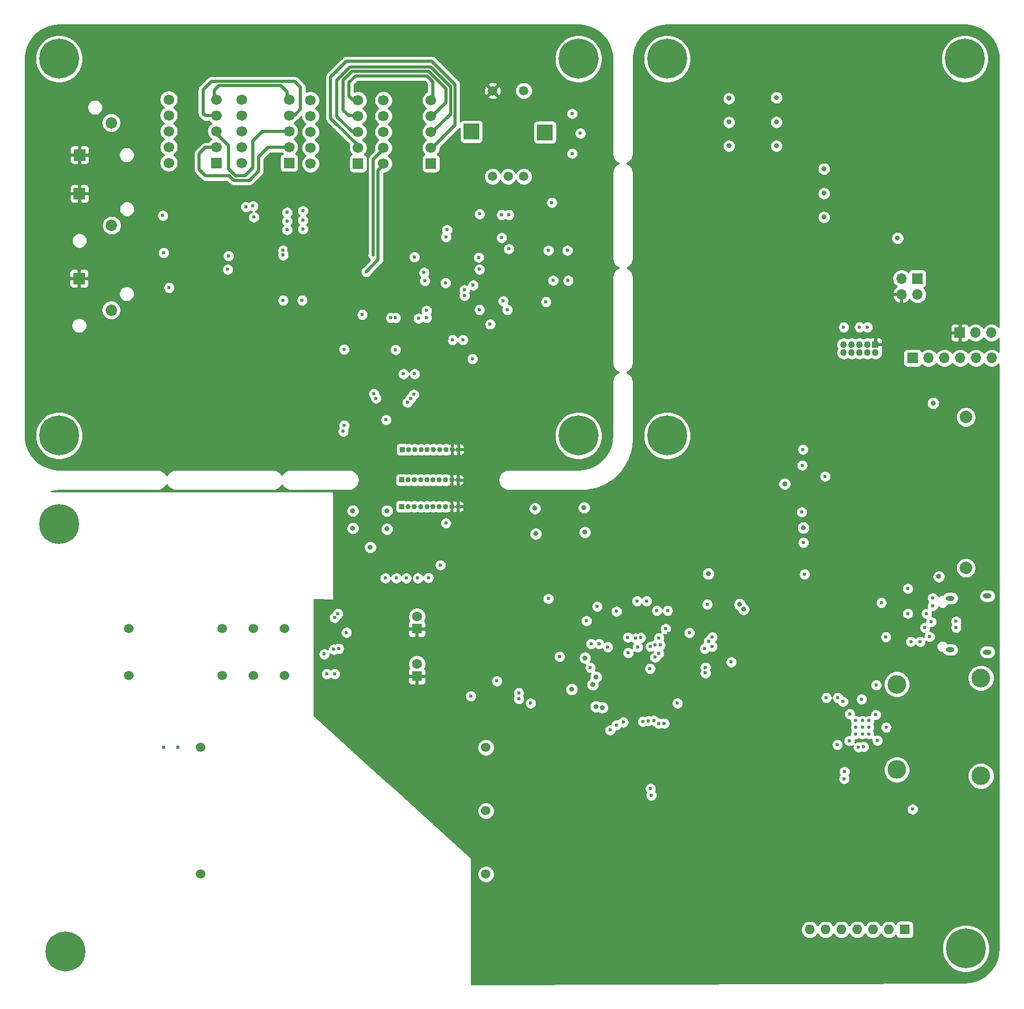
<source format=gbr>
%TF.GenerationSoftware,KiCad,Pcbnew,(5.1.7)-1*%
%TF.CreationDate,2020-10-22T13:49:25-07:00*%
%TF.ProjectId,ReflowOven,5265666c-6f77-44f7-9665-6e2e6b696361,rev?*%
%TF.SameCoordinates,Original*%
%TF.FileFunction,Copper,L3,Inr*%
%TF.FilePolarity,Positive*%
%FSLAX46Y46*%
G04 Gerber Fmt 4.6, Leading zero omitted, Abs format (unit mm)*
G04 Created by KiCad (PCBNEW (5.1.7)-1) date 2020-10-22 13:49:25*
%MOMM*%
%LPD*%
G01*
G04 APERTURE LIST*
%TA.AperFunction,ComponentPad*%
%ADD10R,1.850000X1.850000*%
%TD*%
%TA.AperFunction,ComponentPad*%
%ADD11C,1.850000*%
%TD*%
%TA.AperFunction,ComponentPad*%
%ADD12R,1.100000X1.100000*%
%TD*%
%TA.AperFunction,ComponentPad*%
%ADD13C,1.100000*%
%TD*%
%TA.AperFunction,ComponentPad*%
%ADD14C,3.000000*%
%TD*%
%TA.AperFunction,ComponentPad*%
%ADD15C,1.700000*%
%TD*%
%TA.AperFunction,ComponentPad*%
%ADD16R,1.700000X1.700000*%
%TD*%
%TA.AperFunction,ComponentPad*%
%ADD17C,1.524000*%
%TD*%
%TA.AperFunction,ComponentPad*%
%ADD18O,1.700000X1.700000*%
%TD*%
%TA.AperFunction,ComponentPad*%
%ADD19O,0.850000X0.850000*%
%TD*%
%TA.AperFunction,ComponentPad*%
%ADD20R,0.850000X0.850000*%
%TD*%
%TA.AperFunction,ComponentPad*%
%ADD21C,2.000000*%
%TD*%
%TA.AperFunction,ComponentPad*%
%ADD22C,0.800000*%
%TD*%
%TA.AperFunction,ComponentPad*%
%ADD23C,6.400000*%
%TD*%
%TA.AperFunction,ComponentPad*%
%ADD24C,0.541666*%
%TD*%
%TA.AperFunction,ComponentPad*%
%ADD25R,2.500000X2.500000*%
%TD*%
%TA.AperFunction,ComponentPad*%
%ADD26C,1.498600*%
%TD*%
%TA.AperFunction,ComponentPad*%
%ADD27O,1.600000X1.600000*%
%TD*%
%TA.AperFunction,ComponentPad*%
%ADD28R,1.600000X1.600000*%
%TD*%
%TA.AperFunction,ComponentPad*%
%ADD29O,1.400000X0.800000*%
%TD*%
%TA.AperFunction,ComponentPad*%
%ADD30C,1.600000*%
%TD*%
%TA.AperFunction,ViaPad*%
%ADD31C,0.800000*%
%TD*%
%TA.AperFunction,ViaPad*%
%ADD32C,0.600000*%
%TD*%
%TA.AperFunction,Conductor*%
%ADD33C,0.250000*%
%TD*%
%TA.AperFunction,Conductor*%
%ADD34C,0.500000*%
%TD*%
%TA.AperFunction,Conductor*%
%ADD35C,0.254000*%
%TD*%
%TA.AperFunction,Conductor*%
%ADD36C,0.100000*%
%TD*%
G04 APERTURE END LIST*
D10*
%TO.N,+3V3*%
%TO.C,SW403*%
X26577323Y-66984819D03*
D11*
%TO.N,/HumanInterface/SW1*%
X31737323Y-72064819D03*
%TD*%
D10*
%TO.N,+3V3*%
%TO.C,SW402*%
X26630000Y-53380000D03*
D11*
%TO.N,/HumanInterface/SW2*%
X31790000Y-58460000D03*
%TD*%
D10*
%TO.N,+3V3*%
%TO.C,SW401*%
X26657323Y-47161766D03*
D11*
%TO.N,/HumanInterface/SW3*%
X31737323Y-42001766D03*
%TD*%
D12*
%TO.N,+3V3*%
%TO.C,J201*%
X154305000Y-77597000D03*
D13*
%TO.N,/Microcontroller/SWDIO*%
X154305000Y-78867000D03*
%TO.N,GND*%
X153035000Y-77597000D03*
%TO.N,/Microcontroller/SWDCLK*%
X153035000Y-78867000D03*
%TO.N,GND*%
X151765000Y-77597000D03*
%TO.N,/Microcontroller/TRACESWO*%
X151765000Y-78867000D03*
%TO.N,Net-(J201-Pad7)*%
X150495000Y-77597000D03*
%TO.N,Net-(J201-Pad8)*%
X150495000Y-78867000D03*
%TO.N,GND*%
X149225000Y-77597000D03*
%TO.N,/Microcontroller/~RST*%
X149225000Y-78867000D03*
%TD*%
D14*
%TO.N,*%
%TO.C,J601*%
X171234000Y-131096000D03*
X171234000Y-146796000D03*
%TO.N,Net-(J601-Pad2)*%
X157734000Y-132096000D03*
%TO.N,Net-(J601-Pad1)*%
X157734000Y-145796000D03*
%TD*%
D15*
%TO.N,/Display/SEG15*%
%TO.C,SEG304*%
X75374000Y-40941000D03*
%TO.N,/Display/COM1*%
X75374000Y-38401000D03*
%TO.N,/Display/SEG12*%
X82994000Y-40941000D03*
%TO.N,/Display/SEG14*%
X82994000Y-43481000D03*
%TO.N,/Display/SEG9*%
X75374000Y-46021000D03*
%TO.N,/Display/SEG11*%
X82994000Y-38401000D03*
%TO.N,/Display/SEG13*%
X82994000Y-46021000D03*
%TO.N,/Display/SEG10*%
X75374000Y-43481000D03*
%TO.N,/Display/SEG8*%
X75374000Y-48561000D03*
D16*
%TO.N,/Display/COM1*%
X82994000Y-48561000D03*
%TD*%
D15*
%TO.N,/Display/SEG7*%
%TO.C,SEG302*%
X52641000Y-40814000D03*
%TO.N,/Display/COM0*%
X52641000Y-38274000D03*
%TO.N,/Display/SEG4*%
X60261000Y-40814000D03*
%TO.N,/Display/SEG6*%
X60261000Y-43354000D03*
%TO.N,/Display/SEG1*%
X52641000Y-45894000D03*
%TO.N,/Display/SEG3*%
X60261000Y-38274000D03*
%TO.N,/Display/SEG5*%
X60261000Y-45894000D03*
%TO.N,/Display/SEG2*%
X52641000Y-43354000D03*
%TO.N,/Display/SEG0*%
X52641000Y-48434000D03*
D16*
%TO.N,/Display/COM0*%
X60261000Y-48434000D03*
%TD*%
D15*
%TO.N,/Display/SEG15*%
%TO.C,SEG301*%
X63690000Y-40941000D03*
%TO.N,/Display/COM0*%
X63690000Y-38401000D03*
%TO.N,/Display/SEG12*%
X71310000Y-40941000D03*
%TO.N,/Display/SEG14*%
X71310000Y-43481000D03*
%TO.N,/Display/SEG9*%
X63690000Y-46021000D03*
%TO.N,/Display/SEG11*%
X71310000Y-38401000D03*
%TO.N,/Display/SEG13*%
X71310000Y-46021000D03*
%TO.N,/Display/SEG10*%
X63690000Y-43481000D03*
%TO.N,/Display/SEG8*%
X63690000Y-48561000D03*
D16*
%TO.N,/Display/COM0*%
X71310000Y-48561000D03*
%TD*%
D15*
%TO.N,/Display/SEG7*%
%TO.C,SEG303*%
X40957000Y-40814000D03*
%TO.N,/Display/COM1*%
X40957000Y-38274000D03*
%TO.N,/Display/SEG4*%
X48577000Y-40814000D03*
%TO.N,/Display/SEG6*%
X48577000Y-43354000D03*
%TO.N,/Display/SEG1*%
X40957000Y-45894000D03*
%TO.N,/Display/SEG3*%
X48577000Y-38274000D03*
%TO.N,/Display/SEG5*%
X48577000Y-45894000D03*
%TO.N,/Display/SEG2*%
X40957000Y-43354000D03*
%TO.N,/Display/SEG0*%
X40957000Y-48434000D03*
D16*
%TO.N,/Display/COM1*%
X48577000Y-48434000D03*
%TD*%
D17*
%TO.N,/MainsPower/LN_OUT*%
%TO.C,K501*%
X59544000Y-130690000D03*
X59544000Y-123190000D03*
%TO.N,Net-(F502-Pad1)*%
X54544000Y-130690000D03*
X54544000Y-123190000D03*
%TO.N,Net-(K501-Pad2)*%
X49544000Y-123190000D03*
%TO.N,Net-(K501-Pad7)*%
X49544000Y-130690000D03*
%TO.N,Net-(K501-Pad8)*%
X34544000Y-130690000D03*
%TO.N,Net-(K501-Pad1)*%
X34544000Y-123190000D03*
%TD*%
%TO.N,/MainsPower/3V3_REG_OUT*%
%TO.C,P501*%
X91821000Y-142240000D03*
%TO.N,GND*%
X91821000Y-152400000D03*
%TO.N,Net-(P501-Pad3)*%
X91821000Y-162560000D03*
%TO.N,Net-(F501-Pad1)*%
X46101000Y-162560000D03*
%TO.N,/MainsPower/VACN*%
X46101000Y-142240000D03*
%TD*%
D18*
%TO.N,Net-(J701-Pad2)*%
%TO.C,J703*%
X172974000Y-79756000D03*
%TO.N,/Communication/UART_TX*%
X170434000Y-79756000D03*
%TO.N,/Communication/UART_RX*%
X167894000Y-79756000D03*
%TO.N,/Communication/UART_RTS*%
X165354000Y-79756000D03*
%TO.N,/Communication/UART_CTS*%
X162814000Y-79756000D03*
D16*
%TO.N,GND*%
X160274000Y-79756000D03*
%TD*%
D18*
%TO.N,Net-(J701-Pad3)*%
%TO.C,J701*%
X172910500Y-75692000D03*
%TO.N,Net-(J701-Pad2)*%
X170370500Y-75692000D03*
D16*
%TO.N,+3V3*%
X167830500Y-75692000D03*
%TD*%
D18*
%TO.N,+3V3*%
%TO.C,J702*%
X158496000Y-69532500D03*
%TO.N,/Communication/CAN+*%
X158496000Y-66992500D03*
%TO.N,/Communication/CAN-*%
X161036000Y-69532500D03*
D16*
%TO.N,GND*%
X161036000Y-66992500D03*
%TD*%
D19*
%TO.N,+3V3*%
%TO.C,REF\u002A\u002A*%
X87359000Y-103568500D03*
X86359000Y-103568500D03*
%TO.N,GND*%
X85359000Y-103568500D03*
%TO.N,/HumanInterface/SW_BTN*%
X84359000Y-103568500D03*
%TO.N,/Display/I2C_SCL*%
X83359000Y-103568500D03*
%TO.N,/Display/I2C_SDA*%
X82359000Y-103568500D03*
%TO.N,/HumanInterface/SW3*%
X81359000Y-103568500D03*
%TO.N,/HumanInterface/SW2*%
X80359000Y-103568500D03*
%TO.N,/HumanInterface/SW1*%
X79359000Y-103568500D03*
D20*
%TO.N,GND*%
X78359000Y-103568500D03*
%TD*%
D19*
%TO.N,+3V3*%
%TO.C,REF\u002A\u002A*%
X87422500Y-94424500D03*
X86422500Y-94424500D03*
%TO.N,GND*%
X85422500Y-94424500D03*
%TO.N,/HumanInterface/SW_BTN*%
X84422500Y-94424500D03*
%TO.N,/Display/I2C_SCL*%
X83422500Y-94424500D03*
%TO.N,/Display/I2C_SDA*%
X82422500Y-94424500D03*
%TO.N,/HumanInterface/SW3*%
X81422500Y-94424500D03*
%TO.N,/HumanInterface/SW2*%
X80422500Y-94424500D03*
%TO.N,/HumanInterface/SW1*%
X79422500Y-94424500D03*
D20*
%TO.N,GND*%
X78422500Y-94424500D03*
%TD*%
D19*
%TO.N,+3V3*%
%TO.C,REF\u002A\u002A*%
X87359000Y-99314000D03*
X86359000Y-99314000D03*
%TO.N,GND*%
X85359000Y-99314000D03*
%TO.N,/HumanInterface/SW_BTN*%
X84359000Y-99314000D03*
%TO.N,/Display/I2C_SCL*%
X83359000Y-99314000D03*
%TO.N,/Display/I2C_SDA*%
X82359000Y-99314000D03*
%TO.N,/HumanInterface/SW3*%
X81359000Y-99314000D03*
%TO.N,/HumanInterface/SW2*%
X80359000Y-99314000D03*
%TO.N,/HumanInterface/SW1*%
X79359000Y-99314000D03*
D20*
%TO.N,GND*%
X78359000Y-99314000D03*
%TD*%
D21*
%TO.N,*%
%TO.C,U409*%
X168826000Y-113423000D03*
X168826000Y-89223000D03*
%TD*%
D22*
%TO.N,N/C*%
%TO.C,REF\u002A\u002A*%
X122601056Y-90504944D03*
X120904000Y-89802000D03*
X119206944Y-90504944D03*
X118504000Y-92202000D03*
X119206944Y-93899056D03*
X120904000Y-94602000D03*
X122601056Y-93899056D03*
X123304000Y-92202000D03*
D23*
X120904000Y-92202000D03*
%TD*%
D22*
%TO.N,N/C*%
%TO.C,REF\u002A\u002A*%
X25065056Y-104728944D03*
X23368000Y-104026000D03*
X21670944Y-104728944D03*
X20968000Y-106426000D03*
X21670944Y-108123056D03*
X23368000Y-108826000D03*
X25065056Y-108123056D03*
X25768000Y-106426000D03*
D23*
X23368000Y-106426000D03*
%TD*%
D22*
%TO.N,N/C*%
%TO.C,REF\u002A\u002A*%
X26081056Y-173308944D03*
X24384000Y-172606000D03*
X22686944Y-173308944D03*
X21984000Y-175006000D03*
X22686944Y-176703056D03*
X24384000Y-177406000D03*
X26081056Y-176703056D03*
X26784000Y-175006000D03*
D23*
X24384000Y-175006000D03*
%TD*%
D22*
%TO.N,N/C*%
%TO.C,REF\u002A\u002A*%
X170526112Y-172800944D03*
X168829056Y-172098000D03*
X167132000Y-172800944D03*
X166429056Y-174498000D03*
X167132000Y-176195056D03*
X168829056Y-176898000D03*
X170526112Y-176195056D03*
X171229056Y-174498000D03*
D23*
X168829056Y-174498000D03*
%TD*%
D22*
%TO.N,N/C*%
%TO.C,REF\u002A\u002A*%
X170353056Y-30052944D03*
X168656000Y-29350000D03*
X166958944Y-30052944D03*
X166256000Y-31750000D03*
X166958944Y-33447056D03*
X168656000Y-34150000D03*
X170353056Y-33447056D03*
X171056000Y-31750000D03*
D23*
X168656000Y-31750000D03*
%TD*%
D22*
%TO.N,N/C*%
%TO.C,REF\u002A\u002A*%
X122601056Y-30052944D03*
X120904000Y-29350000D03*
X119206944Y-30052944D03*
X118504000Y-31750000D03*
X119206944Y-33447056D03*
X120904000Y-34150000D03*
X122601056Y-33447056D03*
X123304000Y-31750000D03*
D23*
X120904000Y-31750000D03*
%TD*%
D22*
%TO.N,N/C*%
%TO.C,REF\u002A\u002A*%
X25065056Y-90504944D03*
X23368000Y-89802000D03*
X21670944Y-90504944D03*
X20968000Y-92202000D03*
X21670944Y-93899056D03*
X23368000Y-94602000D03*
X25065056Y-93899056D03*
X25768000Y-92202000D03*
D23*
X23368000Y-92202000D03*
%TD*%
D22*
%TO.N,N/C*%
%TO.C,REF\u002A\u002A*%
X104982944Y-90504944D03*
X104280000Y-92202000D03*
X104982944Y-93899056D03*
X106680000Y-94602000D03*
X108377056Y-93899056D03*
X109080000Y-92202000D03*
X108377056Y-90504944D03*
X106680000Y-89802000D03*
D23*
X106680000Y-92202000D03*
%TD*%
D22*
%TO.N,N/C*%
%TO.C,REF\u002A\u002A*%
X108377056Y-30052944D03*
X106680000Y-29350000D03*
X104982944Y-30052944D03*
X104280000Y-31750000D03*
X104982944Y-33447056D03*
X106680000Y-34150000D03*
X108377056Y-33447056D03*
X109080000Y-31750000D03*
D23*
X106680000Y-31750000D03*
%TD*%
D22*
%TO.N,N/C*%
%TO.C,REF\u002A\u002A*%
X25065056Y-30052944D03*
X23368000Y-29350000D03*
X21670944Y-30052944D03*
X20968000Y-31750000D03*
X21670944Y-33447056D03*
X23368000Y-34150000D03*
X25065056Y-33447056D03*
X25768000Y-31750000D03*
D23*
X23368000Y-31750000D03*
%TD*%
D24*
%TO.N,N/C*%
%TO.C,U601*%
X151130000Y-137922000D03*
X151130000Y-139005333D03*
X151130000Y-140088666D03*
X152213333Y-137922000D03*
X152213333Y-139005333D03*
X152213333Y-140088666D03*
X153296666Y-137922000D03*
X153296666Y-139005333D03*
X153296666Y-140088666D03*
%TD*%
D25*
%TO.N,N/C*%
%TO.C,SW404*%
X89498892Y-43427304D03*
D26*
%TO.N,+3V3*%
X92898892Y-36865304D03*
%TO.N,/HumanInterface/SW_BTN*%
X97898892Y-36865304D03*
%TO.N,/HumanInterface/CHANA*%
X92898892Y-50615304D03*
%TO.N,GND*%
X95398892Y-50615304D03*
%TO.N,/HumanInterface/CHANB*%
X97898892Y-50615304D03*
D25*
%TO.N,N/C*%
X101298892Y-43527304D03*
%TD*%
D27*
%TO.N,Net-(D201-Pad1)*%
%TO.C,RN201*%
X143764000Y-171450000D03*
%TO.N,Net-(D202-Pad1)*%
X146304000Y-171450000D03*
%TO.N,Net-(D203-Pad1)*%
X148844000Y-171450000D03*
%TO.N,Net-(D204-Pad1)*%
X151384000Y-171450000D03*
%TO.N,Net-(D205-Pad1)*%
X153924000Y-171450000D03*
%TO.N,Net-(D206-Pad1)*%
X156464000Y-171450000D03*
D28*
%TO.N,GND*%
X159004000Y-171450000D03*
%TD*%
D29*
%TO.N,Net-(FB701-Pad2)*%
%TO.C,J704*%
X172258000Y-126918000D03*
X172258000Y-117938000D03*
X166308000Y-118298000D03*
X166308000Y-126558000D03*
%TD*%
D30*
%TO.N,GND*%
%TO.C,C518*%
X80772000Y-128810000D03*
D28*
%TO.N,+3V3*%
X80772000Y-130810000D03*
%TD*%
D30*
%TO.N,GND*%
%TO.C,C517*%
X80772000Y-121190000D03*
D28*
%TO.N,+3V3*%
X80772000Y-123190000D03*
%TD*%
D31*
%TO.N,GND*%
X146050000Y-57150000D03*
X146050000Y-53340000D03*
X146050000Y-49403000D03*
D32*
X114604800Y-124561600D03*
X108712000Y-125603000D03*
X109982000Y-125603000D03*
X111379000Y-126111000D03*
X101854000Y-118364000D03*
X112776000Y-120396000D03*
X108585000Y-129413000D03*
X103632000Y-127635000D03*
X117602000Y-118745000D03*
X107950000Y-121920000D03*
X149098000Y-134874000D03*
X156019500Y-139001500D03*
X154368500Y-136969500D03*
X154432000Y-132207000D03*
X150177500Y-136842500D03*
X148209000Y-141795500D03*
X148272500Y-134239000D03*
X146431000Y-134239000D03*
X150114000Y-141160500D03*
X151574500Y-142176500D03*
X152400000Y-142113000D03*
X149352000Y-146113500D03*
X149288500Y-147256500D03*
X152082500Y-134493000D03*
X160274000Y-152146000D03*
X124460000Y-123825000D03*
X156000000Y-124500000D03*
X155250000Y-119000000D03*
X160000000Y-125250000D03*
X163500000Y-119500000D03*
X161500000Y-125250000D03*
X159500000Y-120750000D03*
X159500000Y-116750000D03*
X119570500Y-124650500D03*
X114655600Y-127050800D03*
X118160800Y-129590800D03*
X90830400Y-56642000D03*
X90678000Y-63601600D03*
X80365600Y-63550800D03*
X102412800Y-54813200D03*
X105664000Y-40538400D03*
X105664000Y-46939200D03*
X106984800Y-43688000D03*
X92506800Y-74320400D03*
X82042000Y-67360800D03*
X59309000Y-62484000D03*
X59309000Y-63246000D03*
X54610000Y-57150000D03*
X40005000Y-56896000D03*
X40132000Y-62865000D03*
X41021000Y-68453000D03*
X101854000Y-62484000D03*
X102616000Y-67310000D03*
X101473000Y-70739000D03*
X104902000Y-62484000D03*
X105029000Y-67310000D03*
X88392000Y-69723000D03*
X88138000Y-76835000D03*
X86487000Y-76835000D03*
X72009000Y-72771000D03*
X69088000Y-78359000D03*
X75819000Y-89662000D03*
X79756000Y-86233000D03*
X80264000Y-85598000D03*
X80391000Y-82296000D03*
X77343000Y-73279000D03*
X76581000Y-73279000D03*
X82296000Y-73279000D03*
X81026000Y-73406000D03*
X82296000Y-72136000D03*
X77343000Y-78408011D03*
X89662000Y-79883000D03*
X78613000Y-82296000D03*
X89789000Y-68072000D03*
X153035000Y-74803000D03*
X151765000Y-74803000D03*
X149225000Y-74803000D03*
X89408000Y-133985000D03*
X93599000Y-131572000D03*
X68226117Y-126360481D03*
X66294000Y-130429000D03*
X65913000Y-127254000D03*
X67564000Y-121412000D03*
X68072000Y-120777000D03*
X69469000Y-123786997D03*
D31*
X105600500Y-132905500D03*
X127508000Y-114363500D03*
X139763500Y-99949000D03*
X142748000Y-106997500D03*
D32*
X122555000Y-135128000D03*
X131191000Y-128524000D03*
X109674490Y-119608248D03*
X82613500Y-114998500D03*
X80899000Y-115062000D03*
X79057500Y-115062000D03*
X77470000Y-115062000D03*
X75692000Y-115062000D03*
X127330991Y-119253000D03*
X85407500Y-106235500D03*
X154622500Y-141097000D03*
D31*
X157861000Y-60515500D03*
D32*
X79248000Y-86868000D03*
D31*
X70485000Y-104267000D03*
X70485000Y-107061000D03*
X73279000Y-110109000D03*
X75946000Y-107188000D03*
X75946000Y-104267000D03*
X99695000Y-103886000D03*
X107569000Y-103759000D03*
X107696000Y-107696000D03*
X99822000Y-107950000D03*
X130810000Y-38100000D03*
X130810000Y-41910000D03*
X130810000Y-45720000D03*
X138430000Y-37973000D03*
X138430000Y-41910000D03*
X138430000Y-45720000D03*
X163576000Y-86995000D03*
X164465000Y-114808000D03*
%TO.N,+3V3*%
X146050000Y-45720000D03*
X146050000Y-41910000D03*
X146050000Y-37973000D03*
X130810000Y-53467000D03*
X138430000Y-49530000D03*
X130810000Y-57277000D03*
X130810000Y-49657000D03*
X138430000Y-57277000D03*
X138430000Y-53467000D03*
D32*
X112268000Y-123952000D03*
X110109000Y-129413000D03*
X100076000Y-127508000D03*
X127254000Y-120523000D03*
X106934000Y-123952000D03*
X111633000Y-122682000D03*
X106299000Y-119634000D03*
X144780000Y-147828000D03*
X144780000Y-145796000D03*
X144780000Y-146812000D03*
X148844000Y-152400000D03*
X121158000Y-123952000D03*
X124460000Y-125095000D03*
X119500000Y-130000000D03*
X76352400Y-133604000D03*
X77724000Y-133604000D03*
X79146400Y-133604000D03*
X80619600Y-133604000D03*
X82245200Y-133604000D03*
X76301600Y-131876800D03*
X77673200Y-131826000D03*
X77673200Y-128320800D03*
X76200000Y-128270000D03*
X83464400Y-128168400D03*
X85344000Y-128168400D03*
X85394800Y-129844800D03*
X83413600Y-129844800D03*
X90830400Y-54610000D03*
X87934800Y-51968400D03*
X97891600Y-54508400D03*
X100380800Y-54406800D03*
X102412800Y-53238400D03*
X104089200Y-40538400D03*
X83616800Y-124104400D03*
X85344000Y-124002800D03*
X83616800Y-122072400D03*
X85496400Y-122072400D03*
X83566000Y-120243600D03*
X85598000Y-120142000D03*
X78181200Y-123850400D03*
X76200000Y-123748800D03*
X76250800Y-120599200D03*
X78536800Y-120548400D03*
X60198000Y-62484000D03*
X54737000Y-59690000D03*
X54737000Y-58420000D03*
X59182000Y-65278000D03*
X101473000Y-69088000D03*
X100965000Y-65151000D03*
X95504000Y-65405000D03*
X88392000Y-70866000D03*
X89535000Y-74295000D03*
X85598000Y-76708000D03*
X79248000Y-76708000D03*
X74803000Y-76708000D03*
X68834000Y-76708000D03*
X72345226Y-86409890D03*
X74168000Y-89535000D03*
X86741000Y-64643000D03*
X89535000Y-64389000D03*
X79629000Y-71120000D03*
X69596000Y-129540000D03*
X64516000Y-125222000D03*
X70612000Y-123825000D03*
X72009000Y-120904000D03*
X70739000Y-125857000D03*
D31*
X107251500Y-132778500D03*
X155194000Y-74826000D03*
D32*
X114533579Y-128482260D03*
D31*
X139890500Y-102298500D03*
D32*
X124460000Y-135128000D03*
X131318000Y-133604000D03*
X115062441Y-119112400D03*
X121959514Y-117312178D03*
X115299552Y-121141552D03*
X118627990Y-116302801D03*
%TO.N,/HumanInterface/SW3*%
X120446800Y-138379200D03*
X113855500Y-138176000D03*
%TO.N,/HumanInterface/SW2*%
X119532400Y-138379200D03*
X112776000Y-138620500D03*
%TO.N,/HumanInterface/SW1*%
X118770400Y-137922000D03*
X111760000Y-139446000D03*
%TO.N,/HumanInterface/SW_BTN*%
X116663806Y-124596831D03*
%TO.N,/Microcontroller/DLED4*%
X118973600Y-127762000D03*
X116992400Y-138074400D03*
%TO.N,/Microcontroller/DLED5*%
X119583200Y-127152400D03*
X117856000Y-137972800D03*
%TO.N,/HumanInterface/SD_WR_PROT*%
X127050800Y-130302000D03*
X142938500Y-114427000D03*
%TO.N,/HumanInterface/SD_DET*%
X127050800Y-129387600D03*
X146240500Y-98742500D03*
%TO.N,/HumanInterface/SPI_MISO*%
X126936500Y-126365000D03*
X142748000Y-109347000D03*
%TO.N,/HumanInterface/SPI_SCK*%
X128143000Y-126047500D03*
X142494000Y-104457500D03*
%TO.N,/HumanInterface/SPI_MOSI*%
X127571500Y-125158500D03*
X142557500Y-96964500D03*
%TO.N,/HumanInterface/SPI_NSS*%
X128143000Y-124523500D03*
X142684500Y-94424500D03*
D31*
%TO.N,/Communication/UART_TX*%
X109499882Y-135668916D03*
%TO.N,/Communication/UART_RX*%
X110490000Y-135826500D03*
%TO.N,/Communication/UART_RTS*%
X108966000Y-132143500D03*
%TO.N,/Communication/UART_CTS*%
X109474000Y-130937000D03*
D32*
%TO.N,Net-(J704-PadA7)*%
X162250000Y-123000000D03*
X163250000Y-122077999D03*
X167250000Y-123000000D03*
%TO.N,Net-(J704-PadB5)*%
X163500000Y-118250000D03*
X167250000Y-122000000D03*
%TO.N,Net-(J704-PadA5)*%
X163000000Y-124449997D03*
X162500000Y-120750000D03*
%TO.N,Net-(K501-Pad8)*%
X67564000Y-130429000D03*
%TO.N,Net-(K501-Pad1)*%
X67437000Y-126492000D03*
%TO.N,/MainsPower/VACN*%
X40132000Y-142240000D03*
X42418000Y-142240000D03*
D31*
%TO.N,/Microcontroller/~RST*%
X107727750Y-127857250D03*
D32*
%TO.N,/Microcontroller/BOOT0*%
X116078000Y-118745000D03*
X115824000Y-124714000D03*
%TO.N,/Display/I2C_SCL*%
X69088000Y-90551000D03*
X73859813Y-85480143D03*
X97091500Y-133477000D03*
X118237000Y-148844000D03*
X119253000Y-120269000D03*
%TO.N,/Display/I2C_SDA*%
X74194000Y-86207000D03*
X68965179Y-91526190D03*
X97101490Y-134441821D03*
X118364000Y-149923500D03*
X120967500Y-120269000D03*
%TO.N,/Display/SEG3*%
X53340000Y-55499000D03*
X50546000Y-63373000D03*
%TO.N,/Display/SEG4*%
X54483000Y-55372000D03*
X50419000Y-65532000D03*
%TO.N,/Display/SEG7*%
X62357000Y-70485000D03*
X59309000Y-70485000D03*
%TO.N,/Display/SEG8*%
X72644000Y-65913000D03*
%TO.N,/Display/SEG9*%
X73787000Y-63246000D03*
%TO.N,/HumanInterface/CHANB*%
X95504000Y-56769000D03*
X95504000Y-62230000D03*
%TO.N,/HumanInterface/CHANA*%
X85430190Y-60334990D03*
X94361000Y-56769000D03*
X94361000Y-60452000D03*
%TO.N,/MainsPower/RELAY_SET*%
X116173336Y-126147803D03*
X84518500Y-112966500D03*
%TO.N,/MainsPower/CURRENT_ALRT*%
X98996500Y-135128000D03*
X118223712Y-126048125D03*
%TO.N,/Microcontroller/TRACESWO*%
X118988453Y-125813198D03*
%TO.N,/Microcontroller/SWDIO*%
X119787171Y-125767726D03*
%TO.N,/Display/COM1*%
X62484000Y-56134000D03*
X62484000Y-57658000D03*
X62484000Y-59055000D03*
%TO.N,/Display/COM0*%
X59944000Y-56388000D03*
X59944000Y-57785000D03*
X59944000Y-59182000D03*
%TO.N,/HumanInterface/CNT_UP*%
X90805000Y-72009000D03*
X90805000Y-65532000D03*
%TO.N,Net-(U405-Pad7)*%
X94615000Y-70612000D03*
X88392000Y-68834000D03*
%TO.N,Net-(U405-Pad2)*%
X85598000Y-59182000D03*
X81915000Y-66040000D03*
%TO.N,Net-(U405-Pad3)*%
X85344000Y-67691000D03*
X95250000Y-72009000D03*
%TO.N,/Microcontroller/SWDCLK*%
X120650000Y-123190000D03*
D31*
%TO.N,/Communication/CAN+*%
X132534268Y-119262768D03*
%TO.N,/Communication/CAN-*%
X133147999Y-120054682D03*
%TD*%
D33*
%TO.N,+3V3*%
X86422500Y-94424500D02*
X87422500Y-94424500D01*
X86359000Y-99314000D02*
X87359000Y-99314000D01*
X86359000Y-94488000D02*
X86422500Y-94424500D01*
X86359000Y-99314000D02*
X86359000Y-94488000D01*
X86359000Y-99314000D02*
X86359000Y-100583000D01*
X86232000Y-103568500D02*
X87232000Y-103568500D01*
D34*
%TO.N,/Display/SEG3*%
X59944000Y-38354000D02*
X59944000Y-37084000D01*
X59944000Y-37084000D02*
X58928000Y-36068000D01*
X58928000Y-36068000D02*
X49022000Y-36068000D01*
X48260000Y-36830000D02*
X48260000Y-38354000D01*
X49022000Y-36068000D02*
X48260000Y-36830000D01*
%TO.N,/Display/SEG4*%
X62103000Y-36322000D02*
X62103000Y-39878000D01*
X61167000Y-40814000D02*
X60388000Y-40814000D01*
X61148990Y-35367990D02*
X62103000Y-36322000D01*
X46863000Y-40894000D02*
X46482000Y-40513000D01*
X46482000Y-40513000D02*
X46482000Y-36703000D01*
X46482000Y-36703000D02*
X47817010Y-35367990D01*
X62103000Y-39878000D02*
X61167000Y-40814000D01*
X48260000Y-40894000D02*
X46863000Y-40894000D01*
X47817010Y-35367990D02*
X61148990Y-35367990D01*
%TO.N,/Display/SEG5*%
X48260000Y-45974000D02*
X46863000Y-45974000D01*
X46863000Y-45974000D02*
X45847000Y-46990000D01*
X45847000Y-46990000D02*
X45847000Y-49530000D01*
X45847000Y-49530000D02*
X46863000Y-50546000D01*
X46863000Y-50546000D02*
X50673000Y-50546000D01*
X51373010Y-51246010D02*
X53909990Y-51246010D01*
X50673000Y-50546000D02*
X51373010Y-51246010D01*
X53909990Y-51246010D02*
X55372000Y-49784000D01*
X55372000Y-49784000D02*
X55372000Y-47498000D01*
X56896000Y-45974000D02*
X59944000Y-45974000D01*
X55372000Y-47498000D02*
X56896000Y-45974000D01*
%TO.N,/Display/SEG6*%
X56007000Y-43434000D02*
X59944000Y-43434000D01*
X54483000Y-44958000D02*
X56007000Y-43434000D01*
X50546000Y-49403000D02*
X51689000Y-50546000D01*
X54483000Y-49276000D02*
X54483000Y-44958000D01*
X48260000Y-43434000D02*
X50546000Y-45720000D01*
X51689000Y-50546000D02*
X53213000Y-50546000D01*
X50546000Y-45720000D02*
X50546000Y-49403000D01*
X53213000Y-50546000D02*
X54483000Y-49276000D01*
%TO.N,/Display/SEG8*%
X72644000Y-65913000D02*
X74549000Y-64008000D01*
X74549000Y-49657000D02*
X75692000Y-48514000D01*
X74549000Y-64008000D02*
X74549000Y-49657000D01*
%TO.N,/Display/SEG9*%
X73787000Y-47879000D02*
X75692000Y-45974000D01*
X73787000Y-63246000D02*
X73787000Y-47879000D01*
%TO.N,/Display/SEG11*%
X71628000Y-38354000D02*
X70485000Y-38354000D01*
X70485000Y-38354000D02*
X69850000Y-37719000D01*
X69850000Y-37719000D02*
X69850000Y-35560000D01*
X69850000Y-35560000D02*
X70927990Y-34482010D01*
X70927990Y-34482010D02*
X82387048Y-34482010D01*
X83312000Y-35406962D02*
X83312000Y-38354000D01*
X82387048Y-34482010D02*
X83312000Y-35406962D01*
%TO.N,/Display/SEG12*%
X71628000Y-40894000D02*
X69850000Y-40894000D01*
X69850000Y-40894000D02*
X68961000Y-40005000D01*
X68961000Y-40005000D02*
X68961000Y-35179000D01*
X68961000Y-35179000D02*
X70358000Y-33782000D01*
X70358000Y-33782000D02*
X82677000Y-33782000D01*
X82677000Y-33782000D02*
X85471000Y-36576000D01*
X85471000Y-38735000D02*
X83312000Y-40894000D01*
X85471000Y-36576000D02*
X85471000Y-38735000D01*
%TO.N,/Display/SEG13*%
X71628000Y-45974000D02*
X66929000Y-41275000D01*
X66929000Y-41275000D02*
X66929000Y-34671000D01*
X66929000Y-34671000D02*
X69469000Y-32131000D01*
X69469000Y-32131000D02*
X83185000Y-32131000D01*
X86871020Y-42414980D02*
X83312000Y-45974000D01*
X86871020Y-35817020D02*
X86871020Y-42414980D01*
X83185000Y-32131000D02*
X86871020Y-35817020D01*
%TO.N,/Display/SEG14*%
X71628000Y-43434000D02*
X70358000Y-43434000D01*
X70358000Y-43434000D02*
X67945000Y-41021000D01*
X70068047Y-33081990D02*
X82992990Y-33081990D01*
X67945000Y-41021000D02*
X67945000Y-35205038D01*
X67945000Y-35205038D02*
X70068047Y-33081990D01*
X82992990Y-33081990D02*
X86171010Y-36260010D01*
X86171010Y-40574990D02*
X83312000Y-43434000D01*
X86171010Y-36260010D02*
X86171010Y-40574990D01*
%TD*%
D35*
%TO.N,+3V3*%
X107548771Y-26386032D02*
X108395200Y-26593935D01*
X109197490Y-26934487D01*
X109935015Y-27398932D01*
X110588794Y-27975317D01*
X111142017Y-28648819D01*
X111580437Y-29402101D01*
X111892784Y-30215791D01*
X112072204Y-31074627D01*
X112116000Y-31770747D01*
X112116001Y-47022419D01*
X112118785Y-47050681D01*
X112118741Y-47056911D01*
X112119641Y-47066083D01*
X112140368Y-47263284D01*
X112152387Y-47321834D01*
X112163604Y-47380639D01*
X112166268Y-47389461D01*
X112224903Y-47578882D01*
X112248076Y-47634009D01*
X112270493Y-47689492D01*
X112274819Y-47697629D01*
X112369130Y-47872052D01*
X112402575Y-47921636D01*
X112435335Y-47971699D01*
X112441159Y-47978840D01*
X112567554Y-48131624D01*
X112609969Y-48173744D01*
X112651851Y-48216513D01*
X112658952Y-48222387D01*
X112812614Y-48347711D01*
X112862423Y-48380803D01*
X112911795Y-48414610D01*
X112919902Y-48418993D01*
X113094980Y-48512084D01*
X113099158Y-48513806D01*
X113092507Y-48516493D01*
X113084371Y-48520820D01*
X112909947Y-48615130D01*
X112860331Y-48648597D01*
X112810301Y-48681335D01*
X112803160Y-48687159D01*
X112650376Y-48813553D01*
X112608237Y-48855988D01*
X112565487Y-48897851D01*
X112559613Y-48904952D01*
X112434289Y-49058614D01*
X112401174Y-49108456D01*
X112367390Y-49157796D01*
X112363007Y-49165902D01*
X112269916Y-49340980D01*
X112247125Y-49396275D01*
X112223554Y-49451270D01*
X112220829Y-49460073D01*
X112163518Y-49649900D01*
X112151900Y-49708580D01*
X112139463Y-49767087D01*
X112138500Y-49776252D01*
X112119150Y-49973594D01*
X112119150Y-49973608D01*
X112116001Y-50005581D01*
X112116000Y-63786418D01*
X112118784Y-63814690D01*
X112118741Y-63820911D01*
X112119641Y-63830083D01*
X112140368Y-64027284D01*
X112152387Y-64085834D01*
X112163604Y-64144639D01*
X112166268Y-64153461D01*
X112224903Y-64342882D01*
X112248076Y-64398009D01*
X112270493Y-64453492D01*
X112274819Y-64461629D01*
X112369130Y-64636052D01*
X112402575Y-64685636D01*
X112435335Y-64735699D01*
X112441159Y-64742840D01*
X112567554Y-64895624D01*
X112609969Y-64937744D01*
X112651851Y-64980513D01*
X112658952Y-64986387D01*
X112812614Y-65111711D01*
X112862423Y-65144803D01*
X112911795Y-65178610D01*
X112919902Y-65182993D01*
X113094980Y-65276084D01*
X113099158Y-65277806D01*
X113092507Y-65280493D01*
X113084371Y-65284820D01*
X112909947Y-65379130D01*
X112860331Y-65412597D01*
X112810301Y-65445335D01*
X112803160Y-65451159D01*
X112650376Y-65577553D01*
X112608237Y-65619988D01*
X112565487Y-65661851D01*
X112559613Y-65668952D01*
X112434289Y-65822614D01*
X112401174Y-65872456D01*
X112367390Y-65921796D01*
X112363007Y-65929902D01*
X112269916Y-66104980D01*
X112247125Y-66160275D01*
X112223554Y-66215270D01*
X112220829Y-66224073D01*
X112163518Y-66413900D01*
X112151900Y-66472580D01*
X112139463Y-66531087D01*
X112138500Y-66540252D01*
X112119150Y-66737594D01*
X112119150Y-66737599D01*
X112116000Y-66769582D01*
X112116001Y-80550419D01*
X112118785Y-80578681D01*
X112118741Y-80584911D01*
X112119641Y-80594083D01*
X112140368Y-80791284D01*
X112152387Y-80849834D01*
X112163604Y-80908639D01*
X112166268Y-80917461D01*
X112224903Y-81106882D01*
X112248076Y-81162009D01*
X112270493Y-81217492D01*
X112274819Y-81225629D01*
X112369130Y-81400052D01*
X112402575Y-81449636D01*
X112435335Y-81499699D01*
X112441159Y-81506840D01*
X112567554Y-81659624D01*
X112609969Y-81701744D01*
X112651851Y-81744513D01*
X112658952Y-81750387D01*
X112812614Y-81875711D01*
X112862423Y-81908803D01*
X112911795Y-81942610D01*
X112919902Y-81946993D01*
X113094980Y-82040084D01*
X113099158Y-82041806D01*
X113092507Y-82044493D01*
X113084371Y-82048820D01*
X112909947Y-82143130D01*
X112860331Y-82176597D01*
X112810301Y-82209335D01*
X112803160Y-82215159D01*
X112650376Y-82341553D01*
X112608237Y-82383988D01*
X112565487Y-82425851D01*
X112559613Y-82432952D01*
X112434289Y-82586614D01*
X112401174Y-82636456D01*
X112367390Y-82685796D01*
X112363007Y-82693902D01*
X112269916Y-82868980D01*
X112247125Y-82924275D01*
X112223554Y-82979270D01*
X112220829Y-82988073D01*
X112163518Y-83177900D01*
X112151900Y-83236580D01*
X112139463Y-83295087D01*
X112138500Y-83304252D01*
X112119150Y-83501594D01*
X112119150Y-83501599D01*
X112116000Y-83533582D01*
X112116001Y-92175479D01*
X112043968Y-93070775D01*
X111836065Y-93917199D01*
X111495513Y-94719491D01*
X111031068Y-95457015D01*
X110454680Y-96110798D01*
X109781182Y-96664016D01*
X109027899Y-97102437D01*
X108214209Y-97414784D01*
X107355373Y-97594204D01*
X106659253Y-97638000D01*
X95471581Y-97638000D01*
X95443309Y-97640784D01*
X95437088Y-97640741D01*
X95427917Y-97641641D01*
X95230715Y-97662368D01*
X95172151Y-97674390D01*
X95113362Y-97685604D01*
X95104540Y-97688268D01*
X94915118Y-97746903D01*
X94860005Y-97770071D01*
X94804507Y-97792493D01*
X94796371Y-97796820D01*
X94621947Y-97891130D01*
X94572331Y-97924597D01*
X94522301Y-97957335D01*
X94515160Y-97963159D01*
X94362376Y-98089553D01*
X94320237Y-98131988D01*
X94277487Y-98173851D01*
X94271613Y-98180952D01*
X94146289Y-98334614D01*
X94113174Y-98384456D01*
X94079390Y-98433796D01*
X94075007Y-98441902D01*
X93981916Y-98616980D01*
X93959125Y-98672275D01*
X93935554Y-98727270D01*
X93932829Y-98736073D01*
X93875518Y-98925900D01*
X93863900Y-98984580D01*
X93851463Y-99043087D01*
X93850500Y-99052252D01*
X93831150Y-99249594D01*
X93831150Y-99278437D01*
X93828036Y-99307111D01*
X93828004Y-99316326D01*
X93828029Y-99323419D01*
X93830942Y-99352090D01*
X93830741Y-99380911D01*
X93831641Y-99390083D01*
X93852368Y-99587284D01*
X93864387Y-99645834D01*
X93875604Y-99704639D01*
X93878268Y-99713461D01*
X93936903Y-99902882D01*
X93960076Y-99958009D01*
X93982493Y-100013492D01*
X93986819Y-100021629D01*
X94081130Y-100196052D01*
X94114575Y-100245636D01*
X94147335Y-100295699D01*
X94153159Y-100302840D01*
X94279554Y-100455624D01*
X94321969Y-100497744D01*
X94363851Y-100540513D01*
X94370952Y-100546387D01*
X94524614Y-100671711D01*
X94574423Y-100704803D01*
X94623795Y-100738610D01*
X94631902Y-100742993D01*
X94806980Y-100836084D01*
X94862275Y-100858875D01*
X94917270Y-100882446D01*
X94926074Y-100885171D01*
X95115900Y-100942482D01*
X95174566Y-100954098D01*
X95233087Y-100966537D01*
X95242252Y-100967500D01*
X95439593Y-100986850D01*
X95439598Y-100986850D01*
X95471581Y-100990000D01*
X107220419Y-100990000D01*
X107240497Y-100988023D01*
X108156935Y-100931971D01*
X108168080Y-100930474D01*
X108179329Y-100930219D01*
X108244273Y-100920744D01*
X109326343Y-100707470D01*
X109340802Y-100703514D01*
X109355586Y-100701014D01*
X109418483Y-100682263D01*
X110458430Y-100315019D01*
X110472161Y-100309020D01*
X110486435Y-100304410D01*
X110545966Y-100276776D01*
X111362719Y-99847061D01*
X138728500Y-99847061D01*
X138728500Y-100050939D01*
X138768274Y-100250898D01*
X138846295Y-100439256D01*
X138959563Y-100608774D01*
X139103726Y-100752937D01*
X139273244Y-100866205D01*
X139461602Y-100944226D01*
X139661561Y-100984000D01*
X139865439Y-100984000D01*
X140065398Y-100944226D01*
X140253756Y-100866205D01*
X140423274Y-100752937D01*
X140567437Y-100608774D01*
X140680705Y-100439256D01*
X140758726Y-100250898D01*
X140798500Y-100050939D01*
X140798500Y-99847061D01*
X140758726Y-99647102D01*
X140680705Y-99458744D01*
X140567437Y-99289226D01*
X140423274Y-99145063D01*
X140253756Y-99031795D01*
X140065398Y-98953774D01*
X139865439Y-98914000D01*
X139661561Y-98914000D01*
X139461602Y-98953774D01*
X139273244Y-99031795D01*
X139103726Y-99145063D01*
X138959563Y-99289226D01*
X138846295Y-99458744D01*
X138768274Y-99647102D01*
X138728500Y-99847061D01*
X111362719Y-99847061D01*
X111522006Y-99763256D01*
X111534733Y-99755334D01*
X111548185Y-99748715D01*
X111603104Y-99712777D01*
X112494792Y-99063739D01*
X112506244Y-99054062D01*
X112518599Y-99045570D01*
X112567754Y-99002081D01*
X112927495Y-98650411D01*
X145305500Y-98650411D01*
X145305500Y-98834589D01*
X145341432Y-99015229D01*
X145411914Y-99185389D01*
X145514238Y-99338528D01*
X145644472Y-99468762D01*
X145797611Y-99571086D01*
X145967771Y-99641568D01*
X146148411Y-99677500D01*
X146332589Y-99677500D01*
X146513229Y-99641568D01*
X146683389Y-99571086D01*
X146836528Y-99468762D01*
X146966762Y-99338528D01*
X147069086Y-99185389D01*
X147139568Y-99015229D01*
X147175500Y-98834589D01*
X147175500Y-98650411D01*
X147139568Y-98469771D01*
X147069086Y-98299611D01*
X146966762Y-98146472D01*
X146836528Y-98016238D01*
X146683389Y-97913914D01*
X146513229Y-97843432D01*
X146332589Y-97807500D01*
X146148411Y-97807500D01*
X145967771Y-97843432D01*
X145797611Y-97913914D01*
X145644472Y-98016238D01*
X145514238Y-98146472D01*
X145411914Y-98299611D01*
X145341432Y-98469771D01*
X145305500Y-98650411D01*
X112927495Y-98650411D01*
X113356409Y-98231120D01*
X113366341Y-98219893D01*
X113377344Y-98209705D01*
X113419706Y-98159575D01*
X114088808Y-97282842D01*
X114097019Y-97270295D01*
X114106431Y-97258630D01*
X114141114Y-97202910D01*
X114324689Y-96872411D01*
X141622500Y-96872411D01*
X141622500Y-97056589D01*
X141658432Y-97237229D01*
X141728914Y-97407389D01*
X141831238Y-97560528D01*
X141961472Y-97690762D01*
X142114611Y-97793086D01*
X142284771Y-97863568D01*
X142465411Y-97899500D01*
X142649589Y-97899500D01*
X142830229Y-97863568D01*
X143000389Y-97793086D01*
X143153528Y-97690762D01*
X143283762Y-97560528D01*
X143386086Y-97407389D01*
X143456568Y-97237229D01*
X143492500Y-97056589D01*
X143492500Y-96872411D01*
X143456568Y-96691771D01*
X143386086Y-96521611D01*
X143283762Y-96368472D01*
X143153528Y-96238238D01*
X143000389Y-96135914D01*
X142830229Y-96065432D01*
X142649589Y-96029500D01*
X142465411Y-96029500D01*
X142284771Y-96065432D01*
X142114611Y-96135914D01*
X141961472Y-96238238D01*
X141831238Y-96368472D01*
X141728914Y-96521611D01*
X141658432Y-96691771D01*
X141622500Y-96872411D01*
X114324689Y-96872411D01*
X114676645Y-96238771D01*
X114682957Y-96225173D01*
X114690589Y-96212268D01*
X114716864Y-96152125D01*
X115107607Y-95120777D01*
X115111890Y-95106410D01*
X115117579Y-95092539D01*
X115134898Y-95029233D01*
X115372667Y-93952282D01*
X115374832Y-93937444D01*
X115378458Y-93922899D01*
X115386457Y-93857757D01*
X115465658Y-92766202D01*
X115468000Y-92742419D01*
X115468000Y-91824285D01*
X117069000Y-91824285D01*
X117069000Y-92579715D01*
X117216377Y-93320628D01*
X117505467Y-94018554D01*
X117925161Y-94646670D01*
X118459330Y-95180839D01*
X119087446Y-95600533D01*
X119785372Y-95889623D01*
X120526285Y-96037000D01*
X121281715Y-96037000D01*
X122022628Y-95889623D01*
X122720554Y-95600533D01*
X123348670Y-95180839D01*
X123882839Y-94646670D01*
X124092820Y-94332411D01*
X141749500Y-94332411D01*
X141749500Y-94516589D01*
X141785432Y-94697229D01*
X141855914Y-94867389D01*
X141958238Y-95020528D01*
X142088472Y-95150762D01*
X142241611Y-95253086D01*
X142411771Y-95323568D01*
X142592411Y-95359500D01*
X142776589Y-95359500D01*
X142957229Y-95323568D01*
X143127389Y-95253086D01*
X143280528Y-95150762D01*
X143410762Y-95020528D01*
X143513086Y-94867389D01*
X143583568Y-94697229D01*
X143619500Y-94516589D01*
X143619500Y-94332411D01*
X143583568Y-94151771D01*
X143513086Y-93981611D01*
X143410762Y-93828472D01*
X143280528Y-93698238D01*
X143127389Y-93595914D01*
X142957229Y-93525432D01*
X142776589Y-93489500D01*
X142592411Y-93489500D01*
X142411771Y-93525432D01*
X142241611Y-93595914D01*
X142088472Y-93698238D01*
X141958238Y-93828472D01*
X141855914Y-93981611D01*
X141785432Y-94151771D01*
X141749500Y-94332411D01*
X124092820Y-94332411D01*
X124302533Y-94018554D01*
X124591623Y-93320628D01*
X124739000Y-92579715D01*
X124739000Y-91824285D01*
X124591623Y-91083372D01*
X124302533Y-90385446D01*
X123882839Y-89757330D01*
X123348670Y-89223161D01*
X123107427Y-89061967D01*
X167191000Y-89061967D01*
X167191000Y-89384033D01*
X167253832Y-89699912D01*
X167377082Y-89997463D01*
X167556013Y-90265252D01*
X167783748Y-90492987D01*
X168051537Y-90671918D01*
X168349088Y-90795168D01*
X168664967Y-90858000D01*
X168987033Y-90858000D01*
X169302912Y-90795168D01*
X169600463Y-90671918D01*
X169868252Y-90492987D01*
X170095987Y-90265252D01*
X170274918Y-89997463D01*
X170398168Y-89699912D01*
X170461000Y-89384033D01*
X170461000Y-89061967D01*
X170398168Y-88746088D01*
X170274918Y-88448537D01*
X170095987Y-88180748D01*
X169868252Y-87953013D01*
X169600463Y-87774082D01*
X169302912Y-87650832D01*
X168987033Y-87588000D01*
X168664967Y-87588000D01*
X168349088Y-87650832D01*
X168051537Y-87774082D01*
X167783748Y-87953013D01*
X167556013Y-88180748D01*
X167377082Y-88448537D01*
X167253832Y-88746088D01*
X167191000Y-89061967D01*
X123107427Y-89061967D01*
X122720554Y-88803467D01*
X122022628Y-88514377D01*
X121281715Y-88367000D01*
X120526285Y-88367000D01*
X119785372Y-88514377D01*
X119087446Y-88803467D01*
X118459330Y-89223161D01*
X117925161Y-89757330D01*
X117505467Y-90385446D01*
X117216377Y-91083372D01*
X117069000Y-91824285D01*
X115468000Y-91824285D01*
X115468000Y-86893061D01*
X162541000Y-86893061D01*
X162541000Y-87096939D01*
X162580774Y-87296898D01*
X162658795Y-87485256D01*
X162772063Y-87654774D01*
X162916226Y-87798937D01*
X163085744Y-87912205D01*
X163274102Y-87990226D01*
X163474061Y-88030000D01*
X163677939Y-88030000D01*
X163877898Y-87990226D01*
X164066256Y-87912205D01*
X164235774Y-87798937D01*
X164379937Y-87654774D01*
X164493205Y-87485256D01*
X164571226Y-87296898D01*
X164611000Y-87096939D01*
X164611000Y-86893061D01*
X164571226Y-86693102D01*
X164493205Y-86504744D01*
X164379937Y-86335226D01*
X164235774Y-86191063D01*
X164066256Y-86077795D01*
X163877898Y-85999774D01*
X163677939Y-85960000D01*
X163474061Y-85960000D01*
X163274102Y-85999774D01*
X163085744Y-86077795D01*
X162916226Y-86191063D01*
X162772063Y-86335226D01*
X162658795Y-86504744D01*
X162580774Y-86693102D01*
X162541000Y-86893061D01*
X115468000Y-86893061D01*
X115468000Y-83533581D01*
X115465216Y-83505309D01*
X115465259Y-83499088D01*
X115464359Y-83489917D01*
X115443632Y-83292715D01*
X115431610Y-83234151D01*
X115420396Y-83175362D01*
X115417732Y-83166540D01*
X115359097Y-82977118D01*
X115335929Y-82922005D01*
X115313507Y-82866507D01*
X115309180Y-82858371D01*
X115214870Y-82683947D01*
X115181403Y-82634331D01*
X115148665Y-82584301D01*
X115142841Y-82577160D01*
X115016447Y-82424376D01*
X114974012Y-82382237D01*
X114932149Y-82339487D01*
X114925048Y-82333613D01*
X114771386Y-82208289D01*
X114721544Y-82175174D01*
X114672204Y-82141390D01*
X114664098Y-82137007D01*
X114489020Y-82043916D01*
X114484842Y-82042194D01*
X114491492Y-82039507D01*
X114499629Y-82035181D01*
X114674052Y-81940870D01*
X114723636Y-81907425D01*
X114773699Y-81874665D01*
X114780840Y-81868841D01*
X114933624Y-81742446D01*
X114975744Y-81700031D01*
X115018513Y-81658149D01*
X115024387Y-81651048D01*
X115149711Y-81497386D01*
X115182803Y-81447577D01*
X115216610Y-81398205D01*
X115220993Y-81390098D01*
X115314084Y-81215020D01*
X115336875Y-81159725D01*
X115360446Y-81104730D01*
X115363171Y-81095926D01*
X115420482Y-80906100D01*
X115432098Y-80847434D01*
X115444537Y-80788913D01*
X115445500Y-80779748D01*
X115464850Y-80582407D01*
X115464850Y-80582402D01*
X115468000Y-80550419D01*
X115468000Y-77480288D01*
X148040000Y-77480288D01*
X148040000Y-77713712D01*
X148085539Y-77942652D01*
X148174866Y-78158308D01*
X148224105Y-78232000D01*
X148174866Y-78305692D01*
X148085539Y-78521348D01*
X148040000Y-78750288D01*
X148040000Y-78983712D01*
X148085539Y-79212652D01*
X148174866Y-79428308D01*
X148304550Y-79622394D01*
X148469606Y-79787450D01*
X148663692Y-79917134D01*
X148879348Y-80006461D01*
X149108288Y-80052000D01*
X149341712Y-80052000D01*
X149570652Y-80006461D01*
X149786308Y-79917134D01*
X149860000Y-79867895D01*
X149933692Y-79917134D01*
X150149348Y-80006461D01*
X150378288Y-80052000D01*
X150611712Y-80052000D01*
X150840652Y-80006461D01*
X151056308Y-79917134D01*
X151130000Y-79867895D01*
X151203692Y-79917134D01*
X151419348Y-80006461D01*
X151648288Y-80052000D01*
X151881712Y-80052000D01*
X152110652Y-80006461D01*
X152326308Y-79917134D01*
X152400000Y-79867895D01*
X152473692Y-79917134D01*
X152689348Y-80006461D01*
X152918288Y-80052000D01*
X153151712Y-80052000D01*
X153380652Y-80006461D01*
X153596308Y-79917134D01*
X153670000Y-79867895D01*
X153743692Y-79917134D01*
X153959348Y-80006461D01*
X154188288Y-80052000D01*
X154421712Y-80052000D01*
X154650652Y-80006461D01*
X154866308Y-79917134D01*
X155060394Y-79787450D01*
X155225450Y-79622394D01*
X155355134Y-79428308D01*
X155444461Y-79212652D01*
X155490000Y-78983712D01*
X155490000Y-78750288D01*
X155444461Y-78521348D01*
X155414102Y-78448054D01*
X155444502Y-78391180D01*
X155480812Y-78271482D01*
X155493072Y-78147000D01*
X155490000Y-77882750D01*
X155331250Y-77724000D01*
X154632860Y-77724000D01*
X154421712Y-77682000D01*
X154220000Y-77682000D01*
X154220000Y-77480288D01*
X154178000Y-77269140D01*
X154178000Y-76570750D01*
X154432000Y-76570750D01*
X154432000Y-77470000D01*
X155331250Y-77470000D01*
X155490000Y-77311250D01*
X155493072Y-77047000D01*
X155480812Y-76922518D01*
X155444502Y-76802820D01*
X155385537Y-76692506D01*
X155306185Y-76595815D01*
X155240612Y-76542000D01*
X166342428Y-76542000D01*
X166354688Y-76666482D01*
X166390998Y-76786180D01*
X166449963Y-76896494D01*
X166529315Y-76993185D01*
X166626006Y-77072537D01*
X166736320Y-77131502D01*
X166856018Y-77167812D01*
X166980500Y-77180072D01*
X167544750Y-77177000D01*
X167703500Y-77018250D01*
X167703500Y-75819000D01*
X166504250Y-75819000D01*
X166345500Y-75977750D01*
X166342428Y-76542000D01*
X155240612Y-76542000D01*
X155209494Y-76516463D01*
X155099180Y-76457498D01*
X154979482Y-76421188D01*
X154855000Y-76408928D01*
X154590750Y-76412000D01*
X154432000Y-76570750D01*
X154178000Y-76570750D01*
X154019250Y-76412000D01*
X153755000Y-76408928D01*
X153630518Y-76421188D01*
X153510820Y-76457498D01*
X153453946Y-76487898D01*
X153380652Y-76457539D01*
X153151712Y-76412000D01*
X152918288Y-76412000D01*
X152689348Y-76457539D01*
X152473692Y-76546866D01*
X152400000Y-76596105D01*
X152326308Y-76546866D01*
X152110652Y-76457539D01*
X151881712Y-76412000D01*
X151648288Y-76412000D01*
X151419348Y-76457539D01*
X151203692Y-76546866D01*
X151130000Y-76596105D01*
X151056308Y-76546866D01*
X150840652Y-76457539D01*
X150611712Y-76412000D01*
X150378288Y-76412000D01*
X150149348Y-76457539D01*
X149933692Y-76546866D01*
X149860000Y-76596105D01*
X149786308Y-76546866D01*
X149570652Y-76457539D01*
X149341712Y-76412000D01*
X149108288Y-76412000D01*
X148879348Y-76457539D01*
X148663692Y-76546866D01*
X148469606Y-76676550D01*
X148304550Y-76841606D01*
X148174866Y-77035692D01*
X148085539Y-77251348D01*
X148040000Y-77480288D01*
X115468000Y-77480288D01*
X115468000Y-74710911D01*
X148290000Y-74710911D01*
X148290000Y-74895089D01*
X148325932Y-75075729D01*
X148396414Y-75245889D01*
X148498738Y-75399028D01*
X148628972Y-75529262D01*
X148782111Y-75631586D01*
X148952271Y-75702068D01*
X149132911Y-75738000D01*
X149317089Y-75738000D01*
X149497729Y-75702068D01*
X149667889Y-75631586D01*
X149821028Y-75529262D01*
X149951262Y-75399028D01*
X150053586Y-75245889D01*
X150124068Y-75075729D01*
X150160000Y-74895089D01*
X150160000Y-74710911D01*
X150830000Y-74710911D01*
X150830000Y-74895089D01*
X150865932Y-75075729D01*
X150936414Y-75245889D01*
X151038738Y-75399028D01*
X151168972Y-75529262D01*
X151322111Y-75631586D01*
X151492271Y-75702068D01*
X151672911Y-75738000D01*
X151857089Y-75738000D01*
X152037729Y-75702068D01*
X152207889Y-75631586D01*
X152361028Y-75529262D01*
X152400000Y-75490290D01*
X152438972Y-75529262D01*
X152592111Y-75631586D01*
X152762271Y-75702068D01*
X152942911Y-75738000D01*
X153127089Y-75738000D01*
X153307729Y-75702068D01*
X153477889Y-75631586D01*
X153631028Y-75529262D01*
X153761262Y-75399028D01*
X153863586Y-75245889D01*
X153934068Y-75075729D01*
X153970000Y-74895089D01*
X153970000Y-74842000D01*
X166342428Y-74842000D01*
X166345500Y-75406250D01*
X166504250Y-75565000D01*
X167703500Y-75565000D01*
X167703500Y-74365750D01*
X167544750Y-74207000D01*
X166980500Y-74203928D01*
X166856018Y-74216188D01*
X166736320Y-74252498D01*
X166626006Y-74311463D01*
X166529315Y-74390815D01*
X166449963Y-74487506D01*
X166390998Y-74597820D01*
X166354688Y-74717518D01*
X166342428Y-74842000D01*
X153970000Y-74842000D01*
X153970000Y-74710911D01*
X153934068Y-74530271D01*
X153863586Y-74360111D01*
X153761262Y-74206972D01*
X153631028Y-74076738D01*
X153477889Y-73974414D01*
X153307729Y-73903932D01*
X153127089Y-73868000D01*
X152942911Y-73868000D01*
X152762271Y-73903932D01*
X152592111Y-73974414D01*
X152438972Y-74076738D01*
X152400000Y-74115710D01*
X152361028Y-74076738D01*
X152207889Y-73974414D01*
X152037729Y-73903932D01*
X151857089Y-73868000D01*
X151672911Y-73868000D01*
X151492271Y-73903932D01*
X151322111Y-73974414D01*
X151168972Y-74076738D01*
X151038738Y-74206972D01*
X150936414Y-74360111D01*
X150865932Y-74530271D01*
X150830000Y-74710911D01*
X150160000Y-74710911D01*
X150124068Y-74530271D01*
X150053586Y-74360111D01*
X149951262Y-74206972D01*
X149821028Y-74076738D01*
X149667889Y-73974414D01*
X149497729Y-73903932D01*
X149317089Y-73868000D01*
X149132911Y-73868000D01*
X148952271Y-73903932D01*
X148782111Y-73974414D01*
X148628972Y-74076738D01*
X148498738Y-74206972D01*
X148396414Y-74360111D01*
X148325932Y-74530271D01*
X148290000Y-74710911D01*
X115468000Y-74710911D01*
X115468000Y-69889391D01*
X157054519Y-69889391D01*
X157151843Y-70163752D01*
X157300822Y-70413855D01*
X157495731Y-70630088D01*
X157729080Y-70804141D01*
X157991901Y-70929325D01*
X158139110Y-70973976D01*
X158369000Y-70852655D01*
X158369000Y-69659500D01*
X157175186Y-69659500D01*
X157054519Y-69889391D01*
X115468000Y-69889391D01*
X115468000Y-66846240D01*
X157011000Y-66846240D01*
X157011000Y-67138760D01*
X157068068Y-67425658D01*
X157180010Y-67695911D01*
X157342525Y-67939132D01*
X157549368Y-68145975D01*
X157725406Y-68263600D01*
X157495731Y-68434912D01*
X157300822Y-68651145D01*
X157151843Y-68901248D01*
X157054519Y-69175609D01*
X157175186Y-69405500D01*
X158369000Y-69405500D01*
X158369000Y-69385500D01*
X158623000Y-69385500D01*
X158623000Y-69405500D01*
X158643000Y-69405500D01*
X158643000Y-69659500D01*
X158623000Y-69659500D01*
X158623000Y-70852655D01*
X158852890Y-70973976D01*
X159000099Y-70929325D01*
X159262920Y-70804141D01*
X159496269Y-70630088D01*
X159691178Y-70413855D01*
X159760805Y-70296966D01*
X159882525Y-70479132D01*
X160089368Y-70685975D01*
X160332589Y-70848490D01*
X160602842Y-70960432D01*
X160889740Y-71017500D01*
X161182260Y-71017500D01*
X161469158Y-70960432D01*
X161739411Y-70848490D01*
X161982632Y-70685975D01*
X162189475Y-70479132D01*
X162351990Y-70235911D01*
X162463932Y-69965658D01*
X162521000Y-69678760D01*
X162521000Y-69386240D01*
X162463932Y-69099342D01*
X162351990Y-68829089D01*
X162189475Y-68585868D01*
X162057620Y-68454013D01*
X162130180Y-68432002D01*
X162240494Y-68373037D01*
X162337185Y-68293685D01*
X162416537Y-68196994D01*
X162475502Y-68086680D01*
X162511812Y-67966982D01*
X162524072Y-67842500D01*
X162524072Y-66142500D01*
X162511812Y-66018018D01*
X162475502Y-65898320D01*
X162416537Y-65788006D01*
X162337185Y-65691315D01*
X162240494Y-65611963D01*
X162130180Y-65552998D01*
X162010482Y-65516688D01*
X161886000Y-65504428D01*
X160186000Y-65504428D01*
X160061518Y-65516688D01*
X159941820Y-65552998D01*
X159831506Y-65611963D01*
X159734815Y-65691315D01*
X159655463Y-65788006D01*
X159596498Y-65898320D01*
X159574487Y-65970880D01*
X159442632Y-65839025D01*
X159199411Y-65676510D01*
X158929158Y-65564568D01*
X158642260Y-65507500D01*
X158349740Y-65507500D01*
X158062842Y-65564568D01*
X157792589Y-65676510D01*
X157549368Y-65839025D01*
X157342525Y-66045868D01*
X157180010Y-66289089D01*
X157068068Y-66559342D01*
X157011000Y-66846240D01*
X115468000Y-66846240D01*
X115468000Y-66769581D01*
X115465216Y-66741309D01*
X115465259Y-66735088D01*
X115464359Y-66725917D01*
X115443632Y-66528715D01*
X115431610Y-66470151D01*
X115420396Y-66411362D01*
X115417732Y-66402540D01*
X115359097Y-66213118D01*
X115335929Y-66158005D01*
X115313507Y-66102507D01*
X115309180Y-66094371D01*
X115214870Y-65919947D01*
X115181403Y-65870331D01*
X115148665Y-65820301D01*
X115142841Y-65813160D01*
X115016447Y-65660376D01*
X114974012Y-65618237D01*
X114932149Y-65575487D01*
X114925048Y-65569613D01*
X114771386Y-65444289D01*
X114721544Y-65411174D01*
X114672204Y-65377390D01*
X114664098Y-65373007D01*
X114489020Y-65279916D01*
X114484842Y-65278194D01*
X114491492Y-65275507D01*
X114499629Y-65271181D01*
X114674052Y-65176870D01*
X114723636Y-65143425D01*
X114773699Y-65110665D01*
X114780840Y-65104841D01*
X114933624Y-64978446D01*
X114975744Y-64936031D01*
X115018513Y-64894149D01*
X115024387Y-64887048D01*
X115149711Y-64733386D01*
X115182803Y-64683577D01*
X115216610Y-64634205D01*
X115220993Y-64626098D01*
X115314084Y-64451020D01*
X115336875Y-64395725D01*
X115360446Y-64340730D01*
X115363171Y-64331926D01*
X115420482Y-64142100D01*
X115432098Y-64083434D01*
X115444537Y-64024913D01*
X115445500Y-64015748D01*
X115464850Y-63818407D01*
X115464850Y-63818402D01*
X115468000Y-63786419D01*
X115468000Y-60413561D01*
X156826000Y-60413561D01*
X156826000Y-60617439D01*
X156865774Y-60817398D01*
X156943795Y-61005756D01*
X157057063Y-61175274D01*
X157201226Y-61319437D01*
X157370744Y-61432705D01*
X157559102Y-61510726D01*
X157759061Y-61550500D01*
X157962939Y-61550500D01*
X158162898Y-61510726D01*
X158351256Y-61432705D01*
X158520774Y-61319437D01*
X158664937Y-61175274D01*
X158778205Y-61005756D01*
X158856226Y-60817398D01*
X158896000Y-60617439D01*
X158896000Y-60413561D01*
X158856226Y-60213602D01*
X158778205Y-60025244D01*
X158664937Y-59855726D01*
X158520774Y-59711563D01*
X158351256Y-59598295D01*
X158162898Y-59520274D01*
X157962939Y-59480500D01*
X157759061Y-59480500D01*
X157559102Y-59520274D01*
X157370744Y-59598295D01*
X157201226Y-59711563D01*
X157057063Y-59855726D01*
X156943795Y-60025244D01*
X156865774Y-60213602D01*
X156826000Y-60413561D01*
X115468000Y-60413561D01*
X115468000Y-57048061D01*
X145015000Y-57048061D01*
X145015000Y-57251939D01*
X145054774Y-57451898D01*
X145132795Y-57640256D01*
X145246063Y-57809774D01*
X145390226Y-57953937D01*
X145559744Y-58067205D01*
X145748102Y-58145226D01*
X145948061Y-58185000D01*
X146151939Y-58185000D01*
X146351898Y-58145226D01*
X146540256Y-58067205D01*
X146709774Y-57953937D01*
X146853937Y-57809774D01*
X146967205Y-57640256D01*
X147045226Y-57451898D01*
X147085000Y-57251939D01*
X147085000Y-57048061D01*
X147045226Y-56848102D01*
X146967205Y-56659744D01*
X146853937Y-56490226D01*
X146709774Y-56346063D01*
X146540256Y-56232795D01*
X146351898Y-56154774D01*
X146151939Y-56115000D01*
X145948061Y-56115000D01*
X145748102Y-56154774D01*
X145559744Y-56232795D01*
X145390226Y-56346063D01*
X145246063Y-56490226D01*
X145132795Y-56659744D01*
X145054774Y-56848102D01*
X145015000Y-57048061D01*
X115468000Y-57048061D01*
X115468000Y-53238061D01*
X145015000Y-53238061D01*
X145015000Y-53441939D01*
X145054774Y-53641898D01*
X145132795Y-53830256D01*
X145246063Y-53999774D01*
X145390226Y-54143937D01*
X145559744Y-54257205D01*
X145748102Y-54335226D01*
X145948061Y-54375000D01*
X146151939Y-54375000D01*
X146351898Y-54335226D01*
X146540256Y-54257205D01*
X146709774Y-54143937D01*
X146853937Y-53999774D01*
X146967205Y-53830256D01*
X147045226Y-53641898D01*
X147085000Y-53441939D01*
X147085000Y-53238061D01*
X147045226Y-53038102D01*
X146967205Y-52849744D01*
X146853937Y-52680226D01*
X146709774Y-52536063D01*
X146540256Y-52422795D01*
X146351898Y-52344774D01*
X146151939Y-52305000D01*
X145948061Y-52305000D01*
X145748102Y-52344774D01*
X145559744Y-52422795D01*
X145390226Y-52536063D01*
X145246063Y-52680226D01*
X145132795Y-52849744D01*
X145054774Y-53038102D01*
X145015000Y-53238061D01*
X115468000Y-53238061D01*
X115468000Y-50005581D01*
X115465216Y-49977309D01*
X115465259Y-49971088D01*
X115464359Y-49961917D01*
X115443632Y-49764715D01*
X115431610Y-49706151D01*
X115420396Y-49647362D01*
X115417732Y-49638540D01*
X115359097Y-49449118D01*
X115335929Y-49394005D01*
X115313507Y-49338507D01*
X115309180Y-49330371D01*
X115293333Y-49301061D01*
X145015000Y-49301061D01*
X145015000Y-49504939D01*
X145054774Y-49704898D01*
X145132795Y-49893256D01*
X145246063Y-50062774D01*
X145390226Y-50206937D01*
X145559744Y-50320205D01*
X145748102Y-50398226D01*
X145948061Y-50438000D01*
X146151939Y-50438000D01*
X146351898Y-50398226D01*
X146540256Y-50320205D01*
X146709774Y-50206937D01*
X146853937Y-50062774D01*
X146967205Y-49893256D01*
X147045226Y-49704898D01*
X147085000Y-49504939D01*
X147085000Y-49301061D01*
X147045226Y-49101102D01*
X146967205Y-48912744D01*
X146853937Y-48743226D01*
X146709774Y-48599063D01*
X146540256Y-48485795D01*
X146351898Y-48407774D01*
X146151939Y-48368000D01*
X145948061Y-48368000D01*
X145748102Y-48407774D01*
X145559744Y-48485795D01*
X145390226Y-48599063D01*
X145246063Y-48743226D01*
X145132795Y-48912744D01*
X145054774Y-49101102D01*
X145015000Y-49301061D01*
X115293333Y-49301061D01*
X115214870Y-49155947D01*
X115181403Y-49106331D01*
X115148665Y-49056301D01*
X115142841Y-49049160D01*
X115016447Y-48896376D01*
X114974012Y-48854237D01*
X114932149Y-48811487D01*
X114925048Y-48805613D01*
X114771386Y-48680289D01*
X114721544Y-48647174D01*
X114672204Y-48613390D01*
X114664098Y-48609007D01*
X114489020Y-48515916D01*
X114484842Y-48514194D01*
X114491492Y-48511507D01*
X114499629Y-48507181D01*
X114674052Y-48412870D01*
X114723636Y-48379425D01*
X114773699Y-48346665D01*
X114780840Y-48340841D01*
X114933624Y-48214446D01*
X114975744Y-48172031D01*
X115018513Y-48130149D01*
X115024387Y-48123048D01*
X115149711Y-47969386D01*
X115182803Y-47919577D01*
X115216610Y-47870205D01*
X115220993Y-47862098D01*
X115314084Y-47687020D01*
X115336875Y-47631725D01*
X115360446Y-47576730D01*
X115363171Y-47567926D01*
X115420482Y-47378100D01*
X115432098Y-47319434D01*
X115444537Y-47260913D01*
X115445500Y-47251748D01*
X115464850Y-47054407D01*
X115464850Y-47054402D01*
X115468000Y-47022419D01*
X115468000Y-45618061D01*
X129775000Y-45618061D01*
X129775000Y-45821939D01*
X129814774Y-46021898D01*
X129892795Y-46210256D01*
X130006063Y-46379774D01*
X130150226Y-46523937D01*
X130319744Y-46637205D01*
X130508102Y-46715226D01*
X130708061Y-46755000D01*
X130911939Y-46755000D01*
X131111898Y-46715226D01*
X131300256Y-46637205D01*
X131469774Y-46523937D01*
X131613937Y-46379774D01*
X131727205Y-46210256D01*
X131805226Y-46021898D01*
X131845000Y-45821939D01*
X131845000Y-45618061D01*
X137395000Y-45618061D01*
X137395000Y-45821939D01*
X137434774Y-46021898D01*
X137512795Y-46210256D01*
X137626063Y-46379774D01*
X137770226Y-46523937D01*
X137939744Y-46637205D01*
X138128102Y-46715226D01*
X138328061Y-46755000D01*
X138531939Y-46755000D01*
X138731898Y-46715226D01*
X138920256Y-46637205D01*
X139089774Y-46523937D01*
X139233937Y-46379774D01*
X139347205Y-46210256D01*
X139425226Y-46021898D01*
X139465000Y-45821939D01*
X139465000Y-45618061D01*
X139425226Y-45418102D01*
X139347205Y-45229744D01*
X139233937Y-45060226D01*
X139089774Y-44916063D01*
X138920256Y-44802795D01*
X138731898Y-44724774D01*
X138531939Y-44685000D01*
X138328061Y-44685000D01*
X138128102Y-44724774D01*
X137939744Y-44802795D01*
X137770226Y-44916063D01*
X137626063Y-45060226D01*
X137512795Y-45229744D01*
X137434774Y-45418102D01*
X137395000Y-45618061D01*
X131845000Y-45618061D01*
X131805226Y-45418102D01*
X131727205Y-45229744D01*
X131613937Y-45060226D01*
X131469774Y-44916063D01*
X131300256Y-44802795D01*
X131111898Y-44724774D01*
X130911939Y-44685000D01*
X130708061Y-44685000D01*
X130508102Y-44724774D01*
X130319744Y-44802795D01*
X130150226Y-44916063D01*
X130006063Y-45060226D01*
X129892795Y-45229744D01*
X129814774Y-45418102D01*
X129775000Y-45618061D01*
X115468000Y-45618061D01*
X115468000Y-41808061D01*
X129775000Y-41808061D01*
X129775000Y-42011939D01*
X129814774Y-42211898D01*
X129892795Y-42400256D01*
X130006063Y-42569774D01*
X130150226Y-42713937D01*
X130319744Y-42827205D01*
X130508102Y-42905226D01*
X130708061Y-42945000D01*
X130911939Y-42945000D01*
X131111898Y-42905226D01*
X131300256Y-42827205D01*
X131469774Y-42713937D01*
X131613937Y-42569774D01*
X131727205Y-42400256D01*
X131805226Y-42211898D01*
X131845000Y-42011939D01*
X131845000Y-41808061D01*
X137395000Y-41808061D01*
X137395000Y-42011939D01*
X137434774Y-42211898D01*
X137512795Y-42400256D01*
X137626063Y-42569774D01*
X137770226Y-42713937D01*
X137939744Y-42827205D01*
X138128102Y-42905226D01*
X138328061Y-42945000D01*
X138531939Y-42945000D01*
X138731898Y-42905226D01*
X138920256Y-42827205D01*
X139089774Y-42713937D01*
X139233937Y-42569774D01*
X139347205Y-42400256D01*
X139425226Y-42211898D01*
X139465000Y-42011939D01*
X139465000Y-41808061D01*
X139425226Y-41608102D01*
X139347205Y-41419744D01*
X139233937Y-41250226D01*
X139089774Y-41106063D01*
X138920256Y-40992795D01*
X138731898Y-40914774D01*
X138531939Y-40875000D01*
X138328061Y-40875000D01*
X138128102Y-40914774D01*
X137939744Y-40992795D01*
X137770226Y-41106063D01*
X137626063Y-41250226D01*
X137512795Y-41419744D01*
X137434774Y-41608102D01*
X137395000Y-41808061D01*
X131845000Y-41808061D01*
X131805226Y-41608102D01*
X131727205Y-41419744D01*
X131613937Y-41250226D01*
X131469774Y-41106063D01*
X131300256Y-40992795D01*
X131111898Y-40914774D01*
X130911939Y-40875000D01*
X130708061Y-40875000D01*
X130508102Y-40914774D01*
X130319744Y-40992795D01*
X130150226Y-41106063D01*
X130006063Y-41250226D01*
X129892795Y-41419744D01*
X129814774Y-41608102D01*
X129775000Y-41808061D01*
X115468000Y-41808061D01*
X115468000Y-37998061D01*
X129775000Y-37998061D01*
X129775000Y-38201939D01*
X129814774Y-38401898D01*
X129892795Y-38590256D01*
X130006063Y-38759774D01*
X130150226Y-38903937D01*
X130319744Y-39017205D01*
X130508102Y-39095226D01*
X130708061Y-39135000D01*
X130911939Y-39135000D01*
X131111898Y-39095226D01*
X131300256Y-39017205D01*
X131469774Y-38903937D01*
X131613937Y-38759774D01*
X131727205Y-38590256D01*
X131805226Y-38401898D01*
X131845000Y-38201939D01*
X131845000Y-37998061D01*
X131819739Y-37871061D01*
X137395000Y-37871061D01*
X137395000Y-38074939D01*
X137434774Y-38274898D01*
X137512795Y-38463256D01*
X137626063Y-38632774D01*
X137770226Y-38776937D01*
X137939744Y-38890205D01*
X138128102Y-38968226D01*
X138328061Y-39008000D01*
X138531939Y-39008000D01*
X138731898Y-38968226D01*
X138920256Y-38890205D01*
X139089774Y-38776937D01*
X139233937Y-38632774D01*
X139347205Y-38463256D01*
X139425226Y-38274898D01*
X139465000Y-38074939D01*
X139465000Y-37871061D01*
X139425226Y-37671102D01*
X139347205Y-37482744D01*
X139233937Y-37313226D01*
X139089774Y-37169063D01*
X138920256Y-37055795D01*
X138731898Y-36977774D01*
X138531939Y-36938000D01*
X138328061Y-36938000D01*
X138128102Y-36977774D01*
X137939744Y-37055795D01*
X137770226Y-37169063D01*
X137626063Y-37313226D01*
X137512795Y-37482744D01*
X137434774Y-37671102D01*
X137395000Y-37871061D01*
X131819739Y-37871061D01*
X131805226Y-37798102D01*
X131727205Y-37609744D01*
X131613937Y-37440226D01*
X131469774Y-37296063D01*
X131300256Y-37182795D01*
X131111898Y-37104774D01*
X130911939Y-37065000D01*
X130708061Y-37065000D01*
X130508102Y-37104774D01*
X130319744Y-37182795D01*
X130150226Y-37296063D01*
X130006063Y-37440226D01*
X129892795Y-37609744D01*
X129814774Y-37798102D01*
X129775000Y-37998061D01*
X115468000Y-37998061D01*
X115468000Y-31776507D01*
X115500522Y-31372285D01*
X117069000Y-31372285D01*
X117069000Y-32127715D01*
X117216377Y-32868628D01*
X117505467Y-33566554D01*
X117925161Y-34194670D01*
X118459330Y-34728839D01*
X119087446Y-35148533D01*
X119785372Y-35437623D01*
X120526285Y-35585000D01*
X121281715Y-35585000D01*
X122022628Y-35437623D01*
X122720554Y-35148533D01*
X123348670Y-34728839D01*
X123882839Y-34194670D01*
X124302533Y-33566554D01*
X124591623Y-32868628D01*
X124739000Y-32127715D01*
X124739000Y-31372285D01*
X164821000Y-31372285D01*
X164821000Y-32127715D01*
X164968377Y-32868628D01*
X165257467Y-33566554D01*
X165677161Y-34194670D01*
X166211330Y-34728839D01*
X166839446Y-35148533D01*
X167537372Y-35437623D01*
X168278285Y-35585000D01*
X169033715Y-35585000D01*
X169774628Y-35437623D01*
X170472554Y-35148533D01*
X171100670Y-34728839D01*
X171634839Y-34194670D01*
X172054533Y-33566554D01*
X172343623Y-32868628D01*
X172491000Y-32127715D01*
X172491000Y-31372285D01*
X172343623Y-30631372D01*
X172054533Y-29933446D01*
X171634839Y-29305330D01*
X171100670Y-28771161D01*
X170472554Y-28351467D01*
X169774628Y-28062377D01*
X169033715Y-27915000D01*
X168278285Y-27915000D01*
X167537372Y-28062377D01*
X166839446Y-28351467D01*
X166211330Y-28771161D01*
X165677161Y-29305330D01*
X165257467Y-29933446D01*
X164968377Y-30631372D01*
X164821000Y-31372285D01*
X124739000Y-31372285D01*
X124591623Y-30631372D01*
X124302533Y-29933446D01*
X123882839Y-29305330D01*
X123348670Y-28771161D01*
X122720554Y-28351467D01*
X122022628Y-28062377D01*
X121281715Y-27915000D01*
X120526285Y-27915000D01*
X119785372Y-28062377D01*
X119087446Y-28351467D01*
X118459330Y-28771161D01*
X117925161Y-29305330D01*
X117505467Y-29933446D01*
X117216377Y-30631372D01*
X117069000Y-31372285D01*
X115500522Y-31372285D01*
X115540032Y-30881229D01*
X115747935Y-30034800D01*
X116088487Y-29232510D01*
X116552932Y-28494985D01*
X117129317Y-27841206D01*
X117802819Y-27287983D01*
X118556101Y-26849563D01*
X119369791Y-26537216D01*
X120228627Y-26357796D01*
X120924747Y-26314000D01*
X168629493Y-26314000D01*
X169524771Y-26386032D01*
X170371200Y-26593935D01*
X171173490Y-26934487D01*
X171911015Y-27398932D01*
X172564794Y-27975317D01*
X173118017Y-28648819D01*
X173556437Y-29402101D01*
X173868784Y-30215791D01*
X174048204Y-31074627D01*
X174092000Y-31770747D01*
X174092000Y-74787311D01*
X174063975Y-74745368D01*
X173857132Y-74538525D01*
X173613911Y-74376010D01*
X173343658Y-74264068D01*
X173056760Y-74207000D01*
X172764240Y-74207000D01*
X172477342Y-74264068D01*
X172207089Y-74376010D01*
X171963868Y-74538525D01*
X171757025Y-74745368D01*
X171640500Y-74919760D01*
X171523975Y-74745368D01*
X171317132Y-74538525D01*
X171073911Y-74376010D01*
X170803658Y-74264068D01*
X170516760Y-74207000D01*
X170224240Y-74207000D01*
X169937342Y-74264068D01*
X169667089Y-74376010D01*
X169423868Y-74538525D01*
X169292013Y-74670380D01*
X169270002Y-74597820D01*
X169211037Y-74487506D01*
X169131685Y-74390815D01*
X169034994Y-74311463D01*
X168924680Y-74252498D01*
X168804982Y-74216188D01*
X168680500Y-74203928D01*
X168116250Y-74207000D01*
X167957500Y-74365750D01*
X167957500Y-75565000D01*
X167977500Y-75565000D01*
X167977500Y-75819000D01*
X167957500Y-75819000D01*
X167957500Y-77018250D01*
X168116250Y-77177000D01*
X168680500Y-77180072D01*
X168804982Y-77167812D01*
X168924680Y-77131502D01*
X169034994Y-77072537D01*
X169131685Y-76993185D01*
X169211037Y-76896494D01*
X169270002Y-76786180D01*
X169292013Y-76713620D01*
X169423868Y-76845475D01*
X169667089Y-77007990D01*
X169937342Y-77119932D01*
X170224240Y-77177000D01*
X170516760Y-77177000D01*
X170803658Y-77119932D01*
X171073911Y-77007990D01*
X171317132Y-76845475D01*
X171523975Y-76638632D01*
X171640500Y-76464240D01*
X171757025Y-76638632D01*
X171963868Y-76845475D01*
X172207089Y-77007990D01*
X172477342Y-77119932D01*
X172764240Y-77177000D01*
X173056760Y-77177000D01*
X173343658Y-77119932D01*
X173613911Y-77007990D01*
X173857132Y-76845475D01*
X174063975Y-76638632D01*
X174092000Y-76596689D01*
X174092000Y-78773893D01*
X173920632Y-78602525D01*
X173677411Y-78440010D01*
X173407158Y-78328068D01*
X173120260Y-78271000D01*
X172827740Y-78271000D01*
X172540842Y-78328068D01*
X172270589Y-78440010D01*
X172027368Y-78602525D01*
X171820525Y-78809368D01*
X171704000Y-78983760D01*
X171587475Y-78809368D01*
X171380632Y-78602525D01*
X171137411Y-78440010D01*
X170867158Y-78328068D01*
X170580260Y-78271000D01*
X170287740Y-78271000D01*
X170000842Y-78328068D01*
X169730589Y-78440010D01*
X169487368Y-78602525D01*
X169280525Y-78809368D01*
X169164000Y-78983760D01*
X169047475Y-78809368D01*
X168840632Y-78602525D01*
X168597411Y-78440010D01*
X168327158Y-78328068D01*
X168040260Y-78271000D01*
X167747740Y-78271000D01*
X167460842Y-78328068D01*
X167190589Y-78440010D01*
X166947368Y-78602525D01*
X166740525Y-78809368D01*
X166624000Y-78983760D01*
X166507475Y-78809368D01*
X166300632Y-78602525D01*
X166057411Y-78440010D01*
X165787158Y-78328068D01*
X165500260Y-78271000D01*
X165207740Y-78271000D01*
X164920842Y-78328068D01*
X164650589Y-78440010D01*
X164407368Y-78602525D01*
X164200525Y-78809368D01*
X164084000Y-78983760D01*
X163967475Y-78809368D01*
X163760632Y-78602525D01*
X163517411Y-78440010D01*
X163247158Y-78328068D01*
X162960260Y-78271000D01*
X162667740Y-78271000D01*
X162380842Y-78328068D01*
X162110589Y-78440010D01*
X161867368Y-78602525D01*
X161735513Y-78734380D01*
X161713502Y-78661820D01*
X161654537Y-78551506D01*
X161575185Y-78454815D01*
X161478494Y-78375463D01*
X161368180Y-78316498D01*
X161248482Y-78280188D01*
X161124000Y-78267928D01*
X159424000Y-78267928D01*
X159299518Y-78280188D01*
X159179820Y-78316498D01*
X159069506Y-78375463D01*
X158972815Y-78454815D01*
X158893463Y-78551506D01*
X158834498Y-78661820D01*
X158798188Y-78781518D01*
X158785928Y-78906000D01*
X158785928Y-80606000D01*
X158798188Y-80730482D01*
X158834498Y-80850180D01*
X158893463Y-80960494D01*
X158972815Y-81057185D01*
X159069506Y-81136537D01*
X159179820Y-81195502D01*
X159299518Y-81231812D01*
X159424000Y-81244072D01*
X161124000Y-81244072D01*
X161248482Y-81231812D01*
X161368180Y-81195502D01*
X161478494Y-81136537D01*
X161575185Y-81057185D01*
X161654537Y-80960494D01*
X161713502Y-80850180D01*
X161735513Y-80777620D01*
X161867368Y-80909475D01*
X162110589Y-81071990D01*
X162380842Y-81183932D01*
X162667740Y-81241000D01*
X162960260Y-81241000D01*
X163247158Y-81183932D01*
X163517411Y-81071990D01*
X163760632Y-80909475D01*
X163967475Y-80702632D01*
X164084000Y-80528240D01*
X164200525Y-80702632D01*
X164407368Y-80909475D01*
X164650589Y-81071990D01*
X164920842Y-81183932D01*
X165207740Y-81241000D01*
X165500260Y-81241000D01*
X165787158Y-81183932D01*
X166057411Y-81071990D01*
X166300632Y-80909475D01*
X166507475Y-80702632D01*
X166624000Y-80528240D01*
X166740525Y-80702632D01*
X166947368Y-80909475D01*
X167190589Y-81071990D01*
X167460842Y-81183932D01*
X167747740Y-81241000D01*
X168040260Y-81241000D01*
X168327158Y-81183932D01*
X168597411Y-81071990D01*
X168840632Y-80909475D01*
X169047475Y-80702632D01*
X169164000Y-80528240D01*
X169280525Y-80702632D01*
X169487368Y-80909475D01*
X169730589Y-81071990D01*
X170000842Y-81183932D01*
X170287740Y-81241000D01*
X170580260Y-81241000D01*
X170867158Y-81183932D01*
X171137411Y-81071990D01*
X171380632Y-80909475D01*
X171587475Y-80702632D01*
X171704000Y-80528240D01*
X171820525Y-80702632D01*
X172027368Y-80909475D01*
X172270589Y-81071990D01*
X172540842Y-81183932D01*
X172827740Y-81241000D01*
X173120260Y-81241000D01*
X173407158Y-81183932D01*
X173677411Y-81071990D01*
X173920632Y-80909475D01*
X174092000Y-80738107D01*
X174092001Y-174471479D01*
X174019968Y-175366775D01*
X173812065Y-176213199D01*
X173471513Y-177015491D01*
X173007068Y-177753015D01*
X172430680Y-178406798D01*
X171757182Y-178960016D01*
X171003899Y-179398437D01*
X170190209Y-179710784D01*
X169331373Y-179890204D01*
X168634091Y-179934073D01*
X89471500Y-180212815D01*
X89471500Y-174120285D01*
X164994056Y-174120285D01*
X164994056Y-174875715D01*
X165141433Y-175616628D01*
X165430523Y-176314554D01*
X165850217Y-176942670D01*
X166384386Y-177476839D01*
X167012502Y-177896533D01*
X167710428Y-178185623D01*
X168451341Y-178333000D01*
X169206771Y-178333000D01*
X169947684Y-178185623D01*
X170645610Y-177896533D01*
X171273726Y-177476839D01*
X171807895Y-176942670D01*
X172227589Y-176314554D01*
X172516679Y-175616628D01*
X172664056Y-174875715D01*
X172664056Y-174120285D01*
X172516679Y-173379372D01*
X172227589Y-172681446D01*
X171807895Y-172053330D01*
X171273726Y-171519161D01*
X170645610Y-171099467D01*
X169947684Y-170810377D01*
X169206771Y-170663000D01*
X168451341Y-170663000D01*
X167710428Y-170810377D01*
X167012502Y-171099467D01*
X166384386Y-171519161D01*
X165850217Y-172053330D01*
X165430523Y-172681446D01*
X165141433Y-173379372D01*
X164994056Y-174120285D01*
X89471500Y-174120285D01*
X89471500Y-171308665D01*
X142329000Y-171308665D01*
X142329000Y-171591335D01*
X142384147Y-171868574D01*
X142492320Y-172129727D01*
X142649363Y-172364759D01*
X142849241Y-172564637D01*
X143084273Y-172721680D01*
X143345426Y-172829853D01*
X143622665Y-172885000D01*
X143905335Y-172885000D01*
X144182574Y-172829853D01*
X144443727Y-172721680D01*
X144678759Y-172564637D01*
X144878637Y-172364759D01*
X145034000Y-172132241D01*
X145189363Y-172364759D01*
X145389241Y-172564637D01*
X145624273Y-172721680D01*
X145885426Y-172829853D01*
X146162665Y-172885000D01*
X146445335Y-172885000D01*
X146722574Y-172829853D01*
X146983727Y-172721680D01*
X147218759Y-172564637D01*
X147418637Y-172364759D01*
X147574000Y-172132241D01*
X147729363Y-172364759D01*
X147929241Y-172564637D01*
X148164273Y-172721680D01*
X148425426Y-172829853D01*
X148702665Y-172885000D01*
X148985335Y-172885000D01*
X149262574Y-172829853D01*
X149523727Y-172721680D01*
X149758759Y-172564637D01*
X149958637Y-172364759D01*
X150114000Y-172132241D01*
X150269363Y-172364759D01*
X150469241Y-172564637D01*
X150704273Y-172721680D01*
X150965426Y-172829853D01*
X151242665Y-172885000D01*
X151525335Y-172885000D01*
X151802574Y-172829853D01*
X152063727Y-172721680D01*
X152298759Y-172564637D01*
X152498637Y-172364759D01*
X152654000Y-172132241D01*
X152809363Y-172364759D01*
X153009241Y-172564637D01*
X153244273Y-172721680D01*
X153505426Y-172829853D01*
X153782665Y-172885000D01*
X154065335Y-172885000D01*
X154342574Y-172829853D01*
X154603727Y-172721680D01*
X154838759Y-172564637D01*
X155038637Y-172364759D01*
X155194000Y-172132241D01*
X155349363Y-172364759D01*
X155549241Y-172564637D01*
X155784273Y-172721680D01*
X156045426Y-172829853D01*
X156322665Y-172885000D01*
X156605335Y-172885000D01*
X156882574Y-172829853D01*
X157143727Y-172721680D01*
X157378759Y-172564637D01*
X157577357Y-172366039D01*
X157578188Y-172374482D01*
X157614498Y-172494180D01*
X157673463Y-172604494D01*
X157752815Y-172701185D01*
X157849506Y-172780537D01*
X157959820Y-172839502D01*
X158079518Y-172875812D01*
X158204000Y-172888072D01*
X159804000Y-172888072D01*
X159928482Y-172875812D01*
X160048180Y-172839502D01*
X160158494Y-172780537D01*
X160255185Y-172701185D01*
X160334537Y-172604494D01*
X160393502Y-172494180D01*
X160429812Y-172374482D01*
X160442072Y-172250000D01*
X160442072Y-170650000D01*
X160429812Y-170525518D01*
X160393502Y-170405820D01*
X160334537Y-170295506D01*
X160255185Y-170198815D01*
X160158494Y-170119463D01*
X160048180Y-170060498D01*
X159928482Y-170024188D01*
X159804000Y-170011928D01*
X158204000Y-170011928D01*
X158079518Y-170024188D01*
X157959820Y-170060498D01*
X157849506Y-170119463D01*
X157752815Y-170198815D01*
X157673463Y-170295506D01*
X157614498Y-170405820D01*
X157578188Y-170525518D01*
X157577357Y-170533961D01*
X157378759Y-170335363D01*
X157143727Y-170178320D01*
X156882574Y-170070147D01*
X156605335Y-170015000D01*
X156322665Y-170015000D01*
X156045426Y-170070147D01*
X155784273Y-170178320D01*
X155549241Y-170335363D01*
X155349363Y-170535241D01*
X155194000Y-170767759D01*
X155038637Y-170535241D01*
X154838759Y-170335363D01*
X154603727Y-170178320D01*
X154342574Y-170070147D01*
X154065335Y-170015000D01*
X153782665Y-170015000D01*
X153505426Y-170070147D01*
X153244273Y-170178320D01*
X153009241Y-170335363D01*
X152809363Y-170535241D01*
X152654000Y-170767759D01*
X152498637Y-170535241D01*
X152298759Y-170335363D01*
X152063727Y-170178320D01*
X151802574Y-170070147D01*
X151525335Y-170015000D01*
X151242665Y-170015000D01*
X150965426Y-170070147D01*
X150704273Y-170178320D01*
X150469241Y-170335363D01*
X150269363Y-170535241D01*
X150114000Y-170767759D01*
X149958637Y-170535241D01*
X149758759Y-170335363D01*
X149523727Y-170178320D01*
X149262574Y-170070147D01*
X148985335Y-170015000D01*
X148702665Y-170015000D01*
X148425426Y-170070147D01*
X148164273Y-170178320D01*
X147929241Y-170335363D01*
X147729363Y-170535241D01*
X147574000Y-170767759D01*
X147418637Y-170535241D01*
X147218759Y-170335363D01*
X146983727Y-170178320D01*
X146722574Y-170070147D01*
X146445335Y-170015000D01*
X146162665Y-170015000D01*
X145885426Y-170070147D01*
X145624273Y-170178320D01*
X145389241Y-170335363D01*
X145189363Y-170535241D01*
X145034000Y-170767759D01*
X144878637Y-170535241D01*
X144678759Y-170335363D01*
X144443727Y-170178320D01*
X144182574Y-170070147D01*
X143905335Y-170015000D01*
X143622665Y-170015000D01*
X143345426Y-170070147D01*
X143084273Y-170178320D01*
X142849241Y-170335363D01*
X142649363Y-170535241D01*
X142492320Y-170770273D01*
X142384147Y-171031426D01*
X142329000Y-171308665D01*
X89471500Y-171308665D01*
X89471500Y-162422408D01*
X90424000Y-162422408D01*
X90424000Y-162697592D01*
X90477686Y-162967490D01*
X90582995Y-163221727D01*
X90735880Y-163450535D01*
X90930465Y-163645120D01*
X91159273Y-163798005D01*
X91413510Y-163903314D01*
X91683408Y-163957000D01*
X91958592Y-163957000D01*
X92228490Y-163903314D01*
X92482727Y-163798005D01*
X92711535Y-163645120D01*
X92906120Y-163450535D01*
X93059005Y-163221727D01*
X93164314Y-162967490D01*
X93218000Y-162697592D01*
X93218000Y-162422408D01*
X93164314Y-162152510D01*
X93059005Y-161898273D01*
X92906120Y-161669465D01*
X92711535Y-161474880D01*
X92482727Y-161321995D01*
X92228490Y-161216686D01*
X91958592Y-161163000D01*
X91683408Y-161163000D01*
X91413510Y-161216686D01*
X91159273Y-161321995D01*
X90930465Y-161474880D01*
X90735880Y-161669465D01*
X90582995Y-161898273D01*
X90477686Y-162152510D01*
X90424000Y-162422408D01*
X89471500Y-162422408D01*
X89471500Y-159956500D01*
X89469060Y-159931724D01*
X89461833Y-159907899D01*
X89450097Y-159885943D01*
X89429681Y-159862302D01*
X81025342Y-152262408D01*
X90424000Y-152262408D01*
X90424000Y-152537592D01*
X90477686Y-152807490D01*
X90582995Y-153061727D01*
X90735880Y-153290535D01*
X90930465Y-153485120D01*
X91159273Y-153638005D01*
X91413510Y-153743314D01*
X91683408Y-153797000D01*
X91958592Y-153797000D01*
X92228490Y-153743314D01*
X92482727Y-153638005D01*
X92711535Y-153485120D01*
X92906120Y-153290535D01*
X93059005Y-153061727D01*
X93164314Y-152807490D01*
X93218000Y-152537592D01*
X93218000Y-152262408D01*
X93176528Y-152053911D01*
X159339000Y-152053911D01*
X159339000Y-152238089D01*
X159374932Y-152418729D01*
X159445414Y-152588889D01*
X159547738Y-152742028D01*
X159677972Y-152872262D01*
X159831111Y-152974586D01*
X160001271Y-153045068D01*
X160181911Y-153081000D01*
X160366089Y-153081000D01*
X160546729Y-153045068D01*
X160716889Y-152974586D01*
X160870028Y-152872262D01*
X161000262Y-152742028D01*
X161102586Y-152588889D01*
X161173068Y-152418729D01*
X161209000Y-152238089D01*
X161209000Y-152053911D01*
X161173068Y-151873271D01*
X161102586Y-151703111D01*
X161000262Y-151549972D01*
X160870028Y-151419738D01*
X160716889Y-151317414D01*
X160546729Y-151246932D01*
X160366089Y-151211000D01*
X160181911Y-151211000D01*
X160001271Y-151246932D01*
X159831111Y-151317414D01*
X159677972Y-151419738D01*
X159547738Y-151549972D01*
X159445414Y-151703111D01*
X159374932Y-151873271D01*
X159339000Y-152053911D01*
X93176528Y-152053911D01*
X93164314Y-151992510D01*
X93059005Y-151738273D01*
X92906120Y-151509465D01*
X92711535Y-151314880D01*
X92482727Y-151161995D01*
X92228490Y-151056686D01*
X91958592Y-151003000D01*
X91683408Y-151003000D01*
X91413510Y-151056686D01*
X91159273Y-151161995D01*
X90930465Y-151314880D01*
X90735880Y-151509465D01*
X90582995Y-151738273D01*
X90477686Y-151992510D01*
X90424000Y-152262408D01*
X81025342Y-152262408D01*
X77143261Y-148751911D01*
X117302000Y-148751911D01*
X117302000Y-148936089D01*
X117337932Y-149116729D01*
X117408414Y-149286889D01*
X117510738Y-149440028D01*
X117541785Y-149471075D01*
X117535414Y-149480611D01*
X117464932Y-149650771D01*
X117429000Y-149831411D01*
X117429000Y-150015589D01*
X117464932Y-150196229D01*
X117535414Y-150366389D01*
X117637738Y-150519528D01*
X117767972Y-150649762D01*
X117921111Y-150752086D01*
X118091271Y-150822568D01*
X118271911Y-150858500D01*
X118456089Y-150858500D01*
X118636729Y-150822568D01*
X118806889Y-150752086D01*
X118960028Y-150649762D01*
X119090262Y-150519528D01*
X119192586Y-150366389D01*
X119263068Y-150196229D01*
X119299000Y-150015589D01*
X119299000Y-149831411D01*
X119263068Y-149650771D01*
X119192586Y-149480611D01*
X119090262Y-149327472D01*
X119059215Y-149296425D01*
X119065586Y-149286889D01*
X119136068Y-149116729D01*
X119172000Y-148936089D01*
X119172000Y-148751911D01*
X119136068Y-148571271D01*
X119065586Y-148401111D01*
X118963262Y-148247972D01*
X118833028Y-148117738D01*
X118679889Y-148015414D01*
X118509729Y-147944932D01*
X118329089Y-147909000D01*
X118144911Y-147909000D01*
X117964271Y-147944932D01*
X117794111Y-148015414D01*
X117640972Y-148117738D01*
X117510738Y-148247972D01*
X117408414Y-148401111D01*
X117337932Y-148571271D01*
X117302000Y-148751911D01*
X77143261Y-148751911D01*
X75387725Y-147164411D01*
X148353500Y-147164411D01*
X148353500Y-147348589D01*
X148389432Y-147529229D01*
X148459914Y-147699389D01*
X148562238Y-147852528D01*
X148692472Y-147982762D01*
X148845611Y-148085086D01*
X149015771Y-148155568D01*
X149196411Y-148191500D01*
X149380589Y-148191500D01*
X149561229Y-148155568D01*
X149731389Y-148085086D01*
X149884528Y-147982762D01*
X150014762Y-147852528D01*
X150117086Y-147699389D01*
X150187568Y-147529229D01*
X150223500Y-147348589D01*
X150223500Y-147164411D01*
X150187568Y-146983771D01*
X150117086Y-146813611D01*
X150059846Y-146727944D01*
X150078262Y-146709528D01*
X150180586Y-146556389D01*
X150251068Y-146386229D01*
X150287000Y-146205589D01*
X150287000Y-146021411D01*
X150251068Y-145840771D01*
X150180586Y-145670611D01*
X150123865Y-145585721D01*
X155599000Y-145585721D01*
X155599000Y-146006279D01*
X155681047Y-146418756D01*
X155841988Y-146807302D01*
X156075637Y-147156983D01*
X156373017Y-147454363D01*
X156722698Y-147688012D01*
X157111244Y-147848953D01*
X157523721Y-147931000D01*
X157944279Y-147931000D01*
X158356756Y-147848953D01*
X158745302Y-147688012D01*
X159094983Y-147454363D01*
X159392363Y-147156983D01*
X159626012Y-146807302D01*
X159717793Y-146585721D01*
X169099000Y-146585721D01*
X169099000Y-147006279D01*
X169181047Y-147418756D01*
X169341988Y-147807302D01*
X169575637Y-148156983D01*
X169873017Y-148454363D01*
X170222698Y-148688012D01*
X170611244Y-148848953D01*
X171023721Y-148931000D01*
X171444279Y-148931000D01*
X171856756Y-148848953D01*
X172245302Y-148688012D01*
X172594983Y-148454363D01*
X172892363Y-148156983D01*
X173126012Y-147807302D01*
X173286953Y-147418756D01*
X173369000Y-147006279D01*
X173369000Y-146585721D01*
X173286953Y-146173244D01*
X173126012Y-145784698D01*
X172892363Y-145435017D01*
X172594983Y-145137637D01*
X172245302Y-144903988D01*
X171856756Y-144743047D01*
X171444279Y-144661000D01*
X171023721Y-144661000D01*
X170611244Y-144743047D01*
X170222698Y-144903988D01*
X169873017Y-145137637D01*
X169575637Y-145435017D01*
X169341988Y-145784698D01*
X169181047Y-146173244D01*
X169099000Y-146585721D01*
X159717793Y-146585721D01*
X159786953Y-146418756D01*
X159869000Y-146006279D01*
X159869000Y-145585721D01*
X159786953Y-145173244D01*
X159626012Y-144784698D01*
X159392363Y-144435017D01*
X159094983Y-144137637D01*
X158745302Y-143903988D01*
X158356756Y-143743047D01*
X157944279Y-143661000D01*
X157523721Y-143661000D01*
X157111244Y-143743047D01*
X156722698Y-143903988D01*
X156373017Y-144137637D01*
X156075637Y-144435017D01*
X155841988Y-144784698D01*
X155681047Y-145173244D01*
X155599000Y-145585721D01*
X150123865Y-145585721D01*
X150078262Y-145517472D01*
X149948028Y-145387238D01*
X149794889Y-145284914D01*
X149624729Y-145214432D01*
X149444089Y-145178500D01*
X149259911Y-145178500D01*
X149079271Y-145214432D01*
X148909111Y-145284914D01*
X148755972Y-145387238D01*
X148625738Y-145517472D01*
X148523414Y-145670611D01*
X148452932Y-145840771D01*
X148417000Y-146021411D01*
X148417000Y-146205589D01*
X148452932Y-146386229D01*
X148523414Y-146556389D01*
X148580654Y-146642056D01*
X148562238Y-146660472D01*
X148459914Y-146813611D01*
X148389432Y-146983771D01*
X148353500Y-147164411D01*
X75387725Y-147164411D01*
X69789910Y-142102408D01*
X90424000Y-142102408D01*
X90424000Y-142377592D01*
X90477686Y-142647490D01*
X90582995Y-142901727D01*
X90735880Y-143130535D01*
X90930465Y-143325120D01*
X91159273Y-143478005D01*
X91413510Y-143583314D01*
X91683408Y-143637000D01*
X91958592Y-143637000D01*
X92228490Y-143583314D01*
X92482727Y-143478005D01*
X92711535Y-143325120D01*
X92906120Y-143130535D01*
X93059005Y-142901727D01*
X93164314Y-142647490D01*
X93218000Y-142377592D01*
X93218000Y-142102408D01*
X93164314Y-141832510D01*
X93110840Y-141703411D01*
X147274000Y-141703411D01*
X147274000Y-141887589D01*
X147309932Y-142068229D01*
X147380414Y-142238389D01*
X147482738Y-142391528D01*
X147612972Y-142521762D01*
X147766111Y-142624086D01*
X147936271Y-142694568D01*
X148116911Y-142730500D01*
X148301089Y-142730500D01*
X148481729Y-142694568D01*
X148651889Y-142624086D01*
X148805028Y-142521762D01*
X148935262Y-142391528D01*
X149037586Y-142238389D01*
X149108068Y-142068229D01*
X149144000Y-141887589D01*
X149144000Y-141703411D01*
X149108068Y-141522771D01*
X149037586Y-141352611D01*
X148935262Y-141199472D01*
X148805028Y-141069238D01*
X148803791Y-141068411D01*
X149179000Y-141068411D01*
X149179000Y-141252589D01*
X149214932Y-141433229D01*
X149285414Y-141603389D01*
X149387738Y-141756528D01*
X149517972Y-141886762D01*
X149671111Y-141989086D01*
X149841271Y-142059568D01*
X150021911Y-142095500D01*
X150206089Y-142095500D01*
X150386729Y-142059568D01*
X150556889Y-141989086D01*
X150674031Y-141910814D01*
X150639500Y-142084411D01*
X150639500Y-142268589D01*
X150675432Y-142449229D01*
X150745914Y-142619389D01*
X150848238Y-142772528D01*
X150978472Y-142902762D01*
X151131611Y-143005086D01*
X151301771Y-143075568D01*
X151482411Y-143111500D01*
X151666589Y-143111500D01*
X151847229Y-143075568D01*
X152017389Y-143005086D01*
X152052988Y-142981299D01*
X152127271Y-143012068D01*
X152307911Y-143048000D01*
X152492089Y-143048000D01*
X152672729Y-143012068D01*
X152842889Y-142941586D01*
X152996028Y-142839262D01*
X153126262Y-142709028D01*
X153228586Y-142555889D01*
X153299068Y-142385729D01*
X153335000Y-142205089D01*
X153335000Y-142020911D01*
X153299068Y-141840271D01*
X153228586Y-141670111D01*
X153126262Y-141516972D01*
X152996028Y-141386738D01*
X152842889Y-141284414D01*
X152672729Y-141213932D01*
X152492089Y-141178000D01*
X152307911Y-141178000D01*
X152127271Y-141213932D01*
X151957111Y-141284414D01*
X151921512Y-141308201D01*
X151847229Y-141277432D01*
X151666589Y-141241500D01*
X151482411Y-141241500D01*
X151301771Y-141277432D01*
X151131611Y-141347914D01*
X151014469Y-141426186D01*
X151049000Y-141252589D01*
X151049000Y-141068411D01*
X151034031Y-140993156D01*
X151040783Y-140994499D01*
X151219217Y-140994499D01*
X151394222Y-140959688D01*
X151559073Y-140891405D01*
X151671667Y-140816172D01*
X151784260Y-140891405D01*
X151949111Y-140959688D01*
X152124116Y-140994499D01*
X152302550Y-140994499D01*
X152477555Y-140959688D01*
X152642406Y-140891405D01*
X152755000Y-140816172D01*
X152867593Y-140891405D01*
X153032444Y-140959688D01*
X153207449Y-140994499D01*
X153385883Y-140994499D01*
X153560888Y-140959688D01*
X153708672Y-140898474D01*
X153687500Y-141004911D01*
X153687500Y-141189089D01*
X153723432Y-141369729D01*
X153793914Y-141539889D01*
X153896238Y-141693028D01*
X154026472Y-141823262D01*
X154179611Y-141925586D01*
X154349771Y-141996068D01*
X154530411Y-142032000D01*
X154714589Y-142032000D01*
X154895229Y-141996068D01*
X155065389Y-141925586D01*
X155218528Y-141823262D01*
X155348762Y-141693028D01*
X155451086Y-141539889D01*
X155521568Y-141369729D01*
X155557500Y-141189089D01*
X155557500Y-141004911D01*
X155521568Y-140824271D01*
X155451086Y-140654111D01*
X155348762Y-140500972D01*
X155218528Y-140370738D01*
X155065389Y-140268414D01*
X154895229Y-140197932D01*
X154714589Y-140162000D01*
X154530411Y-140162000D01*
X154349771Y-140197932D01*
X154184929Y-140266211D01*
X154202499Y-140177883D01*
X154202499Y-139999449D01*
X154167688Y-139824444D01*
X154099405Y-139659593D01*
X154024172Y-139547000D01*
X154099405Y-139434406D01*
X154167688Y-139269555D01*
X154202499Y-139094550D01*
X154202499Y-138916116D01*
X154201166Y-138909411D01*
X155084500Y-138909411D01*
X155084500Y-139093589D01*
X155120432Y-139274229D01*
X155190914Y-139444389D01*
X155293238Y-139597528D01*
X155423472Y-139727762D01*
X155576611Y-139830086D01*
X155746771Y-139900568D01*
X155927411Y-139936500D01*
X156111589Y-139936500D01*
X156292229Y-139900568D01*
X156462389Y-139830086D01*
X156615528Y-139727762D01*
X156745762Y-139597528D01*
X156848086Y-139444389D01*
X156918568Y-139274229D01*
X156954500Y-139093589D01*
X156954500Y-138909411D01*
X156918568Y-138728771D01*
X156848086Y-138558611D01*
X156745762Y-138405472D01*
X156615528Y-138275238D01*
X156462389Y-138172914D01*
X156292229Y-138102432D01*
X156111589Y-138066500D01*
X155927411Y-138066500D01*
X155746771Y-138102432D01*
X155576611Y-138172914D01*
X155423472Y-138275238D01*
X155293238Y-138405472D01*
X155190914Y-138558611D01*
X155120432Y-138728771D01*
X155084500Y-138909411D01*
X154201166Y-138909411D01*
X154167688Y-138741111D01*
X154099405Y-138576260D01*
X154024172Y-138463667D01*
X154099405Y-138351073D01*
X154167688Y-138186222D01*
X154202499Y-138011217D01*
X154202499Y-137889798D01*
X154276411Y-137904500D01*
X154460589Y-137904500D01*
X154641229Y-137868568D01*
X154811389Y-137798086D01*
X154964528Y-137695762D01*
X155094762Y-137565528D01*
X155197086Y-137412389D01*
X155267568Y-137242229D01*
X155303500Y-137061589D01*
X155303500Y-136877411D01*
X155267568Y-136696771D01*
X155197086Y-136526611D01*
X155094762Y-136373472D01*
X154964528Y-136243238D01*
X154811389Y-136140914D01*
X154641229Y-136070432D01*
X154460589Y-136034500D01*
X154276411Y-136034500D01*
X154095771Y-136070432D01*
X153925611Y-136140914D01*
X153772472Y-136243238D01*
X153642238Y-136373472D01*
X153539914Y-136526611D01*
X153469432Y-136696771D01*
X153433500Y-136877411D01*
X153433500Y-137025639D01*
X153385883Y-137016167D01*
X153207449Y-137016167D01*
X153032444Y-137050978D01*
X152867593Y-137119261D01*
X152755000Y-137194494D01*
X152642406Y-137119261D01*
X152477555Y-137050978D01*
X152302550Y-137016167D01*
X152124116Y-137016167D01*
X151949111Y-137050978D01*
X151784260Y-137119261D01*
X151671667Y-137194494D01*
X151559073Y-137119261D01*
X151394222Y-137050978D01*
X151219217Y-137016167D01*
X151096273Y-137016167D01*
X151112500Y-136934589D01*
X151112500Y-136750411D01*
X151076568Y-136569771D01*
X151006086Y-136399611D01*
X150903762Y-136246472D01*
X150773528Y-136116238D01*
X150620389Y-136013914D01*
X150450229Y-135943432D01*
X150269589Y-135907500D01*
X150085411Y-135907500D01*
X149904771Y-135943432D01*
X149734611Y-136013914D01*
X149581472Y-136116238D01*
X149451238Y-136246472D01*
X149348914Y-136399611D01*
X149278432Y-136569771D01*
X149242500Y-136750411D01*
X149242500Y-136934589D01*
X149278432Y-137115229D01*
X149348914Y-137285389D01*
X149451238Y-137438528D01*
X149581472Y-137568762D01*
X149734611Y-137671086D01*
X149904771Y-137741568D01*
X150085411Y-137777500D01*
X150235164Y-137777500D01*
X150224167Y-137832783D01*
X150224167Y-138011217D01*
X150258978Y-138186222D01*
X150327261Y-138351073D01*
X150402494Y-138463667D01*
X150327261Y-138576260D01*
X150258978Y-138741111D01*
X150224167Y-138916116D01*
X150224167Y-139094550D01*
X150258978Y-139269555D01*
X150327261Y-139434406D01*
X150402494Y-139547000D01*
X150327261Y-139659593D01*
X150258978Y-139824444D01*
X150224167Y-139999449D01*
X150224167Y-140177883D01*
X150234774Y-140231206D01*
X150206089Y-140225500D01*
X150021911Y-140225500D01*
X149841271Y-140261432D01*
X149671111Y-140331914D01*
X149517972Y-140434238D01*
X149387738Y-140564472D01*
X149285414Y-140717611D01*
X149214932Y-140887771D01*
X149179000Y-141068411D01*
X148803791Y-141068411D01*
X148651889Y-140966914D01*
X148481729Y-140896432D01*
X148301089Y-140860500D01*
X148116911Y-140860500D01*
X147936271Y-140896432D01*
X147766111Y-140966914D01*
X147612972Y-141069238D01*
X147482738Y-141199472D01*
X147380414Y-141352611D01*
X147309932Y-141522771D01*
X147274000Y-141703411D01*
X93110840Y-141703411D01*
X93059005Y-141578273D01*
X92906120Y-141349465D01*
X92711535Y-141154880D01*
X92482727Y-141001995D01*
X92228490Y-140896686D01*
X91958592Y-140843000D01*
X91683408Y-140843000D01*
X91413510Y-140896686D01*
X91159273Y-141001995D01*
X90930465Y-141154880D01*
X90735880Y-141349465D01*
X90582995Y-141578273D01*
X90477686Y-141832510D01*
X90424000Y-142102408D01*
X69789910Y-142102408D01*
X66750486Y-139353911D01*
X110825000Y-139353911D01*
X110825000Y-139538089D01*
X110860932Y-139718729D01*
X110931414Y-139888889D01*
X111033738Y-140042028D01*
X111163972Y-140172262D01*
X111317111Y-140274586D01*
X111487271Y-140345068D01*
X111667911Y-140381000D01*
X111852089Y-140381000D01*
X112032729Y-140345068D01*
X112202889Y-140274586D01*
X112356028Y-140172262D01*
X112486262Y-140042028D01*
X112588586Y-139888889D01*
X112659068Y-139718729D01*
X112691537Y-139555500D01*
X112868089Y-139555500D01*
X113048729Y-139519568D01*
X113218889Y-139449086D01*
X113372028Y-139346762D01*
X113502262Y-139216528D01*
X113595139Y-139077528D01*
X113763411Y-139111000D01*
X113947589Y-139111000D01*
X114128229Y-139075068D01*
X114298389Y-139004586D01*
X114451528Y-138902262D01*
X114581762Y-138772028D01*
X114684086Y-138618889D01*
X114754568Y-138448729D01*
X114790500Y-138268089D01*
X114790500Y-138083911D01*
X114770291Y-137982311D01*
X116057400Y-137982311D01*
X116057400Y-138166489D01*
X116093332Y-138347129D01*
X116163814Y-138517289D01*
X116266138Y-138670428D01*
X116396372Y-138800662D01*
X116549511Y-138902986D01*
X116719671Y-138973468D01*
X116900311Y-139009400D01*
X117084489Y-139009400D01*
X117265129Y-138973468D01*
X117435289Y-138902986D01*
X117520668Y-138845937D01*
X117583271Y-138871868D01*
X117763911Y-138907800D01*
X117948089Y-138907800D01*
X118128729Y-138871868D01*
X118298889Y-138801386D01*
X118356775Y-138762708D01*
X118497671Y-138821068D01*
X118678311Y-138857000D01*
X118727141Y-138857000D01*
X118806138Y-138975228D01*
X118936372Y-139105462D01*
X119089511Y-139207786D01*
X119259671Y-139278268D01*
X119440311Y-139314200D01*
X119624489Y-139314200D01*
X119805129Y-139278268D01*
X119975289Y-139207786D01*
X119989600Y-139198224D01*
X120003911Y-139207786D01*
X120174071Y-139278268D01*
X120354711Y-139314200D01*
X120538889Y-139314200D01*
X120719529Y-139278268D01*
X120889689Y-139207786D01*
X121042828Y-139105462D01*
X121173062Y-138975228D01*
X121275386Y-138822089D01*
X121345868Y-138651929D01*
X121381800Y-138471289D01*
X121381800Y-138287111D01*
X121345868Y-138106471D01*
X121275386Y-137936311D01*
X121173062Y-137783172D01*
X121042828Y-137652938D01*
X120889689Y-137550614D01*
X120719529Y-137480132D01*
X120538889Y-137444200D01*
X120354711Y-137444200D01*
X120174071Y-137480132D01*
X120003911Y-137550614D01*
X119989600Y-137560176D01*
X119975289Y-137550614D01*
X119805129Y-137480132D01*
X119624489Y-137444200D01*
X119575659Y-137444200D01*
X119496662Y-137325972D01*
X119366428Y-137195738D01*
X119213289Y-137093414D01*
X119043129Y-137022932D01*
X118862489Y-136987000D01*
X118678311Y-136987000D01*
X118497671Y-137022932D01*
X118327511Y-137093414D01*
X118269625Y-137132092D01*
X118128729Y-137073732D01*
X117948089Y-137037800D01*
X117763911Y-137037800D01*
X117583271Y-137073732D01*
X117413111Y-137144214D01*
X117327732Y-137201263D01*
X117265129Y-137175332D01*
X117084489Y-137139400D01*
X116900311Y-137139400D01*
X116719671Y-137175332D01*
X116549511Y-137245814D01*
X116396372Y-137348138D01*
X116266138Y-137478372D01*
X116163814Y-137631511D01*
X116093332Y-137801671D01*
X116057400Y-137982311D01*
X114770291Y-137982311D01*
X114754568Y-137903271D01*
X114684086Y-137733111D01*
X114581762Y-137579972D01*
X114451528Y-137449738D01*
X114298389Y-137347414D01*
X114128229Y-137276932D01*
X113947589Y-137241000D01*
X113763411Y-137241000D01*
X113582771Y-137276932D01*
X113412611Y-137347414D01*
X113259472Y-137449738D01*
X113129238Y-137579972D01*
X113036361Y-137718972D01*
X112868089Y-137685500D01*
X112683911Y-137685500D01*
X112503271Y-137721432D01*
X112333111Y-137791914D01*
X112179972Y-137894238D01*
X112049738Y-138024472D01*
X111947414Y-138177611D01*
X111876932Y-138347771D01*
X111844463Y-138511000D01*
X111667911Y-138511000D01*
X111487271Y-138546932D01*
X111317111Y-138617414D01*
X111163972Y-138719738D01*
X111033738Y-138849972D01*
X110931414Y-139003111D01*
X110860932Y-139173271D01*
X110825000Y-139353911D01*
X66750486Y-139353911D01*
X64262000Y-137103618D01*
X64262000Y-133892911D01*
X88473000Y-133892911D01*
X88473000Y-134077089D01*
X88508932Y-134257729D01*
X88579414Y-134427889D01*
X88681738Y-134581028D01*
X88811972Y-134711262D01*
X88965111Y-134813586D01*
X89135271Y-134884068D01*
X89315911Y-134920000D01*
X89500089Y-134920000D01*
X89680729Y-134884068D01*
X89850889Y-134813586D01*
X90004028Y-134711262D01*
X90134262Y-134581028D01*
X90236586Y-134427889D01*
X90307068Y-134257729D01*
X90343000Y-134077089D01*
X90343000Y-133892911D01*
X90307068Y-133712271D01*
X90236586Y-133542111D01*
X90134262Y-133388972D01*
X90130201Y-133384911D01*
X96156500Y-133384911D01*
X96156500Y-133569089D01*
X96192432Y-133749729D01*
X96262914Y-133919889D01*
X96294316Y-133966886D01*
X96272904Y-133998932D01*
X96202422Y-134169092D01*
X96166490Y-134349732D01*
X96166490Y-134533910D01*
X96202422Y-134714550D01*
X96272904Y-134884710D01*
X96375228Y-135037849D01*
X96505462Y-135168083D01*
X96658601Y-135270407D01*
X96828761Y-135340889D01*
X97009401Y-135376821D01*
X97193579Y-135376821D01*
X97374219Y-135340889D01*
X97544379Y-135270407D01*
X97697518Y-135168083D01*
X97827752Y-135037849D01*
X97829046Y-135035911D01*
X98061500Y-135035911D01*
X98061500Y-135220089D01*
X98097432Y-135400729D01*
X98167914Y-135570889D01*
X98270238Y-135724028D01*
X98400472Y-135854262D01*
X98553611Y-135956586D01*
X98723771Y-136027068D01*
X98904411Y-136063000D01*
X99088589Y-136063000D01*
X99269229Y-136027068D01*
X99439389Y-135956586D01*
X99592528Y-135854262D01*
X99722762Y-135724028D01*
X99825086Y-135570889D01*
X99826706Y-135566977D01*
X108464882Y-135566977D01*
X108464882Y-135770855D01*
X108504656Y-135970814D01*
X108582677Y-136159172D01*
X108695945Y-136328690D01*
X108840108Y-136472853D01*
X109009626Y-136586121D01*
X109197984Y-136664142D01*
X109397943Y-136703916D01*
X109601821Y-136703916D01*
X109801780Y-136664142D01*
X109850479Y-136643970D01*
X109999744Y-136743705D01*
X110188102Y-136821726D01*
X110388061Y-136861500D01*
X110591939Y-136861500D01*
X110791898Y-136821726D01*
X110980256Y-136743705D01*
X111149774Y-136630437D01*
X111293937Y-136486274D01*
X111407205Y-136316756D01*
X111485226Y-136128398D01*
X111525000Y-135928439D01*
X111525000Y-135724561D01*
X111485226Y-135524602D01*
X111407205Y-135336244D01*
X111293937Y-135166726D01*
X111163122Y-135035911D01*
X121620000Y-135035911D01*
X121620000Y-135220089D01*
X121655932Y-135400729D01*
X121726414Y-135570889D01*
X121828738Y-135724028D01*
X121958972Y-135854262D01*
X122112111Y-135956586D01*
X122282271Y-136027068D01*
X122462911Y-136063000D01*
X122647089Y-136063000D01*
X122827729Y-136027068D01*
X122997889Y-135956586D01*
X123151028Y-135854262D01*
X123281262Y-135724028D01*
X123383586Y-135570889D01*
X123454068Y-135400729D01*
X123490000Y-135220089D01*
X123490000Y-135035911D01*
X123454068Y-134855271D01*
X123383586Y-134685111D01*
X123281262Y-134531972D01*
X123151028Y-134401738D01*
X122997889Y-134299414D01*
X122827729Y-134228932D01*
X122647089Y-134193000D01*
X122462911Y-134193000D01*
X122282271Y-134228932D01*
X122112111Y-134299414D01*
X121958972Y-134401738D01*
X121828738Y-134531972D01*
X121726414Y-134685111D01*
X121655932Y-134855271D01*
X121620000Y-135035911D01*
X111163122Y-135035911D01*
X111149774Y-135022563D01*
X110980256Y-134909295D01*
X110791898Y-134831274D01*
X110591939Y-134791500D01*
X110388061Y-134791500D01*
X110188102Y-134831274D01*
X110139403Y-134851446D01*
X109990138Y-134751711D01*
X109801780Y-134673690D01*
X109601821Y-134633916D01*
X109397943Y-134633916D01*
X109197984Y-134673690D01*
X109009626Y-134751711D01*
X108840108Y-134864979D01*
X108695945Y-135009142D01*
X108582677Y-135178660D01*
X108504656Y-135367018D01*
X108464882Y-135566977D01*
X99826706Y-135566977D01*
X99895568Y-135400729D01*
X99931500Y-135220089D01*
X99931500Y-135035911D01*
X99895568Y-134855271D01*
X99825086Y-134685111D01*
X99722762Y-134531972D01*
X99592528Y-134401738D01*
X99439389Y-134299414D01*
X99269229Y-134228932D01*
X99088589Y-134193000D01*
X98904411Y-134193000D01*
X98723771Y-134228932D01*
X98553611Y-134299414D01*
X98400472Y-134401738D01*
X98270238Y-134531972D01*
X98167914Y-134685111D01*
X98097432Y-134855271D01*
X98061500Y-135035911D01*
X97829046Y-135035911D01*
X97930076Y-134884710D01*
X98000558Y-134714550D01*
X98036490Y-134533910D01*
X98036490Y-134349732D01*
X98000558Y-134169092D01*
X97991371Y-134146911D01*
X145496000Y-134146911D01*
X145496000Y-134331089D01*
X145531932Y-134511729D01*
X145602414Y-134681889D01*
X145704738Y-134835028D01*
X145834972Y-134965262D01*
X145988111Y-135067586D01*
X146158271Y-135138068D01*
X146338911Y-135174000D01*
X146523089Y-135174000D01*
X146703729Y-135138068D01*
X146873889Y-135067586D01*
X147027028Y-134965262D01*
X147157262Y-134835028D01*
X147259586Y-134681889D01*
X147330068Y-134511729D01*
X147351750Y-134402728D01*
X147373432Y-134511729D01*
X147443914Y-134681889D01*
X147546238Y-134835028D01*
X147676472Y-134965262D01*
X147829611Y-135067586D01*
X147999771Y-135138068D01*
X148180411Y-135174000D01*
X148210228Y-135174000D01*
X148269414Y-135316889D01*
X148371738Y-135470028D01*
X148501972Y-135600262D01*
X148655111Y-135702586D01*
X148825271Y-135773068D01*
X149005911Y-135809000D01*
X149190089Y-135809000D01*
X149370729Y-135773068D01*
X149540889Y-135702586D01*
X149694028Y-135600262D01*
X149824262Y-135470028D01*
X149926586Y-135316889D01*
X149997068Y-135146729D01*
X150033000Y-134966089D01*
X150033000Y-134781911D01*
X149997068Y-134601271D01*
X149926586Y-134431111D01*
X149906408Y-134400911D01*
X151147500Y-134400911D01*
X151147500Y-134585089D01*
X151183432Y-134765729D01*
X151253914Y-134935889D01*
X151356238Y-135089028D01*
X151486472Y-135219262D01*
X151639611Y-135321586D01*
X151809771Y-135392068D01*
X151990411Y-135428000D01*
X152174589Y-135428000D01*
X152355229Y-135392068D01*
X152525389Y-135321586D01*
X152678528Y-135219262D01*
X152808762Y-135089028D01*
X152911086Y-134935889D01*
X152981568Y-134765729D01*
X153017500Y-134585089D01*
X153017500Y-134400911D01*
X152981568Y-134220271D01*
X152911086Y-134050111D01*
X152808762Y-133896972D01*
X152678528Y-133766738D01*
X152525389Y-133664414D01*
X152355229Y-133593932D01*
X152174589Y-133558000D01*
X151990411Y-133558000D01*
X151809771Y-133593932D01*
X151639611Y-133664414D01*
X151486472Y-133766738D01*
X151356238Y-133896972D01*
X151253914Y-134050111D01*
X151183432Y-134220271D01*
X151147500Y-134400911D01*
X149906408Y-134400911D01*
X149824262Y-134277972D01*
X149694028Y-134147738D01*
X149540889Y-134045414D01*
X149370729Y-133974932D01*
X149190089Y-133939000D01*
X149160272Y-133939000D01*
X149101086Y-133796111D01*
X148998762Y-133642972D01*
X148868528Y-133512738D01*
X148715389Y-133410414D01*
X148545229Y-133339932D01*
X148364589Y-133304000D01*
X148180411Y-133304000D01*
X147999771Y-133339932D01*
X147829611Y-133410414D01*
X147676472Y-133512738D01*
X147546238Y-133642972D01*
X147443914Y-133796111D01*
X147373432Y-133966271D01*
X147351750Y-134075272D01*
X147330068Y-133966271D01*
X147259586Y-133796111D01*
X147157262Y-133642972D01*
X147027028Y-133512738D01*
X146873889Y-133410414D01*
X146703729Y-133339932D01*
X146523089Y-133304000D01*
X146338911Y-133304000D01*
X146158271Y-133339932D01*
X145988111Y-133410414D01*
X145834972Y-133512738D01*
X145704738Y-133642972D01*
X145602414Y-133796111D01*
X145531932Y-133966271D01*
X145496000Y-134146911D01*
X97991371Y-134146911D01*
X97930076Y-133998932D01*
X97898674Y-133951935D01*
X97920086Y-133919889D01*
X97990568Y-133749729D01*
X98026500Y-133569089D01*
X98026500Y-133384911D01*
X97990568Y-133204271D01*
X97920086Y-133034111D01*
X97817762Y-132880972D01*
X97740351Y-132803561D01*
X104565500Y-132803561D01*
X104565500Y-133007439D01*
X104605274Y-133207398D01*
X104683295Y-133395756D01*
X104796563Y-133565274D01*
X104940726Y-133709437D01*
X105110244Y-133822705D01*
X105298602Y-133900726D01*
X105498561Y-133940500D01*
X105702439Y-133940500D01*
X105902398Y-133900726D01*
X106090756Y-133822705D01*
X106260274Y-133709437D01*
X106404437Y-133565274D01*
X106517705Y-133395756D01*
X106595726Y-133207398D01*
X106635500Y-133007439D01*
X106635500Y-132803561D01*
X106595726Y-132603602D01*
X106517705Y-132415244D01*
X106404437Y-132245726D01*
X106260274Y-132101563D01*
X106090756Y-131988295D01*
X105902398Y-131910274D01*
X105702439Y-131870500D01*
X105498561Y-131870500D01*
X105298602Y-131910274D01*
X105110244Y-131988295D01*
X104940726Y-132101563D01*
X104796563Y-132245726D01*
X104683295Y-132415244D01*
X104605274Y-132603602D01*
X104565500Y-132803561D01*
X97740351Y-132803561D01*
X97687528Y-132750738D01*
X97534389Y-132648414D01*
X97364229Y-132577932D01*
X97183589Y-132542000D01*
X96999411Y-132542000D01*
X96818771Y-132577932D01*
X96648611Y-132648414D01*
X96495472Y-132750738D01*
X96365238Y-132880972D01*
X96262914Y-133034111D01*
X96192432Y-133204271D01*
X96156500Y-133384911D01*
X90130201Y-133384911D01*
X90004028Y-133258738D01*
X89850889Y-133156414D01*
X89680729Y-133085932D01*
X89500089Y-133050000D01*
X89315911Y-133050000D01*
X89135271Y-133085932D01*
X88965111Y-133156414D01*
X88811972Y-133258738D01*
X88681738Y-133388972D01*
X88579414Y-133542111D01*
X88508932Y-133712271D01*
X88473000Y-133892911D01*
X64262000Y-133892911D01*
X64262000Y-131610000D01*
X79333928Y-131610000D01*
X79346188Y-131734482D01*
X79382498Y-131854180D01*
X79441463Y-131964494D01*
X79520815Y-132061185D01*
X79617506Y-132140537D01*
X79727820Y-132199502D01*
X79847518Y-132235812D01*
X79972000Y-132248072D01*
X80486250Y-132245000D01*
X80645000Y-132086250D01*
X80645000Y-130937000D01*
X80899000Y-130937000D01*
X80899000Y-132086250D01*
X81057750Y-132245000D01*
X81572000Y-132248072D01*
X81696482Y-132235812D01*
X81816180Y-132199502D01*
X81926494Y-132140537D01*
X82023185Y-132061185D01*
X82102537Y-131964494D01*
X82161502Y-131854180D01*
X82197812Y-131734482D01*
X82210072Y-131610000D01*
X82209295Y-131479911D01*
X92664000Y-131479911D01*
X92664000Y-131664089D01*
X92699932Y-131844729D01*
X92770414Y-132014889D01*
X92872738Y-132168028D01*
X93002972Y-132298262D01*
X93156111Y-132400586D01*
X93326271Y-132471068D01*
X93506911Y-132507000D01*
X93691089Y-132507000D01*
X93871729Y-132471068D01*
X94041889Y-132400586D01*
X94195028Y-132298262D01*
X94325262Y-132168028D01*
X94427586Y-132014889D01*
X94498068Y-131844729D01*
X94534000Y-131664089D01*
X94534000Y-131479911D01*
X94498068Y-131299271D01*
X94427586Y-131129111D01*
X94325262Y-130975972D01*
X94195028Y-130845738D01*
X94041889Y-130743414D01*
X93871729Y-130672932D01*
X93691089Y-130637000D01*
X93506911Y-130637000D01*
X93326271Y-130672932D01*
X93156111Y-130743414D01*
X93002972Y-130845738D01*
X92872738Y-130975972D01*
X92770414Y-131129111D01*
X92699932Y-131299271D01*
X92664000Y-131479911D01*
X82209295Y-131479911D01*
X82207000Y-131095750D01*
X82048250Y-130937000D01*
X80899000Y-130937000D01*
X80645000Y-130937000D01*
X79495750Y-130937000D01*
X79337000Y-131095750D01*
X79333928Y-131610000D01*
X64262000Y-131610000D01*
X64262000Y-130336911D01*
X65359000Y-130336911D01*
X65359000Y-130521089D01*
X65394932Y-130701729D01*
X65465414Y-130871889D01*
X65567738Y-131025028D01*
X65697972Y-131155262D01*
X65851111Y-131257586D01*
X66021271Y-131328068D01*
X66201911Y-131364000D01*
X66386089Y-131364000D01*
X66566729Y-131328068D01*
X66736889Y-131257586D01*
X66890028Y-131155262D01*
X66929000Y-131116290D01*
X66967972Y-131155262D01*
X67121111Y-131257586D01*
X67291271Y-131328068D01*
X67471911Y-131364000D01*
X67656089Y-131364000D01*
X67836729Y-131328068D01*
X68006889Y-131257586D01*
X68160028Y-131155262D01*
X68290262Y-131025028D01*
X68392586Y-130871889D01*
X68463068Y-130701729D01*
X68499000Y-130521089D01*
X68499000Y-130336911D01*
X68463068Y-130156271D01*
X68402482Y-130010000D01*
X79333928Y-130010000D01*
X79337000Y-130524250D01*
X79495750Y-130683000D01*
X80645000Y-130683000D01*
X80645000Y-130663000D01*
X80899000Y-130663000D01*
X80899000Y-130683000D01*
X82048250Y-130683000D01*
X82207000Y-130524250D01*
X82210072Y-130010000D01*
X82197812Y-129885518D01*
X82161502Y-129765820D01*
X82102537Y-129655506D01*
X82023185Y-129558815D01*
X82006607Y-129545210D01*
X82043680Y-129489727D01*
X82151853Y-129228574D01*
X82207000Y-128951335D01*
X82207000Y-128668665D01*
X82151853Y-128391426D01*
X82043680Y-128130273D01*
X81886637Y-127895241D01*
X81686759Y-127695363D01*
X81458598Y-127542911D01*
X102697000Y-127542911D01*
X102697000Y-127727089D01*
X102732932Y-127907729D01*
X102803414Y-128077889D01*
X102905738Y-128231028D01*
X103035972Y-128361262D01*
X103189111Y-128463586D01*
X103359271Y-128534068D01*
X103539911Y-128570000D01*
X103724089Y-128570000D01*
X103904729Y-128534068D01*
X104074889Y-128463586D01*
X104228028Y-128361262D01*
X104358262Y-128231028D01*
X104460586Y-128077889D01*
X104531068Y-127907729D01*
X104561386Y-127755311D01*
X106692750Y-127755311D01*
X106692750Y-127959189D01*
X106732524Y-128159148D01*
X106810545Y-128347506D01*
X106923813Y-128517024D01*
X107067976Y-128661187D01*
X107237494Y-128774455D01*
X107425852Y-128852476D01*
X107625811Y-128892250D01*
X107808439Y-128892250D01*
X107756414Y-128970111D01*
X107685932Y-129140271D01*
X107650000Y-129320911D01*
X107650000Y-129505089D01*
X107685932Y-129685729D01*
X107756414Y-129855889D01*
X107858738Y-130009028D01*
X107988972Y-130139262D01*
X108142111Y-130241586D01*
X108312271Y-130312068D01*
X108492911Y-130348000D01*
X108622773Y-130348000D01*
X108556795Y-130446744D01*
X108478774Y-130635102D01*
X108439000Y-130835061D01*
X108439000Y-131038939D01*
X108476227Y-131226095D01*
X108475744Y-131226295D01*
X108306226Y-131339563D01*
X108162063Y-131483726D01*
X108048795Y-131653244D01*
X107970774Y-131841602D01*
X107931000Y-132041561D01*
X107931000Y-132245439D01*
X107970774Y-132445398D01*
X108048795Y-132633756D01*
X108162063Y-132803274D01*
X108306226Y-132947437D01*
X108475744Y-133060705D01*
X108664102Y-133138726D01*
X108864061Y-133178500D01*
X109067939Y-133178500D01*
X109267898Y-133138726D01*
X109456256Y-133060705D01*
X109625774Y-132947437D01*
X109769937Y-132803274D01*
X109883205Y-132633756D01*
X109961226Y-132445398D01*
X110001000Y-132245439D01*
X110001000Y-132114911D01*
X153497000Y-132114911D01*
X153497000Y-132299089D01*
X153532932Y-132479729D01*
X153603414Y-132649889D01*
X153705738Y-132803028D01*
X153835972Y-132933262D01*
X153989111Y-133035586D01*
X154159271Y-133106068D01*
X154339911Y-133142000D01*
X154524089Y-133142000D01*
X154704729Y-133106068D01*
X154874889Y-133035586D01*
X155028028Y-132933262D01*
X155158262Y-132803028D01*
X155260586Y-132649889D01*
X155331068Y-132479729D01*
X155367000Y-132299089D01*
X155367000Y-132114911D01*
X155331068Y-131934271D01*
X155310959Y-131885721D01*
X155599000Y-131885721D01*
X155599000Y-132306279D01*
X155681047Y-132718756D01*
X155841988Y-133107302D01*
X156075637Y-133456983D01*
X156373017Y-133754363D01*
X156722698Y-133988012D01*
X157111244Y-134148953D01*
X157523721Y-134231000D01*
X157944279Y-134231000D01*
X158356756Y-134148953D01*
X158745302Y-133988012D01*
X159094983Y-133754363D01*
X159392363Y-133456983D01*
X159626012Y-133107302D01*
X159786953Y-132718756D01*
X159869000Y-132306279D01*
X159869000Y-131885721D01*
X159786953Y-131473244D01*
X159626012Y-131084698D01*
X159493061Y-130885721D01*
X169099000Y-130885721D01*
X169099000Y-131306279D01*
X169181047Y-131718756D01*
X169341988Y-132107302D01*
X169575637Y-132456983D01*
X169873017Y-132754363D01*
X170222698Y-132988012D01*
X170611244Y-133148953D01*
X171023721Y-133231000D01*
X171444279Y-133231000D01*
X171856756Y-133148953D01*
X172245302Y-132988012D01*
X172594983Y-132754363D01*
X172892363Y-132456983D01*
X173126012Y-132107302D01*
X173286953Y-131718756D01*
X173369000Y-131306279D01*
X173369000Y-130885721D01*
X173286953Y-130473244D01*
X173126012Y-130084698D01*
X172892363Y-129735017D01*
X172594983Y-129437637D01*
X172245302Y-129203988D01*
X171856756Y-129043047D01*
X171444279Y-128961000D01*
X171023721Y-128961000D01*
X170611244Y-129043047D01*
X170222698Y-129203988D01*
X169873017Y-129437637D01*
X169575637Y-129735017D01*
X169341988Y-130084698D01*
X169181047Y-130473244D01*
X169099000Y-130885721D01*
X159493061Y-130885721D01*
X159392363Y-130735017D01*
X159094983Y-130437637D01*
X158745302Y-130203988D01*
X158356756Y-130043047D01*
X157944279Y-129961000D01*
X157523721Y-129961000D01*
X157111244Y-130043047D01*
X156722698Y-130203988D01*
X156373017Y-130437637D01*
X156075637Y-130735017D01*
X155841988Y-131084698D01*
X155681047Y-131473244D01*
X155599000Y-131885721D01*
X155310959Y-131885721D01*
X155260586Y-131764111D01*
X155158262Y-131610972D01*
X155028028Y-131480738D01*
X154874889Y-131378414D01*
X154704729Y-131307932D01*
X154524089Y-131272000D01*
X154339911Y-131272000D01*
X154159271Y-131307932D01*
X153989111Y-131378414D01*
X153835972Y-131480738D01*
X153705738Y-131610972D01*
X153603414Y-131764111D01*
X153532932Y-131934271D01*
X153497000Y-132114911D01*
X110001000Y-132114911D01*
X110001000Y-132041561D01*
X109963773Y-131854405D01*
X109964256Y-131854205D01*
X110133774Y-131740937D01*
X110277937Y-131596774D01*
X110391205Y-131427256D01*
X110469226Y-131238898D01*
X110509000Y-131038939D01*
X110509000Y-130835061D01*
X110469226Y-130635102D01*
X110391205Y-130446744D01*
X110277937Y-130277226D01*
X110133774Y-130133063D01*
X109964256Y-130019795D01*
X109775898Y-129941774D01*
X109575939Y-129902000D01*
X109382776Y-129902000D01*
X109413586Y-129855889D01*
X109484068Y-129685729D01*
X109520000Y-129505089D01*
X109520000Y-129498711D01*
X117225800Y-129498711D01*
X117225800Y-129682889D01*
X117261732Y-129863529D01*
X117332214Y-130033689D01*
X117434538Y-130186828D01*
X117564772Y-130317062D01*
X117717911Y-130419386D01*
X117888071Y-130489868D01*
X118068711Y-130525800D01*
X118252889Y-130525800D01*
X118433529Y-130489868D01*
X118603689Y-130419386D01*
X118756828Y-130317062D01*
X118887062Y-130186828D01*
X118989386Y-130033689D01*
X119059868Y-129863529D01*
X119095800Y-129682889D01*
X119095800Y-129498711D01*
X119059868Y-129318071D01*
X119050524Y-129295511D01*
X126115800Y-129295511D01*
X126115800Y-129479689D01*
X126151732Y-129660329D01*
X126222214Y-129830489D01*
X126231776Y-129844800D01*
X126222214Y-129859111D01*
X126151732Y-130029271D01*
X126115800Y-130209911D01*
X126115800Y-130394089D01*
X126151732Y-130574729D01*
X126222214Y-130744889D01*
X126324538Y-130898028D01*
X126454772Y-131028262D01*
X126607911Y-131130586D01*
X126778071Y-131201068D01*
X126958711Y-131237000D01*
X127142889Y-131237000D01*
X127323529Y-131201068D01*
X127493689Y-131130586D01*
X127646828Y-131028262D01*
X127777062Y-130898028D01*
X127879386Y-130744889D01*
X127949868Y-130574729D01*
X127985800Y-130394089D01*
X127985800Y-130209911D01*
X127949868Y-130029271D01*
X127879386Y-129859111D01*
X127869824Y-129844800D01*
X127879386Y-129830489D01*
X127949868Y-129660329D01*
X127985800Y-129479689D01*
X127985800Y-129295511D01*
X127949868Y-129114871D01*
X127879386Y-128944711D01*
X127777062Y-128791572D01*
X127646828Y-128661338D01*
X127493689Y-128559014D01*
X127323529Y-128488532D01*
X127142889Y-128452600D01*
X126958711Y-128452600D01*
X126778071Y-128488532D01*
X126607911Y-128559014D01*
X126454772Y-128661338D01*
X126324538Y-128791572D01*
X126222214Y-128944711D01*
X126151732Y-129114871D01*
X126115800Y-129295511D01*
X119050524Y-129295511D01*
X118989386Y-129147911D01*
X118887062Y-128994772D01*
X118756828Y-128864538D01*
X118603689Y-128762214D01*
X118433529Y-128691732D01*
X118252889Y-128655800D01*
X118068711Y-128655800D01*
X117888071Y-128691732D01*
X117717911Y-128762214D01*
X117564772Y-128864538D01*
X117434538Y-128994772D01*
X117332214Y-129147911D01*
X117261732Y-129318071D01*
X117225800Y-129498711D01*
X109520000Y-129498711D01*
X109520000Y-129320911D01*
X109484068Y-129140271D01*
X109413586Y-128970111D01*
X109311262Y-128816972D01*
X109181028Y-128686738D01*
X109027889Y-128584414D01*
X108857729Y-128513932D01*
X108677089Y-128478000D01*
X108557762Y-128478000D01*
X108644955Y-128347506D01*
X108722976Y-128159148D01*
X108762750Y-127959189D01*
X108762750Y-127755311D01*
X108722976Y-127555352D01*
X108644955Y-127366994D01*
X108531687Y-127197476D01*
X108387524Y-127053313D01*
X108218006Y-126940045D01*
X108029648Y-126862024D01*
X107829689Y-126822250D01*
X107625811Y-126822250D01*
X107425852Y-126862024D01*
X107237494Y-126940045D01*
X107067976Y-127053313D01*
X106923813Y-127197476D01*
X106810545Y-127366994D01*
X106732524Y-127555352D01*
X106692750Y-127755311D01*
X104561386Y-127755311D01*
X104567000Y-127727089D01*
X104567000Y-127542911D01*
X104531068Y-127362271D01*
X104460586Y-127192111D01*
X104358262Y-127038972D01*
X104228028Y-126908738D01*
X104074889Y-126806414D01*
X103904729Y-126735932D01*
X103724089Y-126700000D01*
X103539911Y-126700000D01*
X103359271Y-126735932D01*
X103189111Y-126806414D01*
X103035972Y-126908738D01*
X102905738Y-127038972D01*
X102803414Y-127192111D01*
X102732932Y-127362271D01*
X102697000Y-127542911D01*
X81458598Y-127542911D01*
X81451727Y-127538320D01*
X81190574Y-127430147D01*
X80913335Y-127375000D01*
X80630665Y-127375000D01*
X80353426Y-127430147D01*
X80092273Y-127538320D01*
X79857241Y-127695363D01*
X79657363Y-127895241D01*
X79500320Y-128130273D01*
X79392147Y-128391426D01*
X79337000Y-128668665D01*
X79337000Y-128951335D01*
X79392147Y-129228574D01*
X79500320Y-129489727D01*
X79537393Y-129545210D01*
X79520815Y-129558815D01*
X79441463Y-129655506D01*
X79382498Y-129765820D01*
X79346188Y-129885518D01*
X79333928Y-130010000D01*
X68402482Y-130010000D01*
X68392586Y-129986111D01*
X68290262Y-129832972D01*
X68160028Y-129702738D01*
X68006889Y-129600414D01*
X67836729Y-129529932D01*
X67656089Y-129494000D01*
X67471911Y-129494000D01*
X67291271Y-129529932D01*
X67121111Y-129600414D01*
X66967972Y-129702738D01*
X66929000Y-129741710D01*
X66890028Y-129702738D01*
X66736889Y-129600414D01*
X66566729Y-129529932D01*
X66386089Y-129494000D01*
X66201911Y-129494000D01*
X66021271Y-129529932D01*
X65851111Y-129600414D01*
X65697972Y-129702738D01*
X65567738Y-129832972D01*
X65465414Y-129986111D01*
X65394932Y-130156271D01*
X65359000Y-130336911D01*
X64262000Y-130336911D01*
X64262000Y-127161911D01*
X64978000Y-127161911D01*
X64978000Y-127346089D01*
X65013932Y-127526729D01*
X65084414Y-127696889D01*
X65186738Y-127850028D01*
X65316972Y-127980262D01*
X65470111Y-128082586D01*
X65640271Y-128153068D01*
X65820911Y-128189000D01*
X66005089Y-128189000D01*
X66185729Y-128153068D01*
X66355889Y-128082586D01*
X66509028Y-127980262D01*
X66639262Y-127850028D01*
X66741586Y-127696889D01*
X66812068Y-127526729D01*
X66848000Y-127346089D01*
X66848000Y-127222958D01*
X66994111Y-127320586D01*
X67164271Y-127391068D01*
X67344911Y-127427000D01*
X67529089Y-127427000D01*
X67709729Y-127391068D01*
X67879889Y-127320586D01*
X67967143Y-127262285D01*
X68134028Y-127295481D01*
X68318206Y-127295481D01*
X68498846Y-127259549D01*
X68669006Y-127189067D01*
X68822145Y-127086743D01*
X68952379Y-126956509D01*
X69054703Y-126803370D01*
X69125185Y-126633210D01*
X69161117Y-126452570D01*
X69161117Y-126268392D01*
X69125185Y-126087752D01*
X69054703Y-125917592D01*
X68952379Y-125764453D01*
X68822145Y-125634219D01*
X68669006Y-125531895D01*
X68618346Y-125510911D01*
X107777000Y-125510911D01*
X107777000Y-125695089D01*
X107812932Y-125875729D01*
X107883414Y-126045889D01*
X107985738Y-126199028D01*
X108115972Y-126329262D01*
X108269111Y-126431586D01*
X108439271Y-126502068D01*
X108619911Y-126538000D01*
X108804089Y-126538000D01*
X108984729Y-126502068D01*
X109154889Y-126431586D01*
X109308028Y-126329262D01*
X109347000Y-126290290D01*
X109385972Y-126329262D01*
X109539111Y-126431586D01*
X109709271Y-126502068D01*
X109889911Y-126538000D01*
X110074089Y-126538000D01*
X110254729Y-126502068D01*
X110424889Y-126431586D01*
X110483526Y-126392406D01*
X110550414Y-126553889D01*
X110652738Y-126707028D01*
X110782972Y-126837262D01*
X110936111Y-126939586D01*
X111106271Y-127010068D01*
X111286911Y-127046000D01*
X111471089Y-127046000D01*
X111651729Y-127010068D01*
X111821889Y-126939586D01*
X111975028Y-126837262D01*
X112105262Y-126707028D01*
X112207586Y-126553889D01*
X112278068Y-126383729D01*
X112314000Y-126203089D01*
X112314000Y-126018911D01*
X112278068Y-125838271D01*
X112207586Y-125668111D01*
X112105262Y-125514972D01*
X111975028Y-125384738D01*
X111821889Y-125282414D01*
X111651729Y-125211932D01*
X111471089Y-125176000D01*
X111286911Y-125176000D01*
X111106271Y-125211932D01*
X110936111Y-125282414D01*
X110877474Y-125321594D01*
X110810586Y-125160111D01*
X110708262Y-125006972D01*
X110578028Y-124876738D01*
X110424889Y-124774414D01*
X110254729Y-124703932D01*
X110074089Y-124668000D01*
X109889911Y-124668000D01*
X109709271Y-124703932D01*
X109539111Y-124774414D01*
X109385972Y-124876738D01*
X109347000Y-124915710D01*
X109308028Y-124876738D01*
X109154889Y-124774414D01*
X108984729Y-124703932D01*
X108804089Y-124668000D01*
X108619911Y-124668000D01*
X108439271Y-124703932D01*
X108269111Y-124774414D01*
X108115972Y-124876738D01*
X107985738Y-125006972D01*
X107883414Y-125160111D01*
X107812932Y-125330271D01*
X107777000Y-125510911D01*
X68618346Y-125510911D01*
X68498846Y-125461413D01*
X68318206Y-125425481D01*
X68134028Y-125425481D01*
X67953388Y-125461413D01*
X67783228Y-125531895D01*
X67695974Y-125590196D01*
X67529089Y-125557000D01*
X67344911Y-125557000D01*
X67164271Y-125592932D01*
X66994111Y-125663414D01*
X66840972Y-125765738D01*
X66710738Y-125895972D01*
X66608414Y-126049111D01*
X66537932Y-126219271D01*
X66502000Y-126399911D01*
X66502000Y-126523042D01*
X66355889Y-126425414D01*
X66185729Y-126354932D01*
X66005089Y-126319000D01*
X65820911Y-126319000D01*
X65640271Y-126354932D01*
X65470111Y-126425414D01*
X65316972Y-126527738D01*
X65186738Y-126657972D01*
X65084414Y-126811111D01*
X65013932Y-126981271D01*
X64978000Y-127161911D01*
X64262000Y-127161911D01*
X64262000Y-123694908D01*
X68534000Y-123694908D01*
X68534000Y-123879086D01*
X68569932Y-124059726D01*
X68640414Y-124229886D01*
X68742738Y-124383025D01*
X68872972Y-124513259D01*
X69026111Y-124615583D01*
X69196271Y-124686065D01*
X69376911Y-124721997D01*
X69561089Y-124721997D01*
X69741729Y-124686065D01*
X69911889Y-124615583D01*
X70065028Y-124513259D01*
X70195262Y-124383025D01*
X70297586Y-124229886D01*
X70368068Y-124059726D01*
X70381937Y-123990000D01*
X79333928Y-123990000D01*
X79346188Y-124114482D01*
X79382498Y-124234180D01*
X79441463Y-124344494D01*
X79520815Y-124441185D01*
X79617506Y-124520537D01*
X79727820Y-124579502D01*
X79847518Y-124615812D01*
X79972000Y-124628072D01*
X80486250Y-124625000D01*
X80645000Y-124466250D01*
X80645000Y-123317000D01*
X80899000Y-123317000D01*
X80899000Y-124466250D01*
X81057750Y-124625000D01*
X81572000Y-124628072D01*
X81696482Y-124615812D01*
X81816180Y-124579502D01*
X81926494Y-124520537D01*
X81988669Y-124469511D01*
X113669800Y-124469511D01*
X113669800Y-124653689D01*
X113705732Y-124834329D01*
X113776214Y-125004489D01*
X113878538Y-125157628D01*
X114008772Y-125287862D01*
X114161911Y-125390186D01*
X114332071Y-125460668D01*
X114512711Y-125496600D01*
X114696889Y-125496600D01*
X114877529Y-125460668D01*
X115047689Y-125390186D01*
X115125742Y-125338032D01*
X115227972Y-125440262D01*
X115381111Y-125542586D01*
X115437584Y-125565978D01*
X115344750Y-125704914D01*
X115274268Y-125875074D01*
X115238336Y-126055714D01*
X115238336Y-126239892D01*
X115256054Y-126328964D01*
X115251628Y-126324538D01*
X115098489Y-126222214D01*
X114928329Y-126151732D01*
X114747689Y-126115800D01*
X114563511Y-126115800D01*
X114382871Y-126151732D01*
X114212711Y-126222214D01*
X114059572Y-126324538D01*
X113929338Y-126454772D01*
X113827014Y-126607911D01*
X113756532Y-126778071D01*
X113720600Y-126958711D01*
X113720600Y-127142889D01*
X113756532Y-127323529D01*
X113827014Y-127493689D01*
X113929338Y-127646828D01*
X114059572Y-127777062D01*
X114212711Y-127879386D01*
X114382871Y-127949868D01*
X114563511Y-127985800D01*
X114747689Y-127985800D01*
X114928329Y-127949868D01*
X115098489Y-127879386D01*
X115251628Y-127777062D01*
X115381862Y-127646828D01*
X115484186Y-127493689D01*
X115554668Y-127323529D01*
X115590600Y-127142889D01*
X115590600Y-126958711D01*
X115572882Y-126869639D01*
X115577308Y-126874065D01*
X115730447Y-126976389D01*
X115900607Y-127046871D01*
X116081247Y-127082803D01*
X116265425Y-127082803D01*
X116446065Y-127046871D01*
X116616225Y-126976389D01*
X116769364Y-126874065D01*
X116899598Y-126743831D01*
X117001922Y-126590692D01*
X117072404Y-126420532D01*
X117108336Y-126239892D01*
X117108336Y-126055714D01*
X117088509Y-125956036D01*
X117288712Y-125956036D01*
X117288712Y-126140214D01*
X117324644Y-126320854D01*
X117395126Y-126491014D01*
X117497450Y-126644153D01*
X117627684Y-126774387D01*
X117780823Y-126876711D01*
X117950983Y-126947193D01*
X118131623Y-126983125D01*
X118315801Y-126983125D01*
X118496441Y-126947193D01*
X118666601Y-126876711D01*
X118692536Y-126859382D01*
X118689035Y-126867835D01*
X118530711Y-126933414D01*
X118377572Y-127035738D01*
X118247338Y-127165972D01*
X118145014Y-127319111D01*
X118074532Y-127489271D01*
X118038600Y-127669911D01*
X118038600Y-127854089D01*
X118074532Y-128034729D01*
X118145014Y-128204889D01*
X118247338Y-128358028D01*
X118377572Y-128488262D01*
X118530711Y-128590586D01*
X118700871Y-128661068D01*
X118881511Y-128697000D01*
X119065689Y-128697000D01*
X119246329Y-128661068D01*
X119416489Y-128590586D01*
X119569628Y-128488262D01*
X119625979Y-128431911D01*
X130256000Y-128431911D01*
X130256000Y-128616089D01*
X130291932Y-128796729D01*
X130362414Y-128966889D01*
X130464738Y-129120028D01*
X130594972Y-129250262D01*
X130748111Y-129352586D01*
X130918271Y-129423068D01*
X131098911Y-129459000D01*
X131283089Y-129459000D01*
X131463729Y-129423068D01*
X131633889Y-129352586D01*
X131787028Y-129250262D01*
X131917262Y-129120028D01*
X132019586Y-128966889D01*
X132090068Y-128796729D01*
X132126000Y-128616089D01*
X132126000Y-128431911D01*
X132090068Y-128251271D01*
X132019586Y-128081111D01*
X131917262Y-127927972D01*
X131787028Y-127797738D01*
X131633889Y-127695414D01*
X131463729Y-127624932D01*
X131283089Y-127589000D01*
X131098911Y-127589000D01*
X130918271Y-127624932D01*
X130748111Y-127695414D01*
X130594972Y-127797738D01*
X130464738Y-127927972D01*
X130362414Y-128081111D01*
X130291932Y-128251271D01*
X130256000Y-128431911D01*
X119625979Y-128431911D01*
X119699862Y-128358028D01*
X119802186Y-128204889D01*
X119867765Y-128046565D01*
X120026089Y-127980986D01*
X120179228Y-127878662D01*
X120309462Y-127748428D01*
X120411786Y-127595289D01*
X120482268Y-127425129D01*
X120518200Y-127244489D01*
X120518200Y-127060311D01*
X120482268Y-126879671D01*
X120411786Y-126709511D01*
X120309462Y-126556372D01*
X120301600Y-126548510D01*
X120383199Y-126493988D01*
X120513433Y-126363754D01*
X120574132Y-126272911D01*
X126001500Y-126272911D01*
X126001500Y-126457089D01*
X126037432Y-126637729D01*
X126107914Y-126807889D01*
X126210238Y-126961028D01*
X126340472Y-127091262D01*
X126493611Y-127193586D01*
X126663771Y-127264068D01*
X126844411Y-127300000D01*
X127028589Y-127300000D01*
X127209229Y-127264068D01*
X127379389Y-127193586D01*
X127532528Y-127091262D01*
X127662762Y-126961028D01*
X127715311Y-126882382D01*
X127870271Y-126946568D01*
X128050911Y-126982500D01*
X128235089Y-126982500D01*
X128415729Y-126946568D01*
X128585889Y-126876086D01*
X128739028Y-126773762D01*
X128869262Y-126643528D01*
X128971586Y-126490389D01*
X129042068Y-126320229D01*
X129078000Y-126139589D01*
X129078000Y-125955411D01*
X129042068Y-125774771D01*
X128971586Y-125604611D01*
X128869262Y-125451472D01*
X128739028Y-125321238D01*
X128685542Y-125285500D01*
X128739028Y-125249762D01*
X128869262Y-125119528D01*
X128971586Y-124966389D01*
X129042068Y-124796229D01*
X129078000Y-124615589D01*
X129078000Y-124431411D01*
X129073326Y-124407911D01*
X155065000Y-124407911D01*
X155065000Y-124592089D01*
X155100932Y-124772729D01*
X155171414Y-124942889D01*
X155273738Y-125096028D01*
X155403972Y-125226262D01*
X155557111Y-125328586D01*
X155727271Y-125399068D01*
X155907911Y-125435000D01*
X156092089Y-125435000D01*
X156272729Y-125399068D01*
X156442889Y-125328586D01*
X156596028Y-125226262D01*
X156664379Y-125157911D01*
X159065000Y-125157911D01*
X159065000Y-125342089D01*
X159100932Y-125522729D01*
X159171414Y-125692889D01*
X159273738Y-125846028D01*
X159403972Y-125976262D01*
X159557111Y-126078586D01*
X159727271Y-126149068D01*
X159907911Y-126185000D01*
X160092089Y-126185000D01*
X160272729Y-126149068D01*
X160442889Y-126078586D01*
X160596028Y-125976262D01*
X160726262Y-125846028D01*
X160750000Y-125810502D01*
X160773738Y-125846028D01*
X160903972Y-125976262D01*
X161057111Y-126078586D01*
X161227271Y-126149068D01*
X161407911Y-126185000D01*
X161592089Y-126185000D01*
X161772729Y-126149068D01*
X161942889Y-126078586D01*
X162096028Y-125976262D01*
X162138842Y-125933448D01*
X164098000Y-125933448D01*
X164098000Y-126122552D01*
X164134892Y-126308022D01*
X164207259Y-126482731D01*
X164312319Y-126639964D01*
X164446036Y-126773681D01*
X164603269Y-126878741D01*
X164777978Y-126951108D01*
X164963448Y-126988000D01*
X165064267Y-126988000D01*
X165143266Y-127135797D01*
X165272604Y-127293396D01*
X165430203Y-127422734D01*
X165610007Y-127518841D01*
X165805105Y-127578024D01*
X165957162Y-127593000D01*
X166658838Y-127593000D01*
X166810895Y-127578024D01*
X167005993Y-127518841D01*
X167185797Y-127422734D01*
X167343396Y-127293396D01*
X167472734Y-127135797D01*
X167568841Y-126955993D01*
X167580366Y-126918000D01*
X170917993Y-126918000D01*
X170937976Y-127120895D01*
X170997159Y-127315993D01*
X171093266Y-127495797D01*
X171222604Y-127653396D01*
X171380203Y-127782734D01*
X171560007Y-127878841D01*
X171755105Y-127938024D01*
X171907162Y-127953000D01*
X172608838Y-127953000D01*
X172760895Y-127938024D01*
X172955993Y-127878841D01*
X173135797Y-127782734D01*
X173293396Y-127653396D01*
X173422734Y-127495797D01*
X173518841Y-127315993D01*
X173578024Y-127120895D01*
X173598007Y-126918000D01*
X173578024Y-126715105D01*
X173518841Y-126520007D01*
X173422734Y-126340203D01*
X173293396Y-126182604D01*
X173135797Y-126053266D01*
X172955993Y-125957159D01*
X172760895Y-125897976D01*
X172608838Y-125883000D01*
X171907162Y-125883000D01*
X171755105Y-125897976D01*
X171560007Y-125957159D01*
X171380203Y-126053266D01*
X171222604Y-126182604D01*
X171093266Y-126340203D01*
X170997159Y-126520007D01*
X170937976Y-126715105D01*
X170917993Y-126918000D01*
X167580366Y-126918000D01*
X167628024Y-126760895D01*
X167648007Y-126558000D01*
X167628024Y-126355105D01*
X167568841Y-126160007D01*
X167472734Y-125980203D01*
X167343396Y-125822604D01*
X167185797Y-125693266D01*
X167005993Y-125597159D01*
X166810895Y-125537976D01*
X166658838Y-125523000D01*
X165957162Y-125523000D01*
X165880216Y-125530578D01*
X165803681Y-125416036D01*
X165669964Y-125282319D01*
X165512731Y-125177259D01*
X165338022Y-125104892D01*
X165152552Y-125068000D01*
X164963448Y-125068000D01*
X164777978Y-125104892D01*
X164603269Y-125177259D01*
X164446036Y-125282319D01*
X164312319Y-125416036D01*
X164207259Y-125573269D01*
X164134892Y-125747978D01*
X164098000Y-125933448D01*
X162138842Y-125933448D01*
X162226262Y-125846028D01*
X162328586Y-125692889D01*
X162399068Y-125522729D01*
X162435000Y-125342089D01*
X162435000Y-125196991D01*
X162557111Y-125278583D01*
X162727271Y-125349065D01*
X162907911Y-125384997D01*
X163092089Y-125384997D01*
X163272729Y-125349065D01*
X163442889Y-125278583D01*
X163596028Y-125176259D01*
X163726262Y-125046025D01*
X163828586Y-124892886D01*
X163899068Y-124722726D01*
X163935000Y-124542086D01*
X163935000Y-124357908D01*
X163899068Y-124177268D01*
X163828586Y-124007108D01*
X163726262Y-123853969D01*
X163596028Y-123723735D01*
X163442889Y-123621411D01*
X163272729Y-123550929D01*
X163092089Y-123514997D01*
X163030405Y-123514997D01*
X163078586Y-123442889D01*
X163149068Y-123272729D01*
X163185000Y-123092089D01*
X163185000Y-123012999D01*
X163342089Y-123012999D01*
X163522729Y-122977067D01*
X163692889Y-122906585D01*
X163846028Y-122804261D01*
X163976262Y-122674027D01*
X164078586Y-122520888D01*
X164149068Y-122350728D01*
X164185000Y-122170088D01*
X164185000Y-121985910D01*
X164169485Y-121907911D01*
X166315000Y-121907911D01*
X166315000Y-122092089D01*
X166350932Y-122272729D01*
X166421414Y-122442889D01*
X166459574Y-122500000D01*
X166421414Y-122557111D01*
X166350932Y-122727271D01*
X166315000Y-122907911D01*
X166315000Y-123092089D01*
X166350932Y-123272729D01*
X166421414Y-123442889D01*
X166523738Y-123596028D01*
X166653972Y-123726262D01*
X166807111Y-123828586D01*
X166977271Y-123899068D01*
X167157911Y-123935000D01*
X167342089Y-123935000D01*
X167522729Y-123899068D01*
X167692889Y-123828586D01*
X167846028Y-123726262D01*
X167976262Y-123596028D01*
X168078586Y-123442889D01*
X168149068Y-123272729D01*
X168185000Y-123092089D01*
X168185000Y-122907911D01*
X168149068Y-122727271D01*
X168078586Y-122557111D01*
X168040426Y-122500000D01*
X168078586Y-122442889D01*
X168149068Y-122272729D01*
X168185000Y-122092089D01*
X168185000Y-121907911D01*
X168149068Y-121727271D01*
X168078586Y-121557111D01*
X167976262Y-121403972D01*
X167846028Y-121273738D01*
X167692889Y-121171414D01*
X167522729Y-121100932D01*
X167342089Y-121065000D01*
X167157911Y-121065000D01*
X166977271Y-121100932D01*
X166807111Y-121171414D01*
X166653972Y-121273738D01*
X166523738Y-121403972D01*
X166421414Y-121557111D01*
X166350932Y-121727271D01*
X166315000Y-121907911D01*
X164169485Y-121907911D01*
X164149068Y-121805270D01*
X164078586Y-121635110D01*
X163976262Y-121481971D01*
X163846028Y-121351737D01*
X163692889Y-121249413D01*
X163522729Y-121178931D01*
X163348706Y-121144315D01*
X163399068Y-121022729D01*
X163435000Y-120842089D01*
X163435000Y-120657911D01*
X163399068Y-120477271D01*
X163379193Y-120429288D01*
X163407911Y-120435000D01*
X163592089Y-120435000D01*
X163772729Y-120399068D01*
X163942889Y-120328586D01*
X164096028Y-120226262D01*
X164226262Y-120096028D01*
X164328586Y-119942889D01*
X164399068Y-119772729D01*
X164415074Y-119692261D01*
X164522073Y-119780073D01*
X164688847Y-119869216D01*
X164869808Y-119924110D01*
X165058000Y-119942645D01*
X165246193Y-119924110D01*
X165427154Y-119869216D01*
X165593928Y-119780073D01*
X165740107Y-119660107D01*
X165860073Y-119513928D01*
X165949216Y-119347154D01*
X165953616Y-119332651D01*
X165957162Y-119333000D01*
X166658838Y-119333000D01*
X166810895Y-119318024D01*
X167005993Y-119258841D01*
X167185797Y-119162734D01*
X167343396Y-119033396D01*
X167472734Y-118875797D01*
X167568841Y-118695993D01*
X167628024Y-118500895D01*
X167648007Y-118298000D01*
X167628024Y-118095105D01*
X167580367Y-117938000D01*
X170917993Y-117938000D01*
X170937976Y-118140895D01*
X170997159Y-118335993D01*
X171093266Y-118515797D01*
X171222604Y-118673396D01*
X171380203Y-118802734D01*
X171560007Y-118898841D01*
X171755105Y-118958024D01*
X171907162Y-118973000D01*
X172608838Y-118973000D01*
X172760895Y-118958024D01*
X172955993Y-118898841D01*
X173135797Y-118802734D01*
X173293396Y-118673396D01*
X173422734Y-118515797D01*
X173518841Y-118335993D01*
X173578024Y-118140895D01*
X173598007Y-117938000D01*
X173578024Y-117735105D01*
X173518841Y-117540007D01*
X173422734Y-117360203D01*
X173293396Y-117202604D01*
X173135797Y-117073266D01*
X172955993Y-116977159D01*
X172760895Y-116917976D01*
X172608838Y-116903000D01*
X171907162Y-116903000D01*
X171755105Y-116917976D01*
X171560007Y-116977159D01*
X171380203Y-117073266D01*
X171222604Y-117202604D01*
X171093266Y-117360203D01*
X170997159Y-117540007D01*
X170937976Y-117735105D01*
X170917993Y-117938000D01*
X167580367Y-117938000D01*
X167568841Y-117900007D01*
X167472734Y-117720203D01*
X167343396Y-117562604D01*
X167185797Y-117433266D01*
X167005993Y-117337159D01*
X166810895Y-117277976D01*
X166658838Y-117263000D01*
X165957162Y-117263000D01*
X165805105Y-117277976D01*
X165610007Y-117337159D01*
X165430203Y-117433266D01*
X165272604Y-117562604D01*
X165143266Y-117720203D01*
X165142479Y-117721675D01*
X165058000Y-117713355D01*
X164869807Y-117731890D01*
X164688846Y-117786784D01*
X164522072Y-117875927D01*
X164398945Y-117976975D01*
X164328586Y-117807111D01*
X164226262Y-117653972D01*
X164096028Y-117523738D01*
X163942889Y-117421414D01*
X163772729Y-117350932D01*
X163592089Y-117315000D01*
X163407911Y-117315000D01*
X163227271Y-117350932D01*
X163057111Y-117421414D01*
X162903972Y-117523738D01*
X162773738Y-117653972D01*
X162671414Y-117807111D01*
X162600932Y-117977271D01*
X162565000Y-118157911D01*
X162565000Y-118342089D01*
X162600932Y-118522729D01*
X162671414Y-118692889D01*
X162773738Y-118846028D01*
X162802710Y-118875000D01*
X162773738Y-118903972D01*
X162671414Y-119057111D01*
X162600932Y-119227271D01*
X162565000Y-119407911D01*
X162565000Y-119592089D01*
X162600932Y-119772729D01*
X162620807Y-119820712D01*
X162592089Y-119815000D01*
X162407911Y-119815000D01*
X162227271Y-119850932D01*
X162057111Y-119921414D01*
X161903972Y-120023738D01*
X161773738Y-120153972D01*
X161671414Y-120307111D01*
X161600932Y-120477271D01*
X161565000Y-120657911D01*
X161565000Y-120842089D01*
X161600932Y-121022729D01*
X161671414Y-121192889D01*
X161773738Y-121346028D01*
X161903972Y-121476262D01*
X162057111Y-121578586D01*
X162227271Y-121649068D01*
X162401294Y-121683684D01*
X162350932Y-121805270D01*
X162315000Y-121985910D01*
X162315000Y-122065000D01*
X162157911Y-122065000D01*
X161977271Y-122100932D01*
X161807111Y-122171414D01*
X161653972Y-122273738D01*
X161523738Y-122403972D01*
X161421414Y-122557111D01*
X161350932Y-122727271D01*
X161315000Y-122907911D01*
X161315000Y-123092089D01*
X161350932Y-123272729D01*
X161421414Y-123442889D01*
X161523738Y-123596028D01*
X161653972Y-123726262D01*
X161807111Y-123828586D01*
X161977271Y-123899068D01*
X162157911Y-123935000D01*
X162219595Y-123935000D01*
X162171414Y-124007108D01*
X162100932Y-124177268D01*
X162065000Y-124357908D01*
X162065000Y-124503006D01*
X161942889Y-124421414D01*
X161772729Y-124350932D01*
X161592089Y-124315000D01*
X161407911Y-124315000D01*
X161227271Y-124350932D01*
X161057111Y-124421414D01*
X160903972Y-124523738D01*
X160773738Y-124653972D01*
X160750000Y-124689498D01*
X160726262Y-124653972D01*
X160596028Y-124523738D01*
X160442889Y-124421414D01*
X160272729Y-124350932D01*
X160092089Y-124315000D01*
X159907911Y-124315000D01*
X159727271Y-124350932D01*
X159557111Y-124421414D01*
X159403972Y-124523738D01*
X159273738Y-124653972D01*
X159171414Y-124807111D01*
X159100932Y-124977271D01*
X159065000Y-125157911D01*
X156664379Y-125157911D01*
X156726262Y-125096028D01*
X156828586Y-124942889D01*
X156899068Y-124772729D01*
X156935000Y-124592089D01*
X156935000Y-124407911D01*
X156899068Y-124227271D01*
X156828586Y-124057111D01*
X156726262Y-123903972D01*
X156596028Y-123773738D01*
X156442889Y-123671414D01*
X156272729Y-123600932D01*
X156092089Y-123565000D01*
X155907911Y-123565000D01*
X155727271Y-123600932D01*
X155557111Y-123671414D01*
X155403972Y-123773738D01*
X155273738Y-123903972D01*
X155171414Y-124057111D01*
X155100932Y-124227271D01*
X155065000Y-124407911D01*
X129073326Y-124407911D01*
X129042068Y-124250771D01*
X128971586Y-124080611D01*
X128869262Y-123927472D01*
X128739028Y-123797238D01*
X128585889Y-123694914D01*
X128415729Y-123624432D01*
X128235089Y-123588500D01*
X128050911Y-123588500D01*
X127870271Y-123624432D01*
X127700111Y-123694914D01*
X127546972Y-123797238D01*
X127416738Y-123927472D01*
X127314414Y-124080611D01*
X127243932Y-124250771D01*
X127237130Y-124284964D01*
X127128611Y-124329914D01*
X126975472Y-124432238D01*
X126845238Y-124562472D01*
X126742914Y-124715611D01*
X126672432Y-124885771D01*
X126636500Y-125066411D01*
X126636500Y-125250589D01*
X126672432Y-125431229D01*
X126685053Y-125461699D01*
X126663771Y-125465932D01*
X126493611Y-125536414D01*
X126340472Y-125638738D01*
X126210238Y-125768972D01*
X126107914Y-125922111D01*
X126037432Y-126092271D01*
X126001500Y-126272911D01*
X120574132Y-126272911D01*
X120615757Y-126210615D01*
X120686239Y-126040455D01*
X120722171Y-125859815D01*
X120722171Y-125675637D01*
X120686239Y-125494997D01*
X120615757Y-125324837D01*
X120513433Y-125171698D01*
X120409641Y-125067906D01*
X120469568Y-124923229D01*
X120505500Y-124742589D01*
X120505500Y-124558411D01*
X120469568Y-124377771D01*
X120399086Y-124207611D01*
X120297915Y-124056198D01*
X120377271Y-124089068D01*
X120557911Y-124125000D01*
X120742089Y-124125000D01*
X120922729Y-124089068D01*
X121092889Y-124018586D01*
X121246028Y-123916262D01*
X121376262Y-123786028D01*
X121411753Y-123732911D01*
X123525000Y-123732911D01*
X123525000Y-123917089D01*
X123560932Y-124097729D01*
X123631414Y-124267889D01*
X123733738Y-124421028D01*
X123863972Y-124551262D01*
X124017111Y-124653586D01*
X124187271Y-124724068D01*
X124367911Y-124760000D01*
X124552089Y-124760000D01*
X124732729Y-124724068D01*
X124902889Y-124653586D01*
X125056028Y-124551262D01*
X125186262Y-124421028D01*
X125288586Y-124267889D01*
X125359068Y-124097729D01*
X125395000Y-123917089D01*
X125395000Y-123732911D01*
X125359068Y-123552271D01*
X125288586Y-123382111D01*
X125186262Y-123228972D01*
X125056028Y-123098738D01*
X124902889Y-122996414D01*
X124732729Y-122925932D01*
X124552089Y-122890000D01*
X124367911Y-122890000D01*
X124187271Y-122925932D01*
X124017111Y-122996414D01*
X123863972Y-123098738D01*
X123733738Y-123228972D01*
X123631414Y-123382111D01*
X123560932Y-123552271D01*
X123525000Y-123732911D01*
X121411753Y-123732911D01*
X121478586Y-123632889D01*
X121549068Y-123462729D01*
X121585000Y-123282089D01*
X121585000Y-123097911D01*
X121549068Y-122917271D01*
X121478586Y-122747111D01*
X121376262Y-122593972D01*
X121246028Y-122463738D01*
X121092889Y-122361414D01*
X120922729Y-122290932D01*
X120742089Y-122255000D01*
X120557911Y-122255000D01*
X120377271Y-122290932D01*
X120207111Y-122361414D01*
X120053972Y-122463738D01*
X119923738Y-122593972D01*
X119821414Y-122747111D01*
X119750932Y-122917271D01*
X119715000Y-123097911D01*
X119715000Y-123282089D01*
X119750932Y-123462729D01*
X119821414Y-123632889D01*
X119922585Y-123784302D01*
X119843229Y-123751432D01*
X119662589Y-123715500D01*
X119478411Y-123715500D01*
X119297771Y-123751432D01*
X119127611Y-123821914D01*
X118974472Y-123924238D01*
X118844238Y-124054472D01*
X118741914Y-124207611D01*
X118671432Y-124377771D01*
X118635500Y-124558411D01*
X118635500Y-124742589D01*
X118671432Y-124923229D01*
X118674701Y-124931122D01*
X118545564Y-124984612D01*
X118392425Y-125086936D01*
X118357868Y-125121493D01*
X118315801Y-125113125D01*
X118131623Y-125113125D01*
X117950983Y-125149057D01*
X117780823Y-125219539D01*
X117627684Y-125321863D01*
X117497450Y-125452097D01*
X117395126Y-125605236D01*
X117324644Y-125775396D01*
X117288712Y-125956036D01*
X117088509Y-125956036D01*
X117072404Y-125875074D01*
X117001922Y-125704914D01*
X116899598Y-125551775D01*
X116859121Y-125511298D01*
X116936535Y-125495899D01*
X117106695Y-125425417D01*
X117259834Y-125323093D01*
X117390068Y-125192859D01*
X117492392Y-125039720D01*
X117562874Y-124869560D01*
X117598806Y-124688920D01*
X117598806Y-124504742D01*
X117562874Y-124324102D01*
X117492392Y-124153942D01*
X117390068Y-124000803D01*
X117259834Y-123870569D01*
X117106695Y-123768245D01*
X116936535Y-123697763D01*
X116755895Y-123661831D01*
X116571717Y-123661831D01*
X116391077Y-123697763D01*
X116220917Y-123768245D01*
X116130259Y-123828821D01*
X116096729Y-123814932D01*
X115916089Y-123779000D01*
X115731911Y-123779000D01*
X115551271Y-123814932D01*
X115381111Y-123885414D01*
X115303058Y-123937568D01*
X115200828Y-123835338D01*
X115047689Y-123733014D01*
X114877529Y-123662532D01*
X114696889Y-123626600D01*
X114512711Y-123626600D01*
X114332071Y-123662532D01*
X114161911Y-123733014D01*
X114008772Y-123835338D01*
X113878538Y-123965572D01*
X113776214Y-124118711D01*
X113705732Y-124288871D01*
X113669800Y-124469511D01*
X81988669Y-124469511D01*
X82023185Y-124441185D01*
X82102537Y-124344494D01*
X82161502Y-124234180D01*
X82197812Y-124114482D01*
X82210072Y-123990000D01*
X82207000Y-123475750D01*
X82048250Y-123317000D01*
X80899000Y-123317000D01*
X80645000Y-123317000D01*
X79495750Y-123317000D01*
X79337000Y-123475750D01*
X79333928Y-123990000D01*
X70381937Y-123990000D01*
X70404000Y-123879086D01*
X70404000Y-123694908D01*
X70368068Y-123514268D01*
X70297586Y-123344108D01*
X70195262Y-123190969D01*
X70065028Y-123060735D01*
X69911889Y-122958411D01*
X69741729Y-122887929D01*
X69561089Y-122851997D01*
X69376911Y-122851997D01*
X69196271Y-122887929D01*
X69026111Y-122958411D01*
X68872972Y-123060735D01*
X68742738Y-123190969D01*
X68640414Y-123344108D01*
X68569932Y-123514268D01*
X68534000Y-123694908D01*
X64262000Y-123694908D01*
X64262000Y-122390000D01*
X79333928Y-122390000D01*
X79337000Y-122904250D01*
X79495750Y-123063000D01*
X80645000Y-123063000D01*
X80645000Y-123043000D01*
X80899000Y-123043000D01*
X80899000Y-123063000D01*
X82048250Y-123063000D01*
X82207000Y-122904250D01*
X82210072Y-122390000D01*
X82197812Y-122265518D01*
X82161502Y-122145820D01*
X82102537Y-122035506D01*
X82023185Y-121938815D01*
X82006607Y-121925210D01*
X82043680Y-121869727D01*
X82061000Y-121827911D01*
X107015000Y-121827911D01*
X107015000Y-122012089D01*
X107050932Y-122192729D01*
X107121414Y-122362889D01*
X107223738Y-122516028D01*
X107353972Y-122646262D01*
X107507111Y-122748586D01*
X107677271Y-122819068D01*
X107857911Y-122855000D01*
X108042089Y-122855000D01*
X108222729Y-122819068D01*
X108392889Y-122748586D01*
X108546028Y-122646262D01*
X108676262Y-122516028D01*
X108778586Y-122362889D01*
X108849068Y-122192729D01*
X108885000Y-122012089D01*
X108885000Y-121827911D01*
X108849068Y-121647271D01*
X108778586Y-121477111D01*
X108676262Y-121323972D01*
X108546028Y-121193738D01*
X108392889Y-121091414D01*
X108222729Y-121020932D01*
X108042089Y-120985000D01*
X107857911Y-120985000D01*
X107677271Y-121020932D01*
X107507111Y-121091414D01*
X107353972Y-121193738D01*
X107223738Y-121323972D01*
X107121414Y-121477111D01*
X107050932Y-121647271D01*
X107015000Y-121827911D01*
X82061000Y-121827911D01*
X82151853Y-121608574D01*
X82207000Y-121331335D01*
X82207000Y-121048665D01*
X82151853Y-120771426D01*
X82043680Y-120510273D01*
X81886637Y-120275241D01*
X81686759Y-120075363D01*
X81451727Y-119918320D01*
X81190574Y-119810147D01*
X80913335Y-119755000D01*
X80630665Y-119755000D01*
X80353426Y-119810147D01*
X80092273Y-119918320D01*
X79857241Y-120075363D01*
X79657363Y-120275241D01*
X79500320Y-120510273D01*
X79392147Y-120771426D01*
X79337000Y-121048665D01*
X79337000Y-121331335D01*
X79392147Y-121608574D01*
X79500320Y-121869727D01*
X79537393Y-121925210D01*
X79520815Y-121938815D01*
X79441463Y-122035506D01*
X79382498Y-122145820D01*
X79346188Y-122265518D01*
X79333928Y-122390000D01*
X64262000Y-122390000D01*
X64262000Y-121319911D01*
X66629000Y-121319911D01*
X66629000Y-121504089D01*
X66664932Y-121684729D01*
X66735414Y-121854889D01*
X66837738Y-122008028D01*
X66967972Y-122138262D01*
X67121111Y-122240586D01*
X67291271Y-122311068D01*
X67471911Y-122347000D01*
X67656089Y-122347000D01*
X67836729Y-122311068D01*
X68006889Y-122240586D01*
X68160028Y-122138262D01*
X68290262Y-122008028D01*
X68392586Y-121854889D01*
X68463068Y-121684729D01*
X68475571Y-121621872D01*
X68514889Y-121605586D01*
X68668028Y-121503262D01*
X68798262Y-121373028D01*
X68900586Y-121219889D01*
X68971068Y-121049729D01*
X69007000Y-120869089D01*
X69007000Y-120684911D01*
X68971068Y-120504271D01*
X68900586Y-120334111D01*
X68798262Y-120180972D01*
X68668028Y-120050738D01*
X68514889Y-119948414D01*
X68344729Y-119877932D01*
X68164089Y-119842000D01*
X67979911Y-119842000D01*
X67799271Y-119877932D01*
X67629111Y-119948414D01*
X67475972Y-120050738D01*
X67345738Y-120180972D01*
X67243414Y-120334111D01*
X67172932Y-120504271D01*
X67160429Y-120567128D01*
X67121111Y-120583414D01*
X66967972Y-120685738D01*
X66837738Y-120815972D01*
X66735414Y-120969111D01*
X66664932Y-121139271D01*
X66629000Y-121319911D01*
X64262000Y-121319911D01*
X64262000Y-119516159D01*
X108739490Y-119516159D01*
X108739490Y-119700337D01*
X108775422Y-119880977D01*
X108845904Y-120051137D01*
X108948228Y-120204276D01*
X109078462Y-120334510D01*
X109231601Y-120436834D01*
X109401761Y-120507316D01*
X109582401Y-120543248D01*
X109766579Y-120543248D01*
X109947219Y-120507316D01*
X110117379Y-120436834D01*
X110270518Y-120334510D01*
X110301117Y-120303911D01*
X111841000Y-120303911D01*
X111841000Y-120488089D01*
X111876932Y-120668729D01*
X111947414Y-120838889D01*
X112049738Y-120992028D01*
X112179972Y-121122262D01*
X112333111Y-121224586D01*
X112503271Y-121295068D01*
X112683911Y-121331000D01*
X112868089Y-121331000D01*
X113048729Y-121295068D01*
X113218889Y-121224586D01*
X113372028Y-121122262D01*
X113502262Y-120992028D01*
X113604586Y-120838889D01*
X113675068Y-120668729D01*
X113711000Y-120488089D01*
X113711000Y-120303911D01*
X113685738Y-120176911D01*
X118318000Y-120176911D01*
X118318000Y-120361089D01*
X118353932Y-120541729D01*
X118424414Y-120711889D01*
X118526738Y-120865028D01*
X118656972Y-120995262D01*
X118810111Y-121097586D01*
X118980271Y-121168068D01*
X119160911Y-121204000D01*
X119345089Y-121204000D01*
X119525729Y-121168068D01*
X119695889Y-121097586D01*
X119849028Y-120995262D01*
X119979262Y-120865028D01*
X120081586Y-120711889D01*
X120110250Y-120642687D01*
X120138914Y-120711889D01*
X120241238Y-120865028D01*
X120371472Y-120995262D01*
X120524611Y-121097586D01*
X120694771Y-121168068D01*
X120875411Y-121204000D01*
X121059589Y-121204000D01*
X121240229Y-121168068D01*
X121410389Y-121097586D01*
X121563528Y-120995262D01*
X121693762Y-120865028D01*
X121796086Y-120711889D01*
X121866568Y-120541729D01*
X121902500Y-120361089D01*
X121902500Y-120176911D01*
X121866568Y-119996271D01*
X121796086Y-119826111D01*
X121693762Y-119672972D01*
X121563528Y-119542738D01*
X121410389Y-119440414D01*
X121240229Y-119369932D01*
X121059589Y-119334000D01*
X120875411Y-119334000D01*
X120694771Y-119369932D01*
X120524611Y-119440414D01*
X120371472Y-119542738D01*
X120241238Y-119672972D01*
X120138914Y-119826111D01*
X120110250Y-119895313D01*
X120081586Y-119826111D01*
X119979262Y-119672972D01*
X119849028Y-119542738D01*
X119695889Y-119440414D01*
X119525729Y-119369932D01*
X119345089Y-119334000D01*
X119160911Y-119334000D01*
X118980271Y-119369932D01*
X118810111Y-119440414D01*
X118656972Y-119542738D01*
X118526738Y-119672972D01*
X118424414Y-119826111D01*
X118353932Y-119996271D01*
X118318000Y-120176911D01*
X113685738Y-120176911D01*
X113675068Y-120123271D01*
X113604586Y-119953111D01*
X113502262Y-119799972D01*
X113372028Y-119669738D01*
X113218889Y-119567414D01*
X113048729Y-119496932D01*
X112868089Y-119461000D01*
X112683911Y-119461000D01*
X112503271Y-119496932D01*
X112333111Y-119567414D01*
X112179972Y-119669738D01*
X112049738Y-119799972D01*
X111947414Y-119953111D01*
X111876932Y-120123271D01*
X111841000Y-120303911D01*
X110301117Y-120303911D01*
X110400752Y-120204276D01*
X110503076Y-120051137D01*
X110573558Y-119880977D01*
X110609490Y-119700337D01*
X110609490Y-119516159D01*
X110573558Y-119335519D01*
X110503076Y-119165359D01*
X110400752Y-119012220D01*
X110270518Y-118881986D01*
X110117379Y-118779662D01*
X109947219Y-118709180D01*
X109766579Y-118673248D01*
X109582401Y-118673248D01*
X109401761Y-118709180D01*
X109231601Y-118779662D01*
X109078462Y-118881986D01*
X108948228Y-119012220D01*
X108845904Y-119165359D01*
X108775422Y-119335519D01*
X108739490Y-119516159D01*
X64262000Y-119516159D01*
X64262000Y-118524027D01*
X67308730Y-118554494D01*
X67333530Y-118552301D01*
X67357425Y-118545313D01*
X67379498Y-118533797D01*
X67398900Y-118518196D01*
X67414886Y-118499110D01*
X67426841Y-118477272D01*
X67434306Y-118453521D01*
X67437000Y-118427500D01*
X67437000Y-118271911D01*
X100919000Y-118271911D01*
X100919000Y-118456089D01*
X100954932Y-118636729D01*
X101025414Y-118806889D01*
X101127738Y-118960028D01*
X101257972Y-119090262D01*
X101411111Y-119192586D01*
X101581271Y-119263068D01*
X101761911Y-119299000D01*
X101946089Y-119299000D01*
X102126729Y-119263068D01*
X102296889Y-119192586D01*
X102450028Y-119090262D01*
X102580262Y-118960028D01*
X102682586Y-118806889D01*
X102746365Y-118652911D01*
X115143000Y-118652911D01*
X115143000Y-118837089D01*
X115178932Y-119017729D01*
X115249414Y-119187889D01*
X115351738Y-119341028D01*
X115481972Y-119471262D01*
X115635111Y-119573586D01*
X115805271Y-119644068D01*
X115985911Y-119680000D01*
X116170089Y-119680000D01*
X116350729Y-119644068D01*
X116520889Y-119573586D01*
X116674028Y-119471262D01*
X116804262Y-119341028D01*
X116840000Y-119287542D01*
X116875738Y-119341028D01*
X117005972Y-119471262D01*
X117159111Y-119573586D01*
X117329271Y-119644068D01*
X117509911Y-119680000D01*
X117694089Y-119680000D01*
X117874729Y-119644068D01*
X118044889Y-119573586D01*
X118198028Y-119471262D01*
X118328262Y-119341028D01*
X118430586Y-119187889D01*
X118441760Y-119160911D01*
X126395991Y-119160911D01*
X126395991Y-119345089D01*
X126431923Y-119525729D01*
X126502405Y-119695889D01*
X126604729Y-119849028D01*
X126734963Y-119979262D01*
X126888102Y-120081586D01*
X127058262Y-120152068D01*
X127238902Y-120188000D01*
X127423080Y-120188000D01*
X127603720Y-120152068D01*
X127773880Y-120081586D01*
X127927019Y-119979262D01*
X128057253Y-119849028D01*
X128159577Y-119695889D01*
X128230059Y-119525729D01*
X128265991Y-119345089D01*
X128265991Y-119160911D01*
X128265975Y-119160829D01*
X131499268Y-119160829D01*
X131499268Y-119364707D01*
X131539042Y-119564666D01*
X131617063Y-119753024D01*
X131730331Y-119922542D01*
X131874494Y-120066705D01*
X132044012Y-120179973D01*
X132124255Y-120213211D01*
X132152773Y-120356580D01*
X132230794Y-120544938D01*
X132344062Y-120714456D01*
X132488225Y-120858619D01*
X132657743Y-120971887D01*
X132846101Y-121049908D01*
X133046060Y-121089682D01*
X133249938Y-121089682D01*
X133449897Y-121049908D01*
X133638255Y-120971887D01*
X133807773Y-120858619D01*
X133951936Y-120714456D01*
X133989718Y-120657911D01*
X158565000Y-120657911D01*
X158565000Y-120842089D01*
X158600932Y-121022729D01*
X158671414Y-121192889D01*
X158773738Y-121346028D01*
X158903972Y-121476262D01*
X159057111Y-121578586D01*
X159227271Y-121649068D01*
X159407911Y-121685000D01*
X159592089Y-121685000D01*
X159772729Y-121649068D01*
X159942889Y-121578586D01*
X160096028Y-121476262D01*
X160226262Y-121346028D01*
X160328586Y-121192889D01*
X160399068Y-121022729D01*
X160435000Y-120842089D01*
X160435000Y-120657911D01*
X160399068Y-120477271D01*
X160328586Y-120307111D01*
X160226262Y-120153972D01*
X160096028Y-120023738D01*
X159942889Y-119921414D01*
X159772729Y-119850932D01*
X159592089Y-119815000D01*
X159407911Y-119815000D01*
X159227271Y-119850932D01*
X159057111Y-119921414D01*
X158903972Y-120023738D01*
X158773738Y-120153972D01*
X158671414Y-120307111D01*
X158600932Y-120477271D01*
X158565000Y-120657911D01*
X133989718Y-120657911D01*
X134065204Y-120544938D01*
X134143225Y-120356580D01*
X134182999Y-120156621D01*
X134182999Y-119952743D01*
X134143225Y-119752784D01*
X134065204Y-119564426D01*
X133951936Y-119394908D01*
X133807773Y-119250745D01*
X133638255Y-119137477D01*
X133558012Y-119104239D01*
X133529494Y-118960870D01*
X133507558Y-118907911D01*
X154315000Y-118907911D01*
X154315000Y-119092089D01*
X154350932Y-119272729D01*
X154421414Y-119442889D01*
X154523738Y-119596028D01*
X154653972Y-119726262D01*
X154807111Y-119828586D01*
X154977271Y-119899068D01*
X155157911Y-119935000D01*
X155342089Y-119935000D01*
X155522729Y-119899068D01*
X155692889Y-119828586D01*
X155846028Y-119726262D01*
X155976262Y-119596028D01*
X156078586Y-119442889D01*
X156149068Y-119272729D01*
X156185000Y-119092089D01*
X156185000Y-118907911D01*
X156149068Y-118727271D01*
X156078586Y-118557111D01*
X155976262Y-118403972D01*
X155846028Y-118273738D01*
X155692889Y-118171414D01*
X155522729Y-118100932D01*
X155342089Y-118065000D01*
X155157911Y-118065000D01*
X154977271Y-118100932D01*
X154807111Y-118171414D01*
X154653972Y-118273738D01*
X154523738Y-118403972D01*
X154421414Y-118557111D01*
X154350932Y-118727271D01*
X154315000Y-118907911D01*
X133507558Y-118907911D01*
X133451473Y-118772512D01*
X133338205Y-118602994D01*
X133194042Y-118458831D01*
X133024524Y-118345563D01*
X132836166Y-118267542D01*
X132636207Y-118227768D01*
X132432329Y-118227768D01*
X132232370Y-118267542D01*
X132044012Y-118345563D01*
X131874494Y-118458831D01*
X131730331Y-118602994D01*
X131617063Y-118772512D01*
X131539042Y-118960870D01*
X131499268Y-119160829D01*
X128265975Y-119160829D01*
X128230059Y-118980271D01*
X128159577Y-118810111D01*
X128057253Y-118656972D01*
X127927019Y-118526738D01*
X127773880Y-118424414D01*
X127603720Y-118353932D01*
X127423080Y-118318000D01*
X127238902Y-118318000D01*
X127058262Y-118353932D01*
X126888102Y-118424414D01*
X126734963Y-118526738D01*
X126604729Y-118656972D01*
X126502405Y-118810111D01*
X126431923Y-118980271D01*
X126395991Y-119160911D01*
X118441760Y-119160911D01*
X118501068Y-119017729D01*
X118537000Y-118837089D01*
X118537000Y-118652911D01*
X118501068Y-118472271D01*
X118430586Y-118302111D01*
X118328262Y-118148972D01*
X118198028Y-118018738D01*
X118044889Y-117916414D01*
X117874729Y-117845932D01*
X117694089Y-117810000D01*
X117509911Y-117810000D01*
X117329271Y-117845932D01*
X117159111Y-117916414D01*
X117005972Y-118018738D01*
X116875738Y-118148972D01*
X116840000Y-118202458D01*
X116804262Y-118148972D01*
X116674028Y-118018738D01*
X116520889Y-117916414D01*
X116350729Y-117845932D01*
X116170089Y-117810000D01*
X115985911Y-117810000D01*
X115805271Y-117845932D01*
X115635111Y-117916414D01*
X115481972Y-118018738D01*
X115351738Y-118148972D01*
X115249414Y-118302111D01*
X115178932Y-118472271D01*
X115143000Y-118652911D01*
X102746365Y-118652911D01*
X102753068Y-118636729D01*
X102789000Y-118456089D01*
X102789000Y-118271911D01*
X102753068Y-118091271D01*
X102682586Y-117921111D01*
X102580262Y-117767972D01*
X102450028Y-117637738D01*
X102296889Y-117535414D01*
X102126729Y-117464932D01*
X101946089Y-117429000D01*
X101761911Y-117429000D01*
X101581271Y-117464932D01*
X101411111Y-117535414D01*
X101257972Y-117637738D01*
X101127738Y-117767972D01*
X101025414Y-117921111D01*
X100954932Y-118091271D01*
X100919000Y-118271911D01*
X67437000Y-118271911D01*
X67437000Y-116657911D01*
X158565000Y-116657911D01*
X158565000Y-116842089D01*
X158600932Y-117022729D01*
X158671414Y-117192889D01*
X158773738Y-117346028D01*
X158903972Y-117476262D01*
X159057111Y-117578586D01*
X159227271Y-117649068D01*
X159407911Y-117685000D01*
X159592089Y-117685000D01*
X159772729Y-117649068D01*
X159942889Y-117578586D01*
X160096028Y-117476262D01*
X160226262Y-117346028D01*
X160328586Y-117192889D01*
X160399068Y-117022729D01*
X160435000Y-116842089D01*
X160435000Y-116657911D01*
X160399068Y-116477271D01*
X160328586Y-116307111D01*
X160226262Y-116153972D01*
X160096028Y-116023738D01*
X159942889Y-115921414D01*
X159772729Y-115850932D01*
X159592089Y-115815000D01*
X159407911Y-115815000D01*
X159227271Y-115850932D01*
X159057111Y-115921414D01*
X158903972Y-116023738D01*
X158773738Y-116153972D01*
X158671414Y-116307111D01*
X158600932Y-116477271D01*
X158565000Y-116657911D01*
X67437000Y-116657911D01*
X67437000Y-114969911D01*
X74757000Y-114969911D01*
X74757000Y-115154089D01*
X74792932Y-115334729D01*
X74863414Y-115504889D01*
X74965738Y-115658028D01*
X75095972Y-115788262D01*
X75249111Y-115890586D01*
X75419271Y-115961068D01*
X75599911Y-115997000D01*
X75784089Y-115997000D01*
X75964729Y-115961068D01*
X76134889Y-115890586D01*
X76288028Y-115788262D01*
X76418262Y-115658028D01*
X76520586Y-115504889D01*
X76581000Y-115359036D01*
X76641414Y-115504889D01*
X76743738Y-115658028D01*
X76873972Y-115788262D01*
X77027111Y-115890586D01*
X77197271Y-115961068D01*
X77377911Y-115997000D01*
X77562089Y-115997000D01*
X77742729Y-115961068D01*
X77912889Y-115890586D01*
X78066028Y-115788262D01*
X78196262Y-115658028D01*
X78263750Y-115557025D01*
X78331238Y-115658028D01*
X78461472Y-115788262D01*
X78614611Y-115890586D01*
X78784771Y-115961068D01*
X78965411Y-115997000D01*
X79149589Y-115997000D01*
X79330229Y-115961068D01*
X79500389Y-115890586D01*
X79653528Y-115788262D01*
X79783762Y-115658028D01*
X79886086Y-115504889D01*
X79956568Y-115334729D01*
X79978250Y-115225728D01*
X79999932Y-115334729D01*
X80070414Y-115504889D01*
X80172738Y-115658028D01*
X80302972Y-115788262D01*
X80456111Y-115890586D01*
X80626271Y-115961068D01*
X80806911Y-115997000D01*
X80991089Y-115997000D01*
X81171729Y-115961068D01*
X81341889Y-115890586D01*
X81495028Y-115788262D01*
X81625262Y-115658028D01*
X81727586Y-115504889D01*
X81769401Y-115403937D01*
X81784914Y-115441389D01*
X81887238Y-115594528D01*
X82017472Y-115724762D01*
X82170611Y-115827086D01*
X82340771Y-115897568D01*
X82521411Y-115933500D01*
X82705589Y-115933500D01*
X82886229Y-115897568D01*
X83056389Y-115827086D01*
X83209528Y-115724762D01*
X83339762Y-115594528D01*
X83442086Y-115441389D01*
X83512568Y-115271229D01*
X83548500Y-115090589D01*
X83548500Y-114906411D01*
X83512568Y-114725771D01*
X83442086Y-114555611D01*
X83339762Y-114402472D01*
X83209528Y-114272238D01*
X83193549Y-114261561D01*
X126473000Y-114261561D01*
X126473000Y-114465439D01*
X126512774Y-114665398D01*
X126590795Y-114853756D01*
X126704063Y-115023274D01*
X126848226Y-115167437D01*
X127017744Y-115280705D01*
X127206102Y-115358726D01*
X127406061Y-115398500D01*
X127609939Y-115398500D01*
X127809898Y-115358726D01*
X127998256Y-115280705D01*
X128167774Y-115167437D01*
X128311937Y-115023274D01*
X128425205Y-114853756D01*
X128503226Y-114665398D01*
X128543000Y-114465439D01*
X128543000Y-114334911D01*
X142003500Y-114334911D01*
X142003500Y-114519089D01*
X142039432Y-114699729D01*
X142109914Y-114869889D01*
X142212238Y-115023028D01*
X142342472Y-115153262D01*
X142495611Y-115255586D01*
X142665771Y-115326068D01*
X142846411Y-115362000D01*
X143030589Y-115362000D01*
X143211229Y-115326068D01*
X143381389Y-115255586D01*
X143534528Y-115153262D01*
X143664762Y-115023028D01*
X143767086Y-114869889D01*
X143834945Y-114706061D01*
X163430000Y-114706061D01*
X163430000Y-114909939D01*
X163469774Y-115109898D01*
X163547795Y-115298256D01*
X163661063Y-115467774D01*
X163805226Y-115611937D01*
X163974744Y-115725205D01*
X164163102Y-115803226D01*
X164363061Y-115843000D01*
X164566939Y-115843000D01*
X164766898Y-115803226D01*
X164955256Y-115725205D01*
X165124774Y-115611937D01*
X165268937Y-115467774D01*
X165382205Y-115298256D01*
X165460226Y-115109898D01*
X165500000Y-114909939D01*
X165500000Y-114706061D01*
X165460226Y-114506102D01*
X165382205Y-114317744D01*
X165268937Y-114148226D01*
X165124774Y-114004063D01*
X164955256Y-113890795D01*
X164766898Y-113812774D01*
X164566939Y-113773000D01*
X164363061Y-113773000D01*
X164163102Y-113812774D01*
X163974744Y-113890795D01*
X163805226Y-114004063D01*
X163661063Y-114148226D01*
X163547795Y-114317744D01*
X163469774Y-114506102D01*
X163430000Y-114706061D01*
X143834945Y-114706061D01*
X143837568Y-114699729D01*
X143873500Y-114519089D01*
X143873500Y-114334911D01*
X143837568Y-114154271D01*
X143767086Y-113984111D01*
X143664762Y-113830972D01*
X143534528Y-113700738D01*
X143381389Y-113598414D01*
X143211229Y-113527932D01*
X143030589Y-113492000D01*
X142846411Y-113492000D01*
X142665771Y-113527932D01*
X142495611Y-113598414D01*
X142342472Y-113700738D01*
X142212238Y-113830972D01*
X142109914Y-113984111D01*
X142039432Y-114154271D01*
X142003500Y-114334911D01*
X128543000Y-114334911D01*
X128543000Y-114261561D01*
X128503226Y-114061602D01*
X128425205Y-113873244D01*
X128311937Y-113703726D01*
X128167774Y-113559563D01*
X127998256Y-113446295D01*
X127809898Y-113368274D01*
X127609939Y-113328500D01*
X127406061Y-113328500D01*
X127206102Y-113368274D01*
X127017744Y-113446295D01*
X126848226Y-113559563D01*
X126704063Y-113703726D01*
X126590795Y-113873244D01*
X126512774Y-114061602D01*
X126473000Y-114261561D01*
X83193549Y-114261561D01*
X83056389Y-114169914D01*
X82886229Y-114099432D01*
X82705589Y-114063500D01*
X82521411Y-114063500D01*
X82340771Y-114099432D01*
X82170611Y-114169914D01*
X82017472Y-114272238D01*
X81887238Y-114402472D01*
X81784914Y-114555611D01*
X81743099Y-114656563D01*
X81727586Y-114619111D01*
X81625262Y-114465972D01*
X81495028Y-114335738D01*
X81341889Y-114233414D01*
X81171729Y-114162932D01*
X80991089Y-114127000D01*
X80806911Y-114127000D01*
X80626271Y-114162932D01*
X80456111Y-114233414D01*
X80302972Y-114335738D01*
X80172738Y-114465972D01*
X80070414Y-114619111D01*
X79999932Y-114789271D01*
X79978250Y-114898272D01*
X79956568Y-114789271D01*
X79886086Y-114619111D01*
X79783762Y-114465972D01*
X79653528Y-114335738D01*
X79500389Y-114233414D01*
X79330229Y-114162932D01*
X79149589Y-114127000D01*
X78965411Y-114127000D01*
X78784771Y-114162932D01*
X78614611Y-114233414D01*
X78461472Y-114335738D01*
X78331238Y-114465972D01*
X78263750Y-114566975D01*
X78196262Y-114465972D01*
X78066028Y-114335738D01*
X77912889Y-114233414D01*
X77742729Y-114162932D01*
X77562089Y-114127000D01*
X77377911Y-114127000D01*
X77197271Y-114162932D01*
X77027111Y-114233414D01*
X76873972Y-114335738D01*
X76743738Y-114465972D01*
X76641414Y-114619111D01*
X76581000Y-114764964D01*
X76520586Y-114619111D01*
X76418262Y-114465972D01*
X76288028Y-114335738D01*
X76134889Y-114233414D01*
X75964729Y-114162932D01*
X75784089Y-114127000D01*
X75599911Y-114127000D01*
X75419271Y-114162932D01*
X75249111Y-114233414D01*
X75095972Y-114335738D01*
X74965738Y-114465972D01*
X74863414Y-114619111D01*
X74792932Y-114789271D01*
X74757000Y-114969911D01*
X67437000Y-114969911D01*
X67437000Y-112874411D01*
X83583500Y-112874411D01*
X83583500Y-113058589D01*
X83619432Y-113239229D01*
X83689914Y-113409389D01*
X83792238Y-113562528D01*
X83922472Y-113692762D01*
X84075611Y-113795086D01*
X84245771Y-113865568D01*
X84426411Y-113901500D01*
X84610589Y-113901500D01*
X84791229Y-113865568D01*
X84961389Y-113795086D01*
X85114528Y-113692762D01*
X85244762Y-113562528D01*
X85347086Y-113409389D01*
X85408149Y-113261967D01*
X167191000Y-113261967D01*
X167191000Y-113584033D01*
X167253832Y-113899912D01*
X167377082Y-114197463D01*
X167556013Y-114465252D01*
X167783748Y-114692987D01*
X168051537Y-114871918D01*
X168349088Y-114995168D01*
X168664967Y-115058000D01*
X168987033Y-115058000D01*
X169302912Y-114995168D01*
X169600463Y-114871918D01*
X169868252Y-114692987D01*
X170095987Y-114465252D01*
X170274918Y-114197463D01*
X170398168Y-113899912D01*
X170461000Y-113584033D01*
X170461000Y-113261967D01*
X170398168Y-112946088D01*
X170274918Y-112648537D01*
X170095987Y-112380748D01*
X169868252Y-112153013D01*
X169600463Y-111974082D01*
X169302912Y-111850832D01*
X168987033Y-111788000D01*
X168664967Y-111788000D01*
X168349088Y-111850832D01*
X168051537Y-111974082D01*
X167783748Y-112153013D01*
X167556013Y-112380748D01*
X167377082Y-112648537D01*
X167253832Y-112946088D01*
X167191000Y-113261967D01*
X85408149Y-113261967D01*
X85417568Y-113239229D01*
X85453500Y-113058589D01*
X85453500Y-112874411D01*
X85417568Y-112693771D01*
X85347086Y-112523611D01*
X85244762Y-112370472D01*
X85114528Y-112240238D01*
X84961389Y-112137914D01*
X84791229Y-112067432D01*
X84610589Y-112031500D01*
X84426411Y-112031500D01*
X84245771Y-112067432D01*
X84075611Y-112137914D01*
X83922472Y-112240238D01*
X83792238Y-112370472D01*
X83689914Y-112523611D01*
X83619432Y-112693771D01*
X83583500Y-112874411D01*
X67437000Y-112874411D01*
X67437000Y-110007061D01*
X72244000Y-110007061D01*
X72244000Y-110210939D01*
X72283774Y-110410898D01*
X72361795Y-110599256D01*
X72475063Y-110768774D01*
X72619226Y-110912937D01*
X72788744Y-111026205D01*
X72977102Y-111104226D01*
X73177061Y-111144000D01*
X73380939Y-111144000D01*
X73580898Y-111104226D01*
X73769256Y-111026205D01*
X73938774Y-110912937D01*
X74082937Y-110768774D01*
X74196205Y-110599256D01*
X74274226Y-110410898D01*
X74314000Y-110210939D01*
X74314000Y-110007061D01*
X74274226Y-109807102D01*
X74196205Y-109618744D01*
X74082937Y-109449226D01*
X73938774Y-109305063D01*
X73863717Y-109254911D01*
X141813000Y-109254911D01*
X141813000Y-109439089D01*
X141848932Y-109619729D01*
X141919414Y-109789889D01*
X142021738Y-109943028D01*
X142151972Y-110073262D01*
X142305111Y-110175586D01*
X142475271Y-110246068D01*
X142655911Y-110282000D01*
X142840089Y-110282000D01*
X143020729Y-110246068D01*
X143190889Y-110175586D01*
X143344028Y-110073262D01*
X143474262Y-109943028D01*
X143576586Y-109789889D01*
X143647068Y-109619729D01*
X143683000Y-109439089D01*
X143683000Y-109254911D01*
X143647068Y-109074271D01*
X143576586Y-108904111D01*
X143474262Y-108750972D01*
X143344028Y-108620738D01*
X143190889Y-108518414D01*
X143020729Y-108447932D01*
X142840089Y-108412000D01*
X142655911Y-108412000D01*
X142475271Y-108447932D01*
X142305111Y-108518414D01*
X142151972Y-108620738D01*
X142021738Y-108750972D01*
X141919414Y-108904111D01*
X141848932Y-109074271D01*
X141813000Y-109254911D01*
X73863717Y-109254911D01*
X73769256Y-109191795D01*
X73580898Y-109113774D01*
X73380939Y-109074000D01*
X73177061Y-109074000D01*
X72977102Y-109113774D01*
X72788744Y-109191795D01*
X72619226Y-109305063D01*
X72475063Y-109449226D01*
X72361795Y-109618744D01*
X72283774Y-109807102D01*
X72244000Y-110007061D01*
X67437000Y-110007061D01*
X67437000Y-106959061D01*
X69450000Y-106959061D01*
X69450000Y-107162939D01*
X69489774Y-107362898D01*
X69567795Y-107551256D01*
X69681063Y-107720774D01*
X69825226Y-107864937D01*
X69994744Y-107978205D01*
X70183102Y-108056226D01*
X70383061Y-108096000D01*
X70586939Y-108096000D01*
X70786898Y-108056226D01*
X70975256Y-107978205D01*
X71144774Y-107864937D01*
X71288937Y-107720774D01*
X71402205Y-107551256D01*
X71480226Y-107362898D01*
X71520000Y-107162939D01*
X71520000Y-107086061D01*
X74911000Y-107086061D01*
X74911000Y-107289939D01*
X74950774Y-107489898D01*
X75028795Y-107678256D01*
X75142063Y-107847774D01*
X75286226Y-107991937D01*
X75455744Y-108105205D01*
X75644102Y-108183226D01*
X75844061Y-108223000D01*
X76047939Y-108223000D01*
X76247898Y-108183226D01*
X76436256Y-108105205D01*
X76605774Y-107991937D01*
X76749650Y-107848061D01*
X98787000Y-107848061D01*
X98787000Y-108051939D01*
X98826774Y-108251898D01*
X98904795Y-108440256D01*
X99018063Y-108609774D01*
X99162226Y-108753937D01*
X99331744Y-108867205D01*
X99520102Y-108945226D01*
X99720061Y-108985000D01*
X99923939Y-108985000D01*
X100123898Y-108945226D01*
X100312256Y-108867205D01*
X100481774Y-108753937D01*
X100625937Y-108609774D01*
X100739205Y-108440256D01*
X100817226Y-108251898D01*
X100857000Y-108051939D01*
X100857000Y-107848061D01*
X100817226Y-107648102D01*
X100794842Y-107594061D01*
X106661000Y-107594061D01*
X106661000Y-107797939D01*
X106700774Y-107997898D01*
X106778795Y-108186256D01*
X106892063Y-108355774D01*
X107036226Y-108499937D01*
X107205744Y-108613205D01*
X107394102Y-108691226D01*
X107594061Y-108731000D01*
X107797939Y-108731000D01*
X107997898Y-108691226D01*
X108186256Y-108613205D01*
X108355774Y-108499937D01*
X108499937Y-108355774D01*
X108613205Y-108186256D01*
X108691226Y-107997898D01*
X108731000Y-107797939D01*
X108731000Y-107594061D01*
X108691226Y-107394102D01*
X108613205Y-107205744D01*
X108499937Y-107036226D01*
X108359272Y-106895561D01*
X141713000Y-106895561D01*
X141713000Y-107099439D01*
X141752774Y-107299398D01*
X141830795Y-107487756D01*
X141944063Y-107657274D01*
X142088226Y-107801437D01*
X142257744Y-107914705D01*
X142446102Y-107992726D01*
X142646061Y-108032500D01*
X142849939Y-108032500D01*
X143049898Y-107992726D01*
X143238256Y-107914705D01*
X143407774Y-107801437D01*
X143551937Y-107657274D01*
X143665205Y-107487756D01*
X143743226Y-107299398D01*
X143783000Y-107099439D01*
X143783000Y-106895561D01*
X143743226Y-106695602D01*
X143665205Y-106507244D01*
X143551937Y-106337726D01*
X143407774Y-106193563D01*
X143238256Y-106080295D01*
X143049898Y-106002274D01*
X142849939Y-105962500D01*
X142646061Y-105962500D01*
X142446102Y-106002274D01*
X142257744Y-106080295D01*
X142088226Y-106193563D01*
X141944063Y-106337726D01*
X141830795Y-106507244D01*
X141752774Y-106695602D01*
X141713000Y-106895561D01*
X108359272Y-106895561D01*
X108355774Y-106892063D01*
X108186256Y-106778795D01*
X107997898Y-106700774D01*
X107797939Y-106661000D01*
X107594061Y-106661000D01*
X107394102Y-106700774D01*
X107205744Y-106778795D01*
X107036226Y-106892063D01*
X106892063Y-107036226D01*
X106778795Y-107205744D01*
X106700774Y-107394102D01*
X106661000Y-107594061D01*
X100794842Y-107594061D01*
X100739205Y-107459744D01*
X100625937Y-107290226D01*
X100481774Y-107146063D01*
X100312256Y-107032795D01*
X100123898Y-106954774D01*
X99923939Y-106915000D01*
X99720061Y-106915000D01*
X99520102Y-106954774D01*
X99331744Y-107032795D01*
X99162226Y-107146063D01*
X99018063Y-107290226D01*
X98904795Y-107459744D01*
X98826774Y-107648102D01*
X98787000Y-107848061D01*
X76749650Y-107848061D01*
X76749937Y-107847774D01*
X76863205Y-107678256D01*
X76941226Y-107489898D01*
X76981000Y-107289939D01*
X76981000Y-107086061D01*
X76941226Y-106886102D01*
X76863205Y-106697744D01*
X76749937Y-106528226D01*
X76605774Y-106384063D01*
X76436256Y-106270795D01*
X76247898Y-106192774D01*
X76047939Y-106153000D01*
X75844061Y-106153000D01*
X75644102Y-106192774D01*
X75455744Y-106270795D01*
X75286226Y-106384063D01*
X75142063Y-106528226D01*
X75028795Y-106697744D01*
X74950774Y-106886102D01*
X74911000Y-107086061D01*
X71520000Y-107086061D01*
X71520000Y-106959061D01*
X71480226Y-106759102D01*
X71402205Y-106570744D01*
X71288937Y-106401226D01*
X71144774Y-106257063D01*
X70975256Y-106143795D01*
X70974329Y-106143411D01*
X84472500Y-106143411D01*
X84472500Y-106327589D01*
X84508432Y-106508229D01*
X84578914Y-106678389D01*
X84681238Y-106831528D01*
X84811472Y-106961762D01*
X84964611Y-107064086D01*
X85134771Y-107134568D01*
X85315411Y-107170500D01*
X85499589Y-107170500D01*
X85680229Y-107134568D01*
X85850389Y-107064086D01*
X86003528Y-106961762D01*
X86133762Y-106831528D01*
X86236086Y-106678389D01*
X86306568Y-106508229D01*
X86342500Y-106327589D01*
X86342500Y-106143411D01*
X86306568Y-105962771D01*
X86236086Y-105792611D01*
X86133762Y-105639472D01*
X86003528Y-105509238D01*
X85850389Y-105406914D01*
X85680229Y-105336432D01*
X85499589Y-105300500D01*
X85315411Y-105300500D01*
X85134771Y-105336432D01*
X84964611Y-105406914D01*
X84811472Y-105509238D01*
X84681238Y-105639472D01*
X84578914Y-105792611D01*
X84508432Y-105962771D01*
X84472500Y-106143411D01*
X70974329Y-106143411D01*
X70786898Y-106065774D01*
X70586939Y-106026000D01*
X70383061Y-106026000D01*
X70183102Y-106065774D01*
X69994744Y-106143795D01*
X69825226Y-106257063D01*
X69681063Y-106401226D01*
X69567795Y-106570744D01*
X69489774Y-106759102D01*
X69450000Y-106959061D01*
X67437000Y-106959061D01*
X67437000Y-104165061D01*
X69450000Y-104165061D01*
X69450000Y-104368939D01*
X69489774Y-104568898D01*
X69567795Y-104757256D01*
X69681063Y-104926774D01*
X69825226Y-105070937D01*
X69994744Y-105184205D01*
X70183102Y-105262226D01*
X70383061Y-105302000D01*
X70586939Y-105302000D01*
X70786898Y-105262226D01*
X70975256Y-105184205D01*
X71144774Y-105070937D01*
X71288937Y-104926774D01*
X71402205Y-104757256D01*
X71480226Y-104568898D01*
X71520000Y-104368939D01*
X71520000Y-104165061D01*
X74911000Y-104165061D01*
X74911000Y-104368939D01*
X74950774Y-104568898D01*
X75028795Y-104757256D01*
X75142063Y-104926774D01*
X75286226Y-105070937D01*
X75455744Y-105184205D01*
X75644102Y-105262226D01*
X75844061Y-105302000D01*
X76047939Y-105302000D01*
X76247898Y-105262226D01*
X76436256Y-105184205D01*
X76605774Y-105070937D01*
X76749937Y-104926774D01*
X76863205Y-104757256D01*
X76941226Y-104568898D01*
X76981000Y-104368939D01*
X76981000Y-104165061D01*
X76941226Y-103965102D01*
X76863205Y-103776744D01*
X76749937Y-103607226D01*
X76605774Y-103463063D01*
X76436256Y-103349795D01*
X76247898Y-103271774D01*
X76047939Y-103232000D01*
X75844061Y-103232000D01*
X75644102Y-103271774D01*
X75455744Y-103349795D01*
X75286226Y-103463063D01*
X75142063Y-103607226D01*
X75028795Y-103776744D01*
X74950774Y-103965102D01*
X74911000Y-104165061D01*
X71520000Y-104165061D01*
X71480226Y-103965102D01*
X71402205Y-103776744D01*
X71288937Y-103607226D01*
X71144774Y-103463063D01*
X70975256Y-103349795D01*
X70786898Y-103271774D01*
X70586939Y-103232000D01*
X70383061Y-103232000D01*
X70183102Y-103271774D01*
X69994744Y-103349795D01*
X69825226Y-103463063D01*
X69681063Y-103607226D01*
X69567795Y-103776744D01*
X69489774Y-103965102D01*
X69450000Y-104165061D01*
X67437000Y-104165061D01*
X67437000Y-103143500D01*
X77295928Y-103143500D01*
X77295928Y-103993500D01*
X77308188Y-104117982D01*
X77344498Y-104237680D01*
X77403463Y-104347994D01*
X77482815Y-104444685D01*
X77579506Y-104524037D01*
X77689820Y-104583002D01*
X77809518Y-104619312D01*
X77934000Y-104631572D01*
X78784000Y-104631572D01*
X78908482Y-104619312D01*
X79028180Y-104583002D01*
X79032603Y-104580638D01*
X79049809Y-104587765D01*
X79254599Y-104628500D01*
X79463401Y-104628500D01*
X79668191Y-104587765D01*
X79859000Y-104508729D01*
X80049809Y-104587765D01*
X80254599Y-104628500D01*
X80463401Y-104628500D01*
X80668191Y-104587765D01*
X80859000Y-104508729D01*
X81049809Y-104587765D01*
X81254599Y-104628500D01*
X81463401Y-104628500D01*
X81668191Y-104587765D01*
X81859000Y-104508729D01*
X82049809Y-104587765D01*
X82254599Y-104628500D01*
X82463401Y-104628500D01*
X82668191Y-104587765D01*
X82859000Y-104508729D01*
X83049809Y-104587765D01*
X83254599Y-104628500D01*
X83463401Y-104628500D01*
X83668191Y-104587765D01*
X83859000Y-104508729D01*
X84049809Y-104587765D01*
X84254599Y-104628500D01*
X84463401Y-104628500D01*
X84668191Y-104587765D01*
X84859000Y-104508729D01*
X85049809Y-104587765D01*
X85254599Y-104628500D01*
X85463401Y-104628500D01*
X85668191Y-104587765D01*
X85861098Y-104507860D01*
X85866118Y-104504506D01*
X86033750Y-104577372D01*
X86068938Y-104588040D01*
X86232000Y-104460757D01*
X86232000Y-104169913D01*
X86298360Y-104070598D01*
X86362237Y-103916386D01*
X86415632Y-104051894D01*
X86486000Y-104161268D01*
X86486000Y-104460757D01*
X86649062Y-104588040D01*
X86684250Y-104577372D01*
X86859000Y-104501412D01*
X87033750Y-104577372D01*
X87068938Y-104588040D01*
X87232000Y-104460757D01*
X87232000Y-104161268D01*
X87302368Y-104051894D01*
X87378547Y-103858564D01*
X87252621Y-103695500D01*
X87486000Y-103695500D01*
X87486000Y-104460757D01*
X87649062Y-104588040D01*
X87684250Y-104577372D01*
X87874822Y-104494534D01*
X88045571Y-104376109D01*
X88189936Y-104226648D01*
X88302368Y-104051894D01*
X88378547Y-103858564D01*
X88321013Y-103784061D01*
X98660000Y-103784061D01*
X98660000Y-103987939D01*
X98699774Y-104187898D01*
X98777795Y-104376256D01*
X98891063Y-104545774D01*
X99035226Y-104689937D01*
X99204744Y-104803205D01*
X99393102Y-104881226D01*
X99593061Y-104921000D01*
X99796939Y-104921000D01*
X99996898Y-104881226D01*
X100185256Y-104803205D01*
X100354774Y-104689937D01*
X100498937Y-104545774D01*
X100612205Y-104376256D01*
X100690226Y-104187898D01*
X100730000Y-103987939D01*
X100730000Y-103784061D01*
X100704739Y-103657061D01*
X106534000Y-103657061D01*
X106534000Y-103860939D01*
X106573774Y-104060898D01*
X106651795Y-104249256D01*
X106765063Y-104418774D01*
X106909226Y-104562937D01*
X107078744Y-104676205D01*
X107267102Y-104754226D01*
X107467061Y-104794000D01*
X107670939Y-104794000D01*
X107870898Y-104754226D01*
X108059256Y-104676205D01*
X108228774Y-104562937D01*
X108372937Y-104418774D01*
X108408592Y-104365411D01*
X141559000Y-104365411D01*
X141559000Y-104549589D01*
X141594932Y-104730229D01*
X141665414Y-104900389D01*
X141767738Y-105053528D01*
X141897972Y-105183762D01*
X142051111Y-105286086D01*
X142221271Y-105356568D01*
X142401911Y-105392500D01*
X142586089Y-105392500D01*
X142766729Y-105356568D01*
X142936889Y-105286086D01*
X143090028Y-105183762D01*
X143220262Y-105053528D01*
X143322586Y-104900389D01*
X143393068Y-104730229D01*
X143429000Y-104549589D01*
X143429000Y-104365411D01*
X143393068Y-104184771D01*
X143322586Y-104014611D01*
X143220262Y-103861472D01*
X143090028Y-103731238D01*
X142936889Y-103628914D01*
X142766729Y-103558432D01*
X142586089Y-103522500D01*
X142401911Y-103522500D01*
X142221271Y-103558432D01*
X142051111Y-103628914D01*
X141897972Y-103731238D01*
X141767738Y-103861472D01*
X141665414Y-104014611D01*
X141594932Y-104184771D01*
X141559000Y-104365411D01*
X108408592Y-104365411D01*
X108486205Y-104249256D01*
X108564226Y-104060898D01*
X108604000Y-103860939D01*
X108604000Y-103657061D01*
X108564226Y-103457102D01*
X108486205Y-103268744D01*
X108372937Y-103099226D01*
X108228774Y-102955063D01*
X108059256Y-102841795D01*
X107870898Y-102763774D01*
X107670939Y-102724000D01*
X107467061Y-102724000D01*
X107267102Y-102763774D01*
X107078744Y-102841795D01*
X106909226Y-102955063D01*
X106765063Y-103099226D01*
X106651795Y-103268744D01*
X106573774Y-103457102D01*
X106534000Y-103657061D01*
X100704739Y-103657061D01*
X100690226Y-103584102D01*
X100612205Y-103395744D01*
X100498937Y-103226226D01*
X100354774Y-103082063D01*
X100185256Y-102968795D01*
X99996898Y-102890774D01*
X99796939Y-102851000D01*
X99593061Y-102851000D01*
X99393102Y-102890774D01*
X99204744Y-102968795D01*
X99035226Y-103082063D01*
X98891063Y-103226226D01*
X98777795Y-103395744D01*
X98699774Y-103584102D01*
X98660000Y-103784061D01*
X88321013Y-103784061D01*
X88252621Y-103695500D01*
X87486000Y-103695500D01*
X87252621Y-103695500D01*
X87212000Y-103695500D01*
X87212000Y-103441500D01*
X87252621Y-103441500D01*
X87378547Y-103278436D01*
X87302368Y-103085106D01*
X87232000Y-102975732D01*
X87232000Y-102676243D01*
X87486000Y-102676243D01*
X87486000Y-103441500D01*
X88252621Y-103441500D01*
X88378547Y-103278436D01*
X88302368Y-103085106D01*
X88189936Y-102910352D01*
X88045571Y-102760891D01*
X87874822Y-102642466D01*
X87684250Y-102559628D01*
X87649062Y-102548960D01*
X87486000Y-102676243D01*
X87232000Y-102676243D01*
X87068938Y-102548960D01*
X87033750Y-102559628D01*
X86859000Y-102635588D01*
X86684250Y-102559628D01*
X86649062Y-102548960D01*
X86486000Y-102676243D01*
X86486000Y-102975732D01*
X86415632Y-103085106D01*
X86362237Y-103220614D01*
X86298360Y-103066402D01*
X86232000Y-102967087D01*
X86232000Y-102676243D01*
X86068938Y-102548960D01*
X86033750Y-102559628D01*
X85866118Y-102632494D01*
X85861098Y-102629140D01*
X85668191Y-102549235D01*
X85463401Y-102508500D01*
X85254599Y-102508500D01*
X85049809Y-102549235D01*
X84859000Y-102628271D01*
X84668191Y-102549235D01*
X84463401Y-102508500D01*
X84254599Y-102508500D01*
X84049809Y-102549235D01*
X83859000Y-102628271D01*
X83668191Y-102549235D01*
X83463401Y-102508500D01*
X83254599Y-102508500D01*
X83049809Y-102549235D01*
X82859000Y-102628271D01*
X82668191Y-102549235D01*
X82463401Y-102508500D01*
X82254599Y-102508500D01*
X82049809Y-102549235D01*
X81859000Y-102628271D01*
X81668191Y-102549235D01*
X81463401Y-102508500D01*
X81254599Y-102508500D01*
X81049809Y-102549235D01*
X80859000Y-102628271D01*
X80668191Y-102549235D01*
X80463401Y-102508500D01*
X80254599Y-102508500D01*
X80049809Y-102549235D01*
X79859000Y-102628271D01*
X79668191Y-102549235D01*
X79463401Y-102508500D01*
X79254599Y-102508500D01*
X79049809Y-102549235D01*
X79032603Y-102556362D01*
X79028180Y-102553998D01*
X78908482Y-102517688D01*
X78784000Y-102505428D01*
X77934000Y-102505428D01*
X77809518Y-102517688D01*
X77689820Y-102553998D01*
X77579506Y-102612963D01*
X77482815Y-102692315D01*
X77403463Y-102789006D01*
X77344498Y-102899320D01*
X77308188Y-103019018D01*
X77295928Y-103143500D01*
X67437000Y-103143500D01*
X67437000Y-101282500D01*
X67434560Y-101257724D01*
X67427333Y-101233899D01*
X67415597Y-101211943D01*
X67399803Y-101192697D01*
X67380557Y-101176903D01*
X67358601Y-101165167D01*
X67334776Y-101157940D01*
X67310000Y-101155500D01*
X22110062Y-101155500D01*
X22692627Y-101033796D01*
X23388747Y-100990000D01*
X39148419Y-100990000D01*
X39176690Y-100987216D01*
X39182911Y-100987259D01*
X39192083Y-100986359D01*
X39389284Y-100965632D01*
X39447834Y-100953613D01*
X39506639Y-100942396D01*
X39515461Y-100939732D01*
X39704882Y-100881097D01*
X39760009Y-100857924D01*
X39815492Y-100835507D01*
X39823629Y-100831181D01*
X39998052Y-100736870D01*
X40047636Y-100703425D01*
X40097699Y-100670665D01*
X40104840Y-100664841D01*
X40257624Y-100538446D01*
X40299744Y-100496031D01*
X40342513Y-100454149D01*
X40348387Y-100447048D01*
X40473711Y-100293386D01*
X40506803Y-100243577D01*
X40540610Y-100194205D01*
X40544993Y-100186098D01*
X40638084Y-100011020D01*
X40639806Y-100006842D01*
X40642493Y-100013492D01*
X40646819Y-100021629D01*
X40741130Y-100196052D01*
X40774575Y-100245636D01*
X40807335Y-100295699D01*
X40813159Y-100302840D01*
X40939554Y-100455624D01*
X40981969Y-100497744D01*
X41023851Y-100540513D01*
X41030952Y-100546387D01*
X41184614Y-100671711D01*
X41234423Y-100704803D01*
X41283795Y-100738610D01*
X41291902Y-100742993D01*
X41466980Y-100836084D01*
X41522275Y-100858875D01*
X41577270Y-100882446D01*
X41586074Y-100885171D01*
X41775900Y-100942482D01*
X41834566Y-100954098D01*
X41893087Y-100966537D01*
X41902252Y-100967500D01*
X42099593Y-100986850D01*
X42099598Y-100986850D01*
X42131581Y-100990000D01*
X57690419Y-100990000D01*
X57718690Y-100987216D01*
X57724911Y-100987259D01*
X57734083Y-100986359D01*
X57931284Y-100965632D01*
X57989834Y-100953613D01*
X58048639Y-100942396D01*
X58057461Y-100939732D01*
X58246882Y-100881097D01*
X58302009Y-100857924D01*
X58357492Y-100835507D01*
X58365629Y-100831181D01*
X58540052Y-100736870D01*
X58589636Y-100703425D01*
X58639699Y-100670665D01*
X58646840Y-100664841D01*
X58799624Y-100538446D01*
X58841744Y-100496031D01*
X58884513Y-100454149D01*
X58890387Y-100447048D01*
X59015711Y-100293386D01*
X59048803Y-100243577D01*
X59082610Y-100194205D01*
X59086993Y-100186098D01*
X59118603Y-100126648D01*
X59156130Y-100196052D01*
X59189575Y-100245636D01*
X59222335Y-100295699D01*
X59228159Y-100302840D01*
X59354554Y-100455624D01*
X59396969Y-100497744D01*
X59438851Y-100540513D01*
X59445952Y-100546387D01*
X59599614Y-100671711D01*
X59649423Y-100704803D01*
X59698795Y-100738610D01*
X59706902Y-100742993D01*
X59881980Y-100836084D01*
X59937275Y-100858875D01*
X59992270Y-100882446D01*
X60001074Y-100885171D01*
X60190900Y-100942482D01*
X60249566Y-100954098D01*
X60308087Y-100966537D01*
X60317252Y-100967500D01*
X60514593Y-100986850D01*
X60514598Y-100986850D01*
X60546581Y-100990000D01*
X69882419Y-100990000D01*
X69910690Y-100987216D01*
X69916911Y-100987259D01*
X69926083Y-100986359D01*
X70123284Y-100965632D01*
X70181834Y-100953613D01*
X70240639Y-100942396D01*
X70249461Y-100939732D01*
X70438882Y-100881097D01*
X70494009Y-100857924D01*
X70549492Y-100835507D01*
X70557629Y-100831181D01*
X70732052Y-100736870D01*
X70781636Y-100703425D01*
X70831699Y-100670665D01*
X70838840Y-100664841D01*
X70991624Y-100538446D01*
X71033744Y-100496031D01*
X71076513Y-100454149D01*
X71082387Y-100447048D01*
X71207711Y-100293386D01*
X71240803Y-100243577D01*
X71274610Y-100194205D01*
X71278993Y-100186098D01*
X71372084Y-100011020D01*
X71394875Y-99955725D01*
X71418446Y-99900730D01*
X71421171Y-99891926D01*
X71478482Y-99702100D01*
X71490098Y-99643434D01*
X71502537Y-99584913D01*
X71503500Y-99575748D01*
X71522850Y-99378407D01*
X71522850Y-99349563D01*
X71525964Y-99320889D01*
X71525996Y-99311674D01*
X71525971Y-99304581D01*
X71523058Y-99275910D01*
X71523259Y-99247088D01*
X71522359Y-99237917D01*
X71501632Y-99040715D01*
X71489610Y-98982151D01*
X71478396Y-98923362D01*
X71475732Y-98914540D01*
X71467827Y-98889000D01*
X77295928Y-98889000D01*
X77295928Y-99739000D01*
X77308188Y-99863482D01*
X77344498Y-99983180D01*
X77403463Y-100093494D01*
X77482815Y-100190185D01*
X77579506Y-100269537D01*
X77689820Y-100328502D01*
X77809518Y-100364812D01*
X77934000Y-100377072D01*
X78784000Y-100377072D01*
X78908482Y-100364812D01*
X79028180Y-100328502D01*
X79032603Y-100326138D01*
X79049809Y-100333265D01*
X79254599Y-100374000D01*
X79463401Y-100374000D01*
X79668191Y-100333265D01*
X79859000Y-100254229D01*
X80049809Y-100333265D01*
X80254599Y-100374000D01*
X80463401Y-100374000D01*
X80668191Y-100333265D01*
X80859000Y-100254229D01*
X81049809Y-100333265D01*
X81254599Y-100374000D01*
X81463401Y-100374000D01*
X81668191Y-100333265D01*
X81859000Y-100254229D01*
X82049809Y-100333265D01*
X82254599Y-100374000D01*
X82463401Y-100374000D01*
X82668191Y-100333265D01*
X82859000Y-100254229D01*
X83049809Y-100333265D01*
X83254599Y-100374000D01*
X83463401Y-100374000D01*
X83668191Y-100333265D01*
X83859000Y-100254229D01*
X84049809Y-100333265D01*
X84254599Y-100374000D01*
X84463401Y-100374000D01*
X84668191Y-100333265D01*
X84859000Y-100254229D01*
X85049809Y-100333265D01*
X85254599Y-100374000D01*
X85463401Y-100374000D01*
X85668191Y-100333265D01*
X85861098Y-100253360D01*
X85866118Y-100250006D01*
X86033750Y-100322872D01*
X86068938Y-100333540D01*
X86232000Y-100206257D01*
X86232000Y-99915413D01*
X86298360Y-99816098D01*
X86362237Y-99661886D01*
X86415632Y-99797394D01*
X86486000Y-99906768D01*
X86486000Y-100206257D01*
X86649062Y-100333540D01*
X86684250Y-100322872D01*
X86859000Y-100246912D01*
X87033750Y-100322872D01*
X87068938Y-100333540D01*
X87232000Y-100206257D01*
X87232000Y-99906768D01*
X87302368Y-99797394D01*
X87378547Y-99604064D01*
X87252621Y-99441000D01*
X87486000Y-99441000D01*
X87486000Y-100206257D01*
X87649062Y-100333540D01*
X87684250Y-100322872D01*
X87874822Y-100240034D01*
X88045571Y-100121609D01*
X88189936Y-99972148D01*
X88302368Y-99797394D01*
X88378547Y-99604064D01*
X88252621Y-99441000D01*
X87486000Y-99441000D01*
X87252621Y-99441000D01*
X87212000Y-99441000D01*
X87212000Y-99187000D01*
X87252621Y-99187000D01*
X87378547Y-99023936D01*
X87302368Y-98830606D01*
X87232000Y-98721232D01*
X87232000Y-98421743D01*
X87486000Y-98421743D01*
X87486000Y-99187000D01*
X88252621Y-99187000D01*
X88378547Y-99023936D01*
X88302368Y-98830606D01*
X88189936Y-98655852D01*
X88045571Y-98506391D01*
X87874822Y-98387966D01*
X87684250Y-98305128D01*
X87649062Y-98294460D01*
X87486000Y-98421743D01*
X87232000Y-98421743D01*
X87068938Y-98294460D01*
X87033750Y-98305128D01*
X86859000Y-98381088D01*
X86684250Y-98305128D01*
X86649062Y-98294460D01*
X86486000Y-98421743D01*
X86486000Y-98721232D01*
X86415632Y-98830606D01*
X86362237Y-98966114D01*
X86298360Y-98811902D01*
X86232000Y-98712587D01*
X86232000Y-98421743D01*
X86068938Y-98294460D01*
X86033750Y-98305128D01*
X85866118Y-98377994D01*
X85861098Y-98374640D01*
X85668191Y-98294735D01*
X85463401Y-98254000D01*
X85254599Y-98254000D01*
X85049809Y-98294735D01*
X84859000Y-98373771D01*
X84668191Y-98294735D01*
X84463401Y-98254000D01*
X84254599Y-98254000D01*
X84049809Y-98294735D01*
X83859000Y-98373771D01*
X83668191Y-98294735D01*
X83463401Y-98254000D01*
X83254599Y-98254000D01*
X83049809Y-98294735D01*
X82859000Y-98373771D01*
X82668191Y-98294735D01*
X82463401Y-98254000D01*
X82254599Y-98254000D01*
X82049809Y-98294735D01*
X81859000Y-98373771D01*
X81668191Y-98294735D01*
X81463401Y-98254000D01*
X81254599Y-98254000D01*
X81049809Y-98294735D01*
X80859000Y-98373771D01*
X80668191Y-98294735D01*
X80463401Y-98254000D01*
X80254599Y-98254000D01*
X80049809Y-98294735D01*
X79859000Y-98373771D01*
X79668191Y-98294735D01*
X79463401Y-98254000D01*
X79254599Y-98254000D01*
X79049809Y-98294735D01*
X79032603Y-98301862D01*
X79028180Y-98299498D01*
X78908482Y-98263188D01*
X78784000Y-98250928D01*
X77934000Y-98250928D01*
X77809518Y-98263188D01*
X77689820Y-98299498D01*
X77579506Y-98358463D01*
X77482815Y-98437815D01*
X77403463Y-98534506D01*
X77344498Y-98644820D01*
X77308188Y-98764518D01*
X77295928Y-98889000D01*
X71467827Y-98889000D01*
X71417097Y-98725118D01*
X71393929Y-98670005D01*
X71371507Y-98614507D01*
X71367180Y-98606371D01*
X71272870Y-98431947D01*
X71239403Y-98382331D01*
X71206665Y-98332301D01*
X71200841Y-98325160D01*
X71074447Y-98172376D01*
X71032012Y-98130237D01*
X70990149Y-98087487D01*
X70983048Y-98081613D01*
X70829386Y-97956289D01*
X70779544Y-97923174D01*
X70730204Y-97889390D01*
X70722098Y-97885007D01*
X70547020Y-97791916D01*
X70491725Y-97769125D01*
X70436730Y-97745554D01*
X70427927Y-97742829D01*
X70238100Y-97685518D01*
X70179420Y-97673900D01*
X70120913Y-97661463D01*
X70111748Y-97660500D01*
X69914406Y-97641150D01*
X69914402Y-97641150D01*
X69882419Y-97638000D01*
X60546581Y-97638000D01*
X60518309Y-97640784D01*
X60512088Y-97640741D01*
X60502917Y-97641641D01*
X60305715Y-97662368D01*
X60247151Y-97674390D01*
X60188362Y-97685604D01*
X60179540Y-97688268D01*
X59990118Y-97746903D01*
X59935005Y-97770071D01*
X59879507Y-97792493D01*
X59871371Y-97796820D01*
X59696947Y-97891130D01*
X59647331Y-97924597D01*
X59597301Y-97957335D01*
X59590160Y-97963159D01*
X59437376Y-98089553D01*
X59395237Y-98131988D01*
X59352487Y-98173851D01*
X59346613Y-98180952D01*
X59221289Y-98334614D01*
X59188174Y-98384456D01*
X59154390Y-98433796D01*
X59150007Y-98441902D01*
X59118397Y-98501352D01*
X59080870Y-98431947D01*
X59047403Y-98382331D01*
X59014665Y-98332301D01*
X59008841Y-98325160D01*
X58882447Y-98172376D01*
X58840012Y-98130237D01*
X58798149Y-98087487D01*
X58791048Y-98081613D01*
X58637386Y-97956289D01*
X58587544Y-97923174D01*
X58538204Y-97889390D01*
X58530098Y-97885007D01*
X58355020Y-97791916D01*
X58299725Y-97769125D01*
X58244730Y-97745554D01*
X58235927Y-97742829D01*
X58046100Y-97685518D01*
X57987420Y-97673900D01*
X57928913Y-97661463D01*
X57919748Y-97660500D01*
X57722406Y-97641150D01*
X57722402Y-97641150D01*
X57690419Y-97638000D01*
X42131581Y-97638000D01*
X42103309Y-97640784D01*
X42097088Y-97640741D01*
X42087917Y-97641641D01*
X41890715Y-97662368D01*
X41832151Y-97674390D01*
X41773362Y-97685604D01*
X41764540Y-97688268D01*
X41575118Y-97746903D01*
X41520005Y-97770071D01*
X41464507Y-97792493D01*
X41456371Y-97796820D01*
X41281947Y-97891130D01*
X41232331Y-97924597D01*
X41182301Y-97957335D01*
X41175160Y-97963159D01*
X41022376Y-98089553D01*
X40980237Y-98131988D01*
X40937487Y-98173851D01*
X40931613Y-98180952D01*
X40806289Y-98334614D01*
X40773174Y-98384456D01*
X40739390Y-98433796D01*
X40735007Y-98441902D01*
X40641916Y-98616980D01*
X40640194Y-98621158D01*
X40637507Y-98614507D01*
X40633180Y-98606371D01*
X40538870Y-98431947D01*
X40505403Y-98382331D01*
X40472665Y-98332301D01*
X40466841Y-98325160D01*
X40340447Y-98172376D01*
X40298012Y-98130237D01*
X40256149Y-98087487D01*
X40249048Y-98081613D01*
X40095386Y-97956289D01*
X40045544Y-97923174D01*
X39996204Y-97889390D01*
X39988098Y-97885007D01*
X39813020Y-97791916D01*
X39757725Y-97769125D01*
X39702730Y-97745554D01*
X39693927Y-97742829D01*
X39504100Y-97685518D01*
X39445420Y-97673900D01*
X39386913Y-97661463D01*
X39377748Y-97660500D01*
X39180406Y-97641150D01*
X39180402Y-97641150D01*
X39148419Y-97638000D01*
X23394508Y-97638000D01*
X22499225Y-97565968D01*
X21652801Y-97358065D01*
X20850509Y-97017513D01*
X20112985Y-96553068D01*
X19459202Y-95976680D01*
X18905984Y-95303182D01*
X18467563Y-94549899D01*
X18155216Y-93736209D01*
X17975796Y-92877373D01*
X17932000Y-92181253D01*
X17932000Y-91824285D01*
X19533000Y-91824285D01*
X19533000Y-92579715D01*
X19680377Y-93320628D01*
X19969467Y-94018554D01*
X20389161Y-94646670D01*
X20923330Y-95180839D01*
X21551446Y-95600533D01*
X22249372Y-95889623D01*
X22990285Y-96037000D01*
X23745715Y-96037000D01*
X24486628Y-95889623D01*
X25184554Y-95600533D01*
X25812670Y-95180839D01*
X26346839Y-94646670D01*
X26766533Y-94018554D01*
X26774425Y-93999500D01*
X77359428Y-93999500D01*
X77359428Y-94849500D01*
X77371688Y-94973982D01*
X77407998Y-95093680D01*
X77466963Y-95203994D01*
X77546315Y-95300685D01*
X77643006Y-95380037D01*
X77753320Y-95439002D01*
X77873018Y-95475312D01*
X77997500Y-95487572D01*
X78847500Y-95487572D01*
X78971982Y-95475312D01*
X79091680Y-95439002D01*
X79096103Y-95436638D01*
X79113309Y-95443765D01*
X79318099Y-95484500D01*
X79526901Y-95484500D01*
X79731691Y-95443765D01*
X79922500Y-95364729D01*
X80113309Y-95443765D01*
X80318099Y-95484500D01*
X80526901Y-95484500D01*
X80731691Y-95443765D01*
X80922500Y-95364729D01*
X81113309Y-95443765D01*
X81318099Y-95484500D01*
X81526901Y-95484500D01*
X81731691Y-95443765D01*
X81922500Y-95364729D01*
X82113309Y-95443765D01*
X82318099Y-95484500D01*
X82526901Y-95484500D01*
X82731691Y-95443765D01*
X82922500Y-95364729D01*
X83113309Y-95443765D01*
X83318099Y-95484500D01*
X83526901Y-95484500D01*
X83731691Y-95443765D01*
X83922500Y-95364729D01*
X84113309Y-95443765D01*
X84318099Y-95484500D01*
X84526901Y-95484500D01*
X84731691Y-95443765D01*
X84922500Y-95364729D01*
X85113309Y-95443765D01*
X85318099Y-95484500D01*
X85526901Y-95484500D01*
X85731691Y-95443765D01*
X85924598Y-95363860D01*
X85929618Y-95360506D01*
X86097250Y-95433372D01*
X86132438Y-95444040D01*
X86295500Y-95316757D01*
X86295500Y-95025913D01*
X86361860Y-94926598D01*
X86425737Y-94772386D01*
X86479132Y-94907894D01*
X86549500Y-95017268D01*
X86549500Y-95316757D01*
X86712562Y-95444040D01*
X86747750Y-95433372D01*
X86922500Y-95357412D01*
X87097250Y-95433372D01*
X87132438Y-95444040D01*
X87295500Y-95316757D01*
X87295500Y-95017268D01*
X87365868Y-94907894D01*
X87442047Y-94714564D01*
X87316121Y-94551500D01*
X87549500Y-94551500D01*
X87549500Y-95316757D01*
X87712562Y-95444040D01*
X87747750Y-95433372D01*
X87938322Y-95350534D01*
X88109071Y-95232109D01*
X88253436Y-95082648D01*
X88365868Y-94907894D01*
X88442047Y-94714564D01*
X88316121Y-94551500D01*
X87549500Y-94551500D01*
X87316121Y-94551500D01*
X87275500Y-94551500D01*
X87275500Y-94297500D01*
X87316121Y-94297500D01*
X87442047Y-94134436D01*
X87365868Y-93941106D01*
X87295500Y-93831732D01*
X87295500Y-93532243D01*
X87549500Y-93532243D01*
X87549500Y-94297500D01*
X88316121Y-94297500D01*
X88442047Y-94134436D01*
X88365868Y-93941106D01*
X88253436Y-93766352D01*
X88109071Y-93616891D01*
X87938322Y-93498466D01*
X87747750Y-93415628D01*
X87712562Y-93404960D01*
X87549500Y-93532243D01*
X87295500Y-93532243D01*
X87132438Y-93404960D01*
X87097250Y-93415628D01*
X86922500Y-93491588D01*
X86747750Y-93415628D01*
X86712562Y-93404960D01*
X86549500Y-93532243D01*
X86549500Y-93831732D01*
X86479132Y-93941106D01*
X86425737Y-94076614D01*
X86361860Y-93922402D01*
X86295500Y-93823087D01*
X86295500Y-93532243D01*
X86132438Y-93404960D01*
X86097250Y-93415628D01*
X85929618Y-93488494D01*
X85924598Y-93485140D01*
X85731691Y-93405235D01*
X85526901Y-93364500D01*
X85318099Y-93364500D01*
X85113309Y-93405235D01*
X84922500Y-93484271D01*
X84731691Y-93405235D01*
X84526901Y-93364500D01*
X84318099Y-93364500D01*
X84113309Y-93405235D01*
X83922500Y-93484271D01*
X83731691Y-93405235D01*
X83526901Y-93364500D01*
X83318099Y-93364500D01*
X83113309Y-93405235D01*
X82922500Y-93484271D01*
X82731691Y-93405235D01*
X82526901Y-93364500D01*
X82318099Y-93364500D01*
X82113309Y-93405235D01*
X81922500Y-93484271D01*
X81731691Y-93405235D01*
X81526901Y-93364500D01*
X81318099Y-93364500D01*
X81113309Y-93405235D01*
X80922500Y-93484271D01*
X80731691Y-93405235D01*
X80526901Y-93364500D01*
X80318099Y-93364500D01*
X80113309Y-93405235D01*
X79922500Y-93484271D01*
X79731691Y-93405235D01*
X79526901Y-93364500D01*
X79318099Y-93364500D01*
X79113309Y-93405235D01*
X79096103Y-93412362D01*
X79091680Y-93409998D01*
X78971982Y-93373688D01*
X78847500Y-93361428D01*
X77997500Y-93361428D01*
X77873018Y-93373688D01*
X77753320Y-93409998D01*
X77643006Y-93468963D01*
X77546315Y-93548315D01*
X77466963Y-93645006D01*
X77407998Y-93755320D01*
X77371688Y-93875018D01*
X77359428Y-93999500D01*
X26774425Y-93999500D01*
X27055623Y-93320628D01*
X27203000Y-92579715D01*
X27203000Y-91824285D01*
X27125388Y-91434101D01*
X68030179Y-91434101D01*
X68030179Y-91618279D01*
X68066111Y-91798919D01*
X68136593Y-91969079D01*
X68238917Y-92122218D01*
X68369151Y-92252452D01*
X68522290Y-92354776D01*
X68692450Y-92425258D01*
X68873090Y-92461190D01*
X69057268Y-92461190D01*
X69237908Y-92425258D01*
X69408068Y-92354776D01*
X69561207Y-92252452D01*
X69691441Y-92122218D01*
X69793765Y-91969079D01*
X69853740Y-91824285D01*
X102845000Y-91824285D01*
X102845000Y-92579715D01*
X102992377Y-93320628D01*
X103281467Y-94018554D01*
X103701161Y-94646670D01*
X104235330Y-95180839D01*
X104863446Y-95600533D01*
X105561372Y-95889623D01*
X106302285Y-96037000D01*
X107057715Y-96037000D01*
X107798628Y-95889623D01*
X108496554Y-95600533D01*
X109124670Y-95180839D01*
X109658839Y-94646670D01*
X110078533Y-94018554D01*
X110367623Y-93320628D01*
X110515000Y-92579715D01*
X110515000Y-91824285D01*
X110367623Y-91083372D01*
X110078533Y-90385446D01*
X109658839Y-89757330D01*
X109124670Y-89223161D01*
X108496554Y-88803467D01*
X107798628Y-88514377D01*
X107057715Y-88367000D01*
X106302285Y-88367000D01*
X105561372Y-88514377D01*
X104863446Y-88803467D01*
X104235330Y-89223161D01*
X103701161Y-89757330D01*
X103281467Y-90385446D01*
X102992377Y-91083372D01*
X102845000Y-91824285D01*
X69853740Y-91824285D01*
X69864247Y-91798919D01*
X69900179Y-91618279D01*
X69900179Y-91434101D01*
X69864247Y-91253461D01*
X69817904Y-91141578D01*
X69916586Y-90993889D01*
X69987068Y-90823729D01*
X70023000Y-90643089D01*
X70023000Y-90458911D01*
X69987068Y-90278271D01*
X69916586Y-90108111D01*
X69814262Y-89954972D01*
X69684028Y-89824738D01*
X69530889Y-89722414D01*
X69360729Y-89651932D01*
X69180089Y-89616000D01*
X68995911Y-89616000D01*
X68815271Y-89651932D01*
X68645111Y-89722414D01*
X68491972Y-89824738D01*
X68361738Y-89954972D01*
X68259414Y-90108111D01*
X68188932Y-90278271D01*
X68153000Y-90458911D01*
X68153000Y-90643089D01*
X68188932Y-90823729D01*
X68235275Y-90935612D01*
X68136593Y-91083301D01*
X68066111Y-91253461D01*
X68030179Y-91434101D01*
X27125388Y-91434101D01*
X27055623Y-91083372D01*
X26766533Y-90385446D01*
X26346839Y-89757330D01*
X26159420Y-89569911D01*
X74884000Y-89569911D01*
X74884000Y-89754089D01*
X74919932Y-89934729D01*
X74990414Y-90104889D01*
X75092738Y-90258028D01*
X75222972Y-90388262D01*
X75376111Y-90490586D01*
X75546271Y-90561068D01*
X75726911Y-90597000D01*
X75911089Y-90597000D01*
X76091729Y-90561068D01*
X76261889Y-90490586D01*
X76415028Y-90388262D01*
X76545262Y-90258028D01*
X76647586Y-90104889D01*
X76718068Y-89934729D01*
X76754000Y-89754089D01*
X76754000Y-89569911D01*
X76718068Y-89389271D01*
X76647586Y-89219111D01*
X76545262Y-89065972D01*
X76415028Y-88935738D01*
X76261889Y-88833414D01*
X76091729Y-88762932D01*
X75911089Y-88727000D01*
X75726911Y-88727000D01*
X75546271Y-88762932D01*
X75376111Y-88833414D01*
X75222972Y-88935738D01*
X75092738Y-89065972D01*
X74990414Y-89219111D01*
X74919932Y-89389271D01*
X74884000Y-89569911D01*
X26159420Y-89569911D01*
X25812670Y-89223161D01*
X25184554Y-88803467D01*
X24486628Y-88514377D01*
X23745715Y-88367000D01*
X22990285Y-88367000D01*
X22249372Y-88514377D01*
X21551446Y-88803467D01*
X20923330Y-89223161D01*
X20389161Y-89757330D01*
X19969467Y-90385446D01*
X19680377Y-91083372D01*
X19533000Y-91824285D01*
X17932000Y-91824285D01*
X17932000Y-85388054D01*
X72924813Y-85388054D01*
X72924813Y-85572232D01*
X72960745Y-85752872D01*
X73031227Y-85923032D01*
X73133551Y-86076171D01*
X73259000Y-86201620D01*
X73259000Y-86299089D01*
X73294932Y-86479729D01*
X73365414Y-86649889D01*
X73467738Y-86803028D01*
X73597972Y-86933262D01*
X73751111Y-87035586D01*
X73921271Y-87106068D01*
X74101911Y-87142000D01*
X74286089Y-87142000D01*
X74466729Y-87106068D01*
X74636889Y-87035586D01*
X74790028Y-86933262D01*
X74920262Y-86803028D01*
X74938380Y-86775911D01*
X78313000Y-86775911D01*
X78313000Y-86960089D01*
X78348932Y-87140729D01*
X78419414Y-87310889D01*
X78521738Y-87464028D01*
X78651972Y-87594262D01*
X78805111Y-87696586D01*
X78975271Y-87767068D01*
X79155911Y-87803000D01*
X79340089Y-87803000D01*
X79520729Y-87767068D01*
X79690889Y-87696586D01*
X79844028Y-87594262D01*
X79974262Y-87464028D01*
X80076586Y-87310889D01*
X80147068Y-87140729D01*
X80159571Y-87077872D01*
X80198889Y-87061586D01*
X80352028Y-86959262D01*
X80482262Y-86829028D01*
X80584586Y-86675889D01*
X80655068Y-86505729D01*
X80667571Y-86442872D01*
X80706889Y-86426586D01*
X80860028Y-86324262D01*
X80990262Y-86194028D01*
X81092586Y-86040889D01*
X81163068Y-85870729D01*
X81199000Y-85690089D01*
X81199000Y-85505911D01*
X81163068Y-85325271D01*
X81092586Y-85155111D01*
X80990262Y-85001972D01*
X80860028Y-84871738D01*
X80706889Y-84769414D01*
X80536729Y-84698932D01*
X80356089Y-84663000D01*
X80171911Y-84663000D01*
X79991271Y-84698932D01*
X79821111Y-84769414D01*
X79667972Y-84871738D01*
X79537738Y-85001972D01*
X79435414Y-85155111D01*
X79364932Y-85325271D01*
X79352429Y-85388128D01*
X79313111Y-85404414D01*
X79159972Y-85506738D01*
X79029738Y-85636972D01*
X78927414Y-85790111D01*
X78856932Y-85960271D01*
X78844429Y-86023128D01*
X78805111Y-86039414D01*
X78651972Y-86141738D01*
X78521738Y-86271972D01*
X78419414Y-86425111D01*
X78348932Y-86595271D01*
X78313000Y-86775911D01*
X74938380Y-86775911D01*
X75022586Y-86649889D01*
X75093068Y-86479729D01*
X75129000Y-86299089D01*
X75129000Y-86114911D01*
X75093068Y-85934271D01*
X75022586Y-85764111D01*
X74920262Y-85610972D01*
X74794813Y-85485523D01*
X74794813Y-85388054D01*
X74758881Y-85207414D01*
X74688399Y-85037254D01*
X74586075Y-84884115D01*
X74455841Y-84753881D01*
X74302702Y-84651557D01*
X74132542Y-84581075D01*
X73951902Y-84545143D01*
X73767724Y-84545143D01*
X73587084Y-84581075D01*
X73416924Y-84651557D01*
X73263785Y-84753881D01*
X73133551Y-84884115D01*
X73031227Y-85037254D01*
X72960745Y-85207414D01*
X72924813Y-85388054D01*
X17932000Y-85388054D01*
X17932000Y-82203911D01*
X77678000Y-82203911D01*
X77678000Y-82388089D01*
X77713932Y-82568729D01*
X77784414Y-82738889D01*
X77886738Y-82892028D01*
X78016972Y-83022262D01*
X78170111Y-83124586D01*
X78340271Y-83195068D01*
X78520911Y-83231000D01*
X78705089Y-83231000D01*
X78885729Y-83195068D01*
X79055889Y-83124586D01*
X79209028Y-83022262D01*
X79339262Y-82892028D01*
X79441586Y-82738889D01*
X79502000Y-82593036D01*
X79562414Y-82738889D01*
X79664738Y-82892028D01*
X79794972Y-83022262D01*
X79948111Y-83124586D01*
X80118271Y-83195068D01*
X80298911Y-83231000D01*
X80483089Y-83231000D01*
X80663729Y-83195068D01*
X80833889Y-83124586D01*
X80987028Y-83022262D01*
X81117262Y-82892028D01*
X81219586Y-82738889D01*
X81290068Y-82568729D01*
X81326000Y-82388089D01*
X81326000Y-82203911D01*
X81290068Y-82023271D01*
X81219586Y-81853111D01*
X81117262Y-81699972D01*
X80987028Y-81569738D01*
X80833889Y-81467414D01*
X80663729Y-81396932D01*
X80483089Y-81361000D01*
X80298911Y-81361000D01*
X80118271Y-81396932D01*
X79948111Y-81467414D01*
X79794972Y-81569738D01*
X79664738Y-81699972D01*
X79562414Y-81853111D01*
X79502000Y-81998964D01*
X79441586Y-81853111D01*
X79339262Y-81699972D01*
X79209028Y-81569738D01*
X79055889Y-81467414D01*
X78885729Y-81396932D01*
X78705089Y-81361000D01*
X78520911Y-81361000D01*
X78340271Y-81396932D01*
X78170111Y-81467414D01*
X78016972Y-81569738D01*
X77886738Y-81699972D01*
X77784414Y-81853111D01*
X77713932Y-82023271D01*
X77678000Y-82203911D01*
X17932000Y-82203911D01*
X17932000Y-79790911D01*
X88727000Y-79790911D01*
X88727000Y-79975089D01*
X88762932Y-80155729D01*
X88833414Y-80325889D01*
X88935738Y-80479028D01*
X89065972Y-80609262D01*
X89219111Y-80711586D01*
X89389271Y-80782068D01*
X89569911Y-80818000D01*
X89754089Y-80818000D01*
X89934729Y-80782068D01*
X90104889Y-80711586D01*
X90258028Y-80609262D01*
X90388262Y-80479028D01*
X90490586Y-80325889D01*
X90561068Y-80155729D01*
X90597000Y-79975089D01*
X90597000Y-79790911D01*
X90561068Y-79610271D01*
X90490586Y-79440111D01*
X90388262Y-79286972D01*
X90258028Y-79156738D01*
X901
... [339335 chars truncated]
</source>
